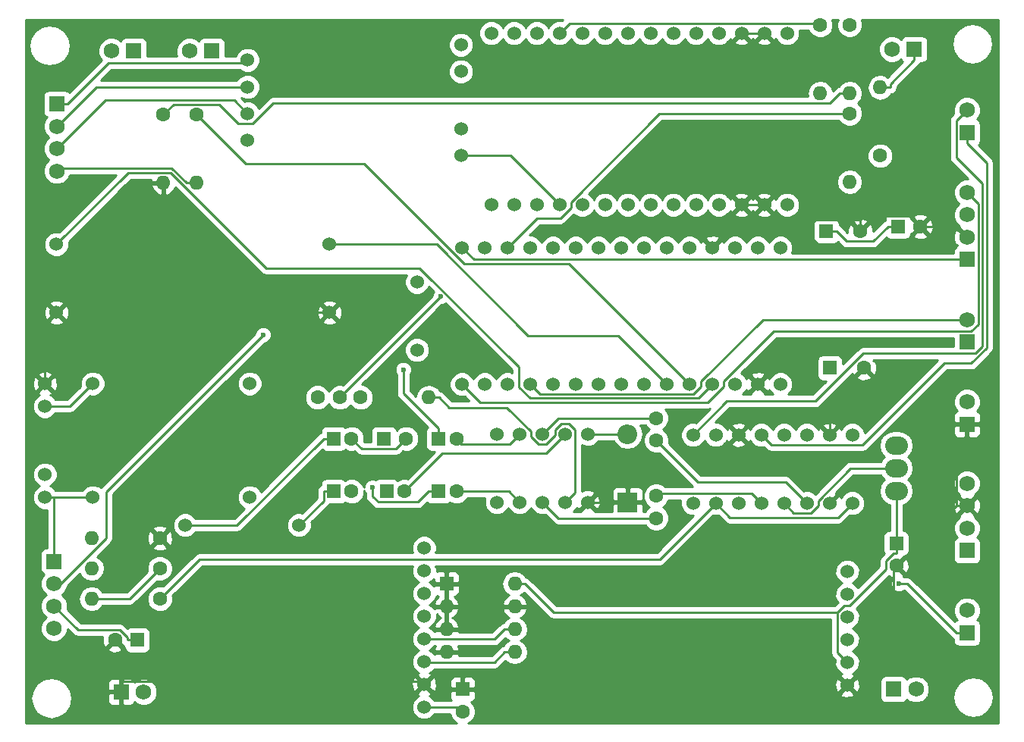
<source format=gbr>
G04 #@! TF.FileFunction,Copper,L1,Top,Signal*
%FSLAX46Y46*%
G04 Gerber Fmt 4.6, Leading zero omitted, Abs format (unit mm)*
G04 Created by KiCad (PCBNEW 4.0.6+dfsg1-1) date Sat Jan 27 22:44:56 2018*
%MOMM*%
%LPD*%
G01*
G04 APERTURE LIST*
%ADD10C,0.100000*%
%ADD11R,2.200000X2.200000*%
%ADD12O,2.200000X2.200000*%
%ADD13R,1.600000X1.600000*%
%ADD14C,1.600000*%
%ADD15O,2.540000X2.032000*%
%ADD16O,1.600000X1.600000*%
%ADD17R,1.750000X1.750000*%
%ADD18C,1.750000*%
%ADD19C,1.524000*%
%ADD20C,0.600000*%
%ADD21C,0.250000*%
%ADD22C,0.254000*%
G04 APERTURE END LIST*
D10*
D11*
X156200000Y-118700000D03*
D12*
X156200000Y-111080000D03*
D13*
X101500000Y-134100000D03*
D14*
X99000000Y-134100000D03*
D13*
X186200000Y-123300000D03*
D14*
X186200000Y-125800000D03*
D15*
X186200000Y-114900000D03*
X186200000Y-117440000D03*
X186200000Y-112360000D03*
D14*
X184400000Y-80000000D03*
D16*
X184400000Y-72380000D03*
D14*
X181000000Y-65400000D03*
D16*
X181000000Y-73020000D03*
D14*
X104400000Y-75400000D03*
D16*
X104400000Y-83020000D03*
D14*
X104000000Y-129500000D03*
D16*
X96380000Y-129500000D03*
D14*
X104000000Y-126100000D03*
D16*
X96380000Y-126100000D03*
D14*
X104000000Y-122700000D03*
D16*
X96380000Y-122700000D03*
D14*
X108100000Y-75400000D03*
D16*
X108100000Y-83020000D03*
D14*
X181000000Y-75300000D03*
D16*
X181000000Y-82920000D03*
D14*
X177700000Y-65400000D03*
D16*
X177700000Y-73020000D03*
D17*
X92200000Y-125300000D03*
D18*
X92200000Y-127800000D03*
X92200000Y-130300000D03*
X92200000Y-132800000D03*
D17*
X185900000Y-139600000D03*
D18*
X188400000Y-139600000D03*
D17*
X109800000Y-68300000D03*
D18*
X107300000Y-68300000D03*
D17*
X194100000Y-110000000D03*
D18*
X194100000Y-107500000D03*
D19*
X173670000Y-111190000D03*
X176210000Y-111190000D03*
X178750000Y-111190000D03*
X181290000Y-111190000D03*
X171130000Y-111190000D03*
X168590000Y-111190000D03*
X166050000Y-111190000D03*
X163510000Y-111190000D03*
X181290000Y-118810000D03*
X178750000Y-118810000D03*
X176210000Y-118810000D03*
X173670000Y-118810000D03*
X171130000Y-118810000D03*
X168590000Y-118810000D03*
X166050000Y-118810000D03*
X163510000Y-118810000D03*
D17*
X194100000Y-100800000D03*
D18*
X194100000Y-98300000D03*
D14*
X126400000Y-107000000D03*
D16*
X134020000Y-107000000D03*
D13*
X136000000Y-127800000D03*
D16*
X143620000Y-135420000D03*
X136000000Y-130340000D03*
X143620000Y-132880000D03*
X136000000Y-132880000D03*
X143620000Y-130340000D03*
X136000000Y-135420000D03*
X143620000Y-127800000D03*
D19*
X146700000Y-111090000D03*
X149240000Y-111090000D03*
X151780000Y-111090000D03*
X144160000Y-111090000D03*
X141620000Y-111090000D03*
X146700000Y-118710000D03*
X149240000Y-118710000D03*
X151780000Y-118710000D03*
X144160000Y-118710000D03*
X141620000Y-118710000D03*
D17*
X188200000Y-68100000D03*
D18*
X185700000Y-68100000D03*
D17*
X99700000Y-139900000D03*
D18*
X102200000Y-139900000D03*
D17*
X101100000Y-68300000D03*
D18*
X98600000Y-68300000D03*
D17*
X194100000Y-77400000D03*
D18*
X194100000Y-74900000D03*
D17*
X194100000Y-91600000D03*
D18*
X194100000Y-89100000D03*
X194100000Y-86600000D03*
X194100000Y-84100000D03*
D13*
X123400000Y-111600000D03*
D14*
X125400000Y-111600000D03*
X159400000Y-111800000D03*
X159400000Y-109300000D03*
X124100000Y-107000000D03*
X121600000Y-107000000D03*
X159400000Y-118000000D03*
X159400000Y-120500000D03*
D17*
X92500000Y-74200000D03*
D18*
X92500000Y-76700000D03*
X92500000Y-79200000D03*
X92500000Y-81700000D03*
D17*
X194100000Y-124100000D03*
D18*
X194100000Y-121600000D03*
X194100000Y-119100000D03*
X194100000Y-116600000D03*
D13*
X178800000Y-103700000D03*
D14*
X182600000Y-103700000D03*
D13*
X178400000Y-88400000D03*
D14*
X182200000Y-88400000D03*
D13*
X137800000Y-139600000D03*
D14*
X137800000Y-142100000D03*
D13*
X123400000Y-117500000D03*
D14*
X125400000Y-117500000D03*
D13*
X186400000Y-87900000D03*
D14*
X188900000Y-87900000D03*
D13*
X129000000Y-111600000D03*
D14*
X131500000Y-111600000D03*
D13*
X135100000Y-117500000D03*
D14*
X137100000Y-117500000D03*
D13*
X135100000Y-111600000D03*
D14*
X137100000Y-111600000D03*
D13*
X129300000Y-117500000D03*
D14*
X131300000Y-117500000D03*
D17*
X194100000Y-133300000D03*
D18*
X194100000Y-130800000D03*
D19*
X113800000Y-78300000D03*
X113800000Y-75300000D03*
X113800000Y-72300000D03*
X113800000Y-69300000D03*
X137600000Y-67600000D03*
X137600000Y-70600000D03*
X137600000Y-77000000D03*
X137600000Y-80000000D03*
X122940000Y-97510000D03*
X122940000Y-89890000D03*
X92460000Y-97510000D03*
X92460000Y-89890000D03*
X91170000Y-115610000D03*
X91170000Y-107990000D03*
X91170000Y-105450000D03*
X91170000Y-118150000D03*
X114030000Y-105450000D03*
X114030000Y-118150000D03*
X96504000Y-118150000D03*
X96504000Y-105450000D03*
X140990000Y-66298500D03*
X143530000Y-66298500D03*
X146070000Y-66298500D03*
X148610000Y-66298500D03*
X151150000Y-66298500D03*
X153690000Y-66298500D03*
X156230000Y-66298500D03*
X158770000Y-66298500D03*
X174010000Y-66298500D03*
X171470000Y-66298500D03*
X168930000Y-66298500D03*
X166390000Y-66298500D03*
X163850000Y-66298500D03*
X161310000Y-66298500D03*
X161310000Y-85501500D03*
X163850000Y-85501500D03*
X166390000Y-85501500D03*
X168930000Y-85501500D03*
X171470000Y-85501500D03*
X174010000Y-85501500D03*
X158770000Y-85501500D03*
X156230000Y-85501500D03*
X153690000Y-85501500D03*
X151150000Y-85501500D03*
X148610000Y-85501500D03*
X146070000Y-85501500D03*
X143530000Y-85501500D03*
X140990000Y-85501500D03*
X180734000Y-134070000D03*
X180734000Y-136610000D03*
X180734000Y-139150000D03*
X180734000Y-131530000D03*
X180734000Y-128990000D03*
X180734000Y-126450000D03*
X106830000Y-121270000D03*
X119530000Y-121270000D03*
X133500000Y-141590000D03*
X133500000Y-139050000D03*
X133500000Y-136510000D03*
X133500000Y-133970000D03*
X133500000Y-131430000D03*
X133500000Y-128890000D03*
X133500000Y-126350000D03*
X133500000Y-123810000D03*
X158040000Y-90280000D03*
X160580000Y-90280000D03*
X163120000Y-90280000D03*
X165660000Y-90280000D03*
X168200000Y-90280000D03*
X170740000Y-90280000D03*
X173280000Y-90280000D03*
X155500000Y-90280000D03*
X152960000Y-90280000D03*
X150420000Y-90280000D03*
X147880000Y-90280000D03*
X145340000Y-90280000D03*
X142800000Y-90280000D03*
X140260000Y-90280000D03*
X137720000Y-90280000D03*
X137720000Y-105520000D03*
X140260000Y-105520000D03*
X142800000Y-105520000D03*
X145340000Y-105520000D03*
X147880000Y-105520000D03*
X150420000Y-105520000D03*
X152960000Y-105520000D03*
X155500000Y-105520000D03*
X158040000Y-105520000D03*
X160580000Y-105520000D03*
X163120000Y-105520000D03*
X165660000Y-105520000D03*
X168200000Y-105520000D03*
X170740000Y-105520000D03*
X173280000Y-105520000D03*
X132700000Y-101700000D03*
X132700000Y-94100000D03*
D20*
X127709600Y-117083200D03*
X131177200Y-103889900D03*
X186503800Y-127812500D03*
X115537100Y-99989800D03*
X135315700Y-95738200D03*
D21*
X154764700Y-111090000D02*
X154774700Y-111080000D01*
X151780000Y-111090000D02*
X154764700Y-111090000D01*
X156200000Y-111080000D02*
X154774700Y-111080000D01*
X168930000Y-66298500D02*
X171470000Y-66298500D01*
X154764700Y-118710000D02*
X154774700Y-118700000D01*
X151780000Y-118710000D02*
X154764700Y-118710000D01*
X192900000Y-87900000D02*
X188900000Y-87900000D01*
X194100000Y-89100000D02*
X192900000Y-87900000D01*
X155487400Y-118700000D02*
X154774700Y-118700000D01*
X155487400Y-118700000D02*
X156200000Y-118700000D01*
X99700000Y-139900000D02*
X99700000Y-138699700D01*
X168930000Y-85501500D02*
X171470000Y-85501500D01*
X182200000Y-88400000D02*
X182200000Y-87128300D01*
X182571500Y-86756800D02*
X182200000Y-87128300D01*
X187756800Y-86756800D02*
X182571500Y-86756800D01*
X188900000Y-87900000D02*
X187756800Y-86756800D01*
X173096800Y-87128300D02*
X171470000Y-85501500D01*
X182200000Y-87128300D02*
X173096800Y-87128300D01*
X136000000Y-130340000D02*
X136000000Y-127800000D01*
X143620000Y-130340000D02*
X142494700Y-130340000D01*
X136000000Y-130340000D02*
X142494700Y-130340000D01*
X99700000Y-134800000D02*
X99000000Y-134100000D01*
X99700000Y-138699700D02*
X99700000Y-134800000D01*
X133149700Y-138699700D02*
X99700000Y-138699700D01*
X133500000Y-139050000D02*
X133149700Y-138699700D01*
X91170000Y-98800000D02*
X92460000Y-97510000D01*
X91170000Y-105450000D02*
X91170000Y-98800000D01*
X116340000Y-97510000D02*
X104400000Y-85570000D01*
X122940000Y-97510000D02*
X116340000Y-97510000D01*
X92460000Y-97510000D02*
X104400000Y-85570000D01*
X104400000Y-85570000D02*
X104400000Y-83020000D01*
X178750000Y-107550000D02*
X178750000Y-111190000D01*
X182600000Y-103700000D02*
X178750000Y-107550000D01*
X185878500Y-134005500D02*
X180734000Y-139150000D01*
X185878500Y-126121500D02*
X185878500Y-134005500D01*
X186200000Y-125800000D02*
X185878500Y-126121500D01*
X192900000Y-119100000D02*
X186200000Y-125800000D01*
X194100000Y-119100000D02*
X192900000Y-119100000D01*
X192899700Y-112400600D02*
X194100000Y-111200300D01*
X192899700Y-119099700D02*
X192899700Y-112400600D01*
X192900000Y-119100000D02*
X192899700Y-119099700D01*
X194100000Y-110000000D02*
X194100000Y-111200300D01*
X108420000Y-125080000D02*
X104000000Y-129500000D01*
X159780000Y-125080000D02*
X108420000Y-125080000D01*
X166050000Y-118810000D02*
X159780000Y-125080000D01*
X179690600Y-120409400D02*
X181290000Y-118810000D01*
X167649400Y-120409400D02*
X179690600Y-120409400D01*
X166050000Y-118810000D02*
X167649400Y-120409400D01*
X94874700Y-132974700D02*
X92200000Y-130300000D01*
X99530800Y-132974700D02*
X94874700Y-132974700D01*
X100374700Y-133818600D02*
X99530800Y-132974700D01*
X100374700Y-134100000D02*
X100374700Y-133818600D01*
X101500000Y-134100000D02*
X100374700Y-134100000D01*
X143620000Y-127800000D02*
X144745300Y-127800000D01*
X183623900Y-89550800D02*
X185274700Y-87900000D01*
X180676100Y-89550800D02*
X183623900Y-89550800D01*
X179525300Y-88400000D02*
X180676100Y-89550800D01*
X178400000Y-88400000D02*
X179525300Y-88400000D01*
X186400000Y-87900000D02*
X185274700Y-87900000D01*
X186200000Y-117440000D02*
X186200000Y-123300000D01*
X147973400Y-131028100D02*
X179646600Y-131028100D01*
X144745300Y-127800000D02*
X147973400Y-131028100D01*
X179646600Y-135522600D02*
X180734000Y-136610000D01*
X179646600Y-131028100D02*
X179646600Y-135522600D01*
X180414700Y-130260000D02*
X179646600Y-131028100D01*
X181012200Y-130260000D02*
X180414700Y-130260000D01*
X185074700Y-126197500D02*
X181012200Y-130260000D01*
X185074700Y-125269200D02*
X185074700Y-126197500D01*
X185918600Y-124425300D02*
X185074700Y-125269200D01*
X186200000Y-124425300D02*
X185918600Y-124425300D01*
X186200000Y-123300000D02*
X186200000Y-124425300D01*
X164099100Y-107080900D02*
X165660000Y-105520000D01*
X145302500Y-107080900D02*
X164099100Y-107080900D01*
X144070000Y-105848400D02*
X145302500Y-107080900D01*
X144070000Y-103608000D02*
X144070000Y-105848400D01*
X132998500Y-92536500D02*
X144070000Y-103608000D01*
X115854300Y-92536500D02*
X132998500Y-92536500D01*
X105210500Y-81892700D02*
X115854300Y-92536500D01*
X100457300Y-81892700D02*
X105210500Y-81892700D01*
X92460000Y-89890000D02*
X100457300Y-81892700D01*
X159677700Y-117722300D02*
X159400000Y-118000000D01*
X170042300Y-117722300D02*
X159677700Y-117722300D01*
X171130000Y-118810000D02*
X170042300Y-117722300D01*
X122274700Y-118525300D02*
X122274700Y-117500000D01*
X119530000Y-121270000D02*
X122274700Y-118525300D01*
X123400000Y-117500000D02*
X122274700Y-117500000D01*
X148490000Y-109300000D02*
X146700000Y-111090000D01*
X159400000Y-109300000D02*
X148490000Y-109300000D01*
X112604700Y-121270000D02*
X122274700Y-111600000D01*
X106830000Y-121270000D02*
X112604700Y-121270000D01*
X123400000Y-111600000D02*
X122274700Y-111600000D01*
X148490000Y-120500000D02*
X146700000Y-118710000D01*
X159400000Y-120500000D02*
X148490000Y-120500000D01*
X137290000Y-141590000D02*
X137800000Y-142100000D01*
X133500000Y-141590000D02*
X137290000Y-141590000D01*
X147081500Y-113248500D02*
X149240000Y-111090000D01*
X135551500Y-113248500D02*
X147081500Y-113248500D01*
X131300000Y-117500000D02*
X135551500Y-113248500D01*
X130374600Y-112725400D02*
X131500000Y-111600000D01*
X126525400Y-112725400D02*
X130374600Y-112725400D01*
X125400000Y-111600000D02*
X126525400Y-112725400D01*
X150344500Y-117605500D02*
X149240000Y-118710000D01*
X150344500Y-110650000D02*
X150344500Y-117605500D01*
X149627500Y-109933000D02*
X150344500Y-110650000D01*
X148841600Y-109933000D02*
X149627500Y-109933000D01*
X148148600Y-110626000D02*
X148841600Y-109933000D01*
X148148600Y-111179300D02*
X148148600Y-110626000D01*
X147110100Y-112217800D02*
X148148600Y-111179300D01*
X146285600Y-112217800D02*
X147110100Y-112217800D01*
X145430000Y-111362200D02*
X146285600Y-112217800D01*
X145430000Y-110796900D02*
X145430000Y-111362200D01*
X142758400Y-108125300D02*
X145430000Y-110796900D01*
X136270600Y-108125300D02*
X142758400Y-108125300D01*
X135145300Y-107000000D02*
X136270600Y-108125300D01*
X134020000Y-107000000D02*
X135145300Y-107000000D01*
X127709600Y-118022500D02*
X127709600Y-117083200D01*
X128369100Y-118682000D02*
X127709600Y-118022500D01*
X132792700Y-118682000D02*
X128369100Y-118682000D01*
X133974700Y-117500000D02*
X132792700Y-118682000D01*
X135100000Y-117500000D02*
X133974700Y-117500000D01*
X142950000Y-117500000D02*
X144160000Y-118710000D01*
X137100000Y-117500000D02*
X142950000Y-117500000D01*
X131177200Y-106551900D02*
X131177200Y-103889900D01*
X135100000Y-110474700D02*
X131177200Y-106551900D01*
X135100000Y-111600000D02*
X135100000Y-110474700D01*
X133573500Y-136583500D02*
X133500000Y-136510000D01*
X141331200Y-136583500D02*
X133573500Y-136583500D01*
X142494700Y-135420000D02*
X141331200Y-136583500D01*
X143620000Y-135420000D02*
X142494700Y-135420000D01*
X141369400Y-134005300D02*
X142494700Y-132880000D01*
X133535300Y-134005300D02*
X141369400Y-134005300D01*
X133500000Y-133970000D02*
X133535300Y-134005300D01*
X143620000Y-132880000D02*
X142494700Y-132880000D01*
X177493000Y-65193000D02*
X177700000Y-65400000D01*
X149715500Y-65193000D02*
X177493000Y-65193000D01*
X148610000Y-66298500D02*
X149715500Y-65193000D01*
X185525300Y-71975000D02*
X185525300Y-72380000D01*
X188200000Y-69300300D02*
X185525300Y-71975000D01*
X188200000Y-68100000D02*
X188200000Y-69300300D01*
X184400000Y-72380000D02*
X185525300Y-72380000D01*
X171317700Y-98300000D02*
X194100000Y-98300000D01*
X164390000Y-105227700D02*
X171317700Y-98300000D01*
X164390000Y-105820000D02*
X164390000Y-105227700D01*
X163579500Y-106630500D02*
X164390000Y-105820000D01*
X146450500Y-106630500D02*
X163579500Y-106630500D01*
X145340000Y-105520000D02*
X146450500Y-106630500D01*
X178749400Y-74145300D02*
X179874700Y-73020000D01*
X116654700Y-74145300D02*
X178749400Y-74145300D01*
X114395800Y-76404200D02*
X116654700Y-74145300D01*
X112779000Y-76404200D02*
X114395800Y-76404200D01*
X110631100Y-74256300D02*
X112779000Y-76404200D01*
X105543700Y-74256300D02*
X110631100Y-74256300D01*
X104400000Y-75400000D02*
X105543700Y-74256300D01*
X181000000Y-73020000D02*
X179874700Y-73020000D01*
X139040000Y-91600000D02*
X192899700Y-91600000D01*
X137720000Y-90280000D02*
X139040000Y-91600000D01*
X194100000Y-91600000D02*
X192899700Y-91600000D01*
X195353800Y-85353800D02*
X194100000Y-84100000D01*
X195353800Y-98811700D02*
X195353800Y-85353800D01*
X194565900Y-99599600D02*
X195353800Y-98811700D01*
X172530800Y-99599600D02*
X194565900Y-99599600D01*
X166930000Y-105200400D02*
X172530800Y-99599600D01*
X166930000Y-105797700D02*
X166930000Y-105200400D01*
X165196400Y-107531300D02*
X166930000Y-105797700D01*
X139731300Y-107531300D02*
X165196400Y-107531300D01*
X137720000Y-105520000D02*
X139731300Y-107531300D01*
X113624700Y-80924700D02*
X108100000Y-75400000D01*
X126823500Y-80924700D02*
X113624700Y-80924700D01*
X137956100Y-92057300D02*
X126823500Y-80924700D01*
X149657300Y-92057300D02*
X137956100Y-92057300D01*
X163120000Y-105520000D02*
X149657300Y-92057300D01*
X159761000Y-75300000D02*
X181000000Y-75300000D01*
X149880000Y-85181000D02*
X159761000Y-75300000D01*
X149880000Y-85777700D02*
X149880000Y-85181000D01*
X148711600Y-86946100D02*
X149880000Y-85777700D01*
X146133900Y-86946100D02*
X148711600Y-86946100D01*
X142800000Y-90280000D02*
X146133900Y-86946100D01*
X196287100Y-80787400D02*
X194100000Y-78600300D01*
X196287100Y-101467400D02*
X196287100Y-80787400D01*
X194570000Y-103184500D02*
X196287100Y-101467400D01*
X191559500Y-103184500D02*
X194570000Y-103184500D01*
X182450900Y-112293100D02*
X191559500Y-103184500D01*
X172233100Y-112293100D02*
X182450900Y-112293100D01*
X171130000Y-111190000D02*
X172233100Y-112293100D01*
X194100000Y-77400000D02*
X194100000Y-78600300D01*
X192899600Y-76100400D02*
X194100000Y-74900000D01*
X192899600Y-80223900D02*
X192899600Y-76100400D01*
X195808300Y-83132600D02*
X192899600Y-80223900D01*
X195808300Y-101308400D02*
X195808300Y-83132600D01*
X195056800Y-102059900D02*
X195808300Y-101308400D01*
X182530400Y-102059900D02*
X195056800Y-102059900D01*
X177163300Y-107427000D02*
X182530400Y-102059900D01*
X167273000Y-107427000D02*
X177163300Y-107427000D01*
X163510000Y-111190000D02*
X167273000Y-107427000D01*
X187412200Y-127812500D02*
X192899700Y-133300000D01*
X186503800Y-127812500D02*
X187412200Y-127812500D01*
X194100000Y-133300000D02*
X192899700Y-133300000D01*
X143108500Y-80000000D02*
X137600000Y-80000000D01*
X148610000Y-85501500D02*
X143108500Y-80000000D01*
X93964000Y-107990000D02*
X91170000Y-107990000D01*
X96504000Y-105450000D02*
X93964000Y-107990000D01*
X92924400Y-127800000D02*
X92200000Y-127800000D01*
X98009500Y-122714900D02*
X92924400Y-127800000D01*
X98009500Y-117517400D02*
X98009500Y-122714900D01*
X115537100Y-99989800D02*
X98009500Y-117517400D01*
X155156500Y-100096500D02*
X160580000Y-105520000D01*
X145094800Y-100096500D02*
X155156500Y-100096500D01*
X134888300Y-89890000D02*
X145094800Y-100096500D01*
X122940000Y-89890000D02*
X134888300Y-89890000D01*
X92200000Y-125300000D02*
X92200000Y-124099700D01*
X92200000Y-118150000D02*
X92200000Y-124099700D01*
X96504000Y-118150000D02*
X92200000Y-118150000D01*
X92200000Y-118150000D02*
X91170000Y-118150000D01*
X174761400Y-119901400D02*
X173670000Y-118810000D01*
X176680400Y-119901400D02*
X174761400Y-119901400D01*
X177480000Y-119101800D02*
X176680400Y-119901400D01*
X177480000Y-118533100D02*
X177480000Y-119101800D01*
X181113100Y-114900000D02*
X177480000Y-118533100D01*
X186200000Y-114900000D02*
X181113100Y-114900000D01*
X173852600Y-116452600D02*
X176210000Y-118810000D01*
X164052600Y-116452600D02*
X173852600Y-116452600D01*
X159400000Y-111800000D02*
X164052600Y-116452600D01*
X124100000Y-106953900D02*
X124100000Y-107000000D01*
X135315700Y-95738200D02*
X124100000Y-106953900D01*
X143072000Y-112178000D02*
X144160000Y-111090000D01*
X137678000Y-112178000D02*
X143072000Y-112178000D01*
X137100000Y-111600000D02*
X137678000Y-112178000D01*
X96900000Y-72300000D02*
X92500000Y-76700000D01*
X113800000Y-72300000D02*
X96900000Y-72300000D01*
X97894000Y-73806000D02*
X92500000Y-79200000D01*
X112306000Y-73806000D02*
X97894000Y-73806000D01*
X113800000Y-75300000D02*
X112306000Y-73806000D01*
X92824900Y-81375100D02*
X92500000Y-81700000D01*
X105329800Y-81375100D02*
X92824900Y-81375100D01*
X106974700Y-83020000D02*
X105329800Y-81375100D01*
X108100000Y-83020000D02*
X106974700Y-83020000D01*
X98274900Y-69625400D02*
X93700300Y-74200000D01*
X113474600Y-69625400D02*
X98274900Y-69625400D01*
X113800000Y-69300000D02*
X113474600Y-69625400D01*
X92500000Y-74200000D02*
X93700300Y-74200000D01*
X100600000Y-129500000D02*
X96380000Y-129500000D01*
X104000000Y-126100000D02*
X100600000Y-129500000D01*
D22*
G36*
X148919381Y-64914317D02*
X148889100Y-64901743D01*
X148333339Y-64901258D01*
X147819697Y-65113490D01*
X147426371Y-65506130D01*
X147340051Y-65714012D01*
X147255010Y-65508197D01*
X146862370Y-65114871D01*
X146349100Y-64901743D01*
X145793339Y-64901258D01*
X145279697Y-65113490D01*
X144886371Y-65506130D01*
X144800051Y-65714012D01*
X144715010Y-65508197D01*
X144322370Y-65114871D01*
X143809100Y-64901743D01*
X143253339Y-64901258D01*
X142739697Y-65113490D01*
X142346371Y-65506130D01*
X142260051Y-65714012D01*
X142175010Y-65508197D01*
X141782370Y-65114871D01*
X141269100Y-64901743D01*
X140713339Y-64901258D01*
X140199697Y-65113490D01*
X139806371Y-65506130D01*
X139593243Y-66019400D01*
X139592758Y-66575161D01*
X139804990Y-67088803D01*
X140197630Y-67482129D01*
X140710900Y-67695257D01*
X141266661Y-67695742D01*
X141780303Y-67483510D01*
X142173629Y-67090870D01*
X142259949Y-66882988D01*
X142344990Y-67088803D01*
X142737630Y-67482129D01*
X143250900Y-67695257D01*
X143806661Y-67695742D01*
X144320303Y-67483510D01*
X144713629Y-67090870D01*
X144799949Y-66882988D01*
X144884990Y-67088803D01*
X145277630Y-67482129D01*
X145790900Y-67695257D01*
X146346661Y-67695742D01*
X146860303Y-67483510D01*
X147253629Y-67090870D01*
X147339949Y-66882988D01*
X147424990Y-67088803D01*
X147817630Y-67482129D01*
X148330900Y-67695257D01*
X148886661Y-67695742D01*
X149400303Y-67483510D01*
X149793629Y-67090870D01*
X149879949Y-66882988D01*
X149964990Y-67088803D01*
X150357630Y-67482129D01*
X150870900Y-67695257D01*
X151426661Y-67695742D01*
X151940303Y-67483510D01*
X152333629Y-67090870D01*
X152419949Y-66882988D01*
X152504990Y-67088803D01*
X152897630Y-67482129D01*
X153410900Y-67695257D01*
X153966661Y-67695742D01*
X154480303Y-67483510D01*
X154873629Y-67090870D01*
X154959949Y-66882988D01*
X155044990Y-67088803D01*
X155437630Y-67482129D01*
X155950900Y-67695257D01*
X156506661Y-67695742D01*
X157020303Y-67483510D01*
X157413629Y-67090870D01*
X157499949Y-66882988D01*
X157584990Y-67088803D01*
X157977630Y-67482129D01*
X158490900Y-67695257D01*
X159046661Y-67695742D01*
X159560303Y-67483510D01*
X159953629Y-67090870D01*
X160039949Y-66882988D01*
X160124990Y-67088803D01*
X160517630Y-67482129D01*
X161030900Y-67695257D01*
X161586661Y-67695742D01*
X162100303Y-67483510D01*
X162493629Y-67090870D01*
X162579949Y-66882988D01*
X162664990Y-67088803D01*
X163057630Y-67482129D01*
X163570900Y-67695257D01*
X164126661Y-67695742D01*
X164640303Y-67483510D01*
X165033629Y-67090870D01*
X165119949Y-66882988D01*
X165204990Y-67088803D01*
X165597630Y-67482129D01*
X166110900Y-67695257D01*
X166666661Y-67695742D01*
X167180303Y-67483510D01*
X167385457Y-67278713D01*
X168129392Y-67278713D01*
X168198857Y-67520897D01*
X168722302Y-67707644D01*
X169277368Y-67679862D01*
X169661143Y-67520897D01*
X169730608Y-67278713D01*
X170669392Y-67278713D01*
X170738857Y-67520897D01*
X171262302Y-67707644D01*
X171817368Y-67679862D01*
X172201143Y-67520897D01*
X172270608Y-67278713D01*
X171470000Y-66478105D01*
X170669392Y-67278713D01*
X169730608Y-67278713D01*
X168930000Y-66478105D01*
X168129392Y-67278713D01*
X167385457Y-67278713D01*
X167573629Y-67090870D01*
X167653395Y-66898773D01*
X167707603Y-67029643D01*
X167949787Y-67099108D01*
X168750395Y-66298500D01*
X168736253Y-66284358D01*
X168915858Y-66104753D01*
X168930000Y-66118895D01*
X168944143Y-66104753D01*
X169123748Y-66284358D01*
X169109605Y-66298500D01*
X169910213Y-67099108D01*
X170152397Y-67029643D01*
X170196453Y-66906156D01*
X170247603Y-67029643D01*
X170489787Y-67099108D01*
X171290395Y-66298500D01*
X171276253Y-66284358D01*
X171455858Y-66104753D01*
X171470000Y-66118895D01*
X171484143Y-66104753D01*
X171663748Y-66284358D01*
X171649605Y-66298500D01*
X172450213Y-67099108D01*
X172692397Y-67029643D01*
X172742509Y-66889182D01*
X172824990Y-67088803D01*
X173217630Y-67482129D01*
X173730900Y-67695257D01*
X174286661Y-67695742D01*
X174800303Y-67483510D01*
X175193629Y-67090870D01*
X175406757Y-66577600D01*
X175407242Y-66021839D01*
X175378798Y-65953000D01*
X176375823Y-65953000D01*
X176482757Y-66211800D01*
X176886077Y-66615824D01*
X177413309Y-66834750D01*
X177984187Y-66835248D01*
X178511800Y-66617243D01*
X178915824Y-66213923D01*
X179134750Y-65686691D01*
X179135248Y-65115813D01*
X179008889Y-64810000D01*
X179691195Y-64810000D01*
X179565250Y-65113309D01*
X179564752Y-65684187D01*
X179782757Y-66211800D01*
X180186077Y-66615824D01*
X180713309Y-66834750D01*
X181284187Y-66835248D01*
X181811800Y-66617243D01*
X182215824Y-66213923D01*
X182434750Y-65686691D01*
X182435248Y-65115813D01*
X182308889Y-64810000D01*
X197590000Y-64810000D01*
X197590000Y-143390000D01*
X138435714Y-143390000D01*
X138611800Y-143317243D01*
X139015824Y-142913923D01*
X139234750Y-142386691D01*
X139235248Y-141815813D01*
X139017243Y-141288200D01*
X138753317Y-141023813D01*
X138959699Y-140938327D01*
X139138327Y-140759698D01*
X139235000Y-140526309D01*
X139235000Y-140130213D01*
X179933392Y-140130213D01*
X180002857Y-140372397D01*
X180526302Y-140559144D01*
X181081368Y-140531362D01*
X181465143Y-140372397D01*
X181534608Y-140130213D01*
X180734000Y-139329605D01*
X179933392Y-140130213D01*
X139235000Y-140130213D01*
X139235000Y-139885750D01*
X139076250Y-139727000D01*
X137927000Y-139727000D01*
X137927000Y-139747000D01*
X137673000Y-139747000D01*
X137673000Y-139727000D01*
X136523750Y-139727000D01*
X136365000Y-139885750D01*
X136365000Y-140526309D01*
X136461673Y-140759698D01*
X136531975Y-140830000D01*
X134697531Y-140830000D01*
X134685010Y-140799697D01*
X134292370Y-140406371D01*
X134100273Y-140326605D01*
X134231143Y-140272397D01*
X134300608Y-140030213D01*
X133500000Y-139229605D01*
X132699392Y-140030213D01*
X132768857Y-140272397D01*
X132909318Y-140322509D01*
X132709697Y-140404990D01*
X132316371Y-140797630D01*
X132103243Y-141310900D01*
X132102758Y-141866661D01*
X132314990Y-142380303D01*
X132707630Y-142773629D01*
X133220900Y-142986757D01*
X133776661Y-142987242D01*
X134290303Y-142775010D01*
X134683629Y-142382370D01*
X134697070Y-142350000D01*
X136364782Y-142350000D01*
X136364752Y-142384187D01*
X136582757Y-142911800D01*
X136986077Y-143315824D01*
X137164713Y-143390000D01*
X89010000Y-143390000D01*
X89010000Y-140600000D01*
X89590000Y-140600000D01*
X89765838Y-141483999D01*
X90266583Y-142233417D01*
X91016001Y-142734162D01*
X91900000Y-142910000D01*
X92783999Y-142734162D01*
X93533417Y-142233417D01*
X94034162Y-141483999D01*
X94210000Y-140600000D01*
X94127601Y-140185750D01*
X98190000Y-140185750D01*
X98190000Y-140901310D01*
X98286673Y-141134699D01*
X98465302Y-141313327D01*
X98698691Y-141410000D01*
X99414250Y-141410000D01*
X99573000Y-141251250D01*
X99573000Y-140027000D01*
X98348750Y-140027000D01*
X98190000Y-140185750D01*
X94127601Y-140185750D01*
X94034162Y-139716001D01*
X93533417Y-138966583D01*
X93431808Y-138898690D01*
X98190000Y-138898690D01*
X98190000Y-139614250D01*
X98348750Y-139773000D01*
X99573000Y-139773000D01*
X99573000Y-138548750D01*
X99827000Y-138548750D01*
X99827000Y-139773000D01*
X99847000Y-139773000D01*
X99847000Y-140027000D01*
X99827000Y-140027000D01*
X99827000Y-141251250D01*
X99985750Y-141410000D01*
X100701309Y-141410000D01*
X100934698Y-141313327D01*
X101113327Y-141134699D01*
X101167760Y-141003286D01*
X101343537Y-141179370D01*
X101898325Y-141409738D01*
X102499040Y-141410262D01*
X103054229Y-141180862D01*
X103479370Y-140756463D01*
X103709738Y-140201675D01*
X103710262Y-139600960D01*
X103480862Y-139045771D01*
X103277749Y-138842302D01*
X132090856Y-138842302D01*
X132118638Y-139397368D01*
X132277603Y-139781143D01*
X132519787Y-139850608D01*
X133320395Y-139050000D01*
X133679605Y-139050000D01*
X134480213Y-139850608D01*
X134722397Y-139781143D01*
X134909144Y-139257698D01*
X134881362Y-138702632D01*
X134869375Y-138673691D01*
X136365000Y-138673691D01*
X136365000Y-139314250D01*
X136523750Y-139473000D01*
X137673000Y-139473000D01*
X137673000Y-138323750D01*
X137927000Y-138323750D01*
X137927000Y-139473000D01*
X139076250Y-139473000D01*
X139235000Y-139314250D01*
X139235000Y-138942302D01*
X179324856Y-138942302D01*
X179352638Y-139497368D01*
X179511603Y-139881143D01*
X179753787Y-139950608D01*
X180554395Y-139150000D01*
X180913605Y-139150000D01*
X181714213Y-139950608D01*
X181956397Y-139881143D01*
X182143144Y-139357698D01*
X182115362Y-138802632D01*
X182083206Y-138725000D01*
X184377560Y-138725000D01*
X184377560Y-140475000D01*
X184421838Y-140710317D01*
X184560910Y-140926441D01*
X184773110Y-141071431D01*
X185025000Y-141122440D01*
X186775000Y-141122440D01*
X187010317Y-141078162D01*
X187226441Y-140939090D01*
X187371431Y-140726890D01*
X187374786Y-140710324D01*
X187543537Y-140879370D01*
X188098325Y-141109738D01*
X188699040Y-141110262D01*
X189254229Y-140880862D01*
X189635756Y-140500000D01*
X192490000Y-140500000D01*
X192665838Y-141383999D01*
X193166583Y-142133417D01*
X193916001Y-142634162D01*
X194800000Y-142810000D01*
X195683999Y-142634162D01*
X196433417Y-142133417D01*
X196934162Y-141383999D01*
X197110000Y-140500000D01*
X196934162Y-139616001D01*
X196433417Y-138866583D01*
X195683999Y-138365838D01*
X194800000Y-138190000D01*
X193916001Y-138365838D01*
X193166583Y-138866583D01*
X192665838Y-139616001D01*
X192490000Y-140500000D01*
X189635756Y-140500000D01*
X189679370Y-140456463D01*
X189909738Y-139901675D01*
X189910262Y-139300960D01*
X189680862Y-138745771D01*
X189256463Y-138320630D01*
X188701675Y-138090262D01*
X188100960Y-138089738D01*
X187545771Y-138319138D01*
X187376897Y-138487717D01*
X187239090Y-138273559D01*
X187026890Y-138128569D01*
X186775000Y-138077560D01*
X185025000Y-138077560D01*
X184789683Y-138121838D01*
X184573559Y-138260910D01*
X184428569Y-138473110D01*
X184377560Y-138725000D01*
X182083206Y-138725000D01*
X181956397Y-138418857D01*
X181714213Y-138349392D01*
X180913605Y-139150000D01*
X180554395Y-139150000D01*
X179753787Y-138349392D01*
X179511603Y-138418857D01*
X179324856Y-138942302D01*
X139235000Y-138942302D01*
X139235000Y-138673691D01*
X139138327Y-138440302D01*
X138959699Y-138261673D01*
X138726310Y-138165000D01*
X138085750Y-138165000D01*
X137927000Y-138323750D01*
X137673000Y-138323750D01*
X137514250Y-138165000D01*
X136873690Y-138165000D01*
X136640301Y-138261673D01*
X136461673Y-138440302D01*
X136365000Y-138673691D01*
X134869375Y-138673691D01*
X134722397Y-138318857D01*
X134480213Y-138249392D01*
X133679605Y-139050000D01*
X133320395Y-139050000D01*
X132519787Y-138249392D01*
X132277603Y-138318857D01*
X132090856Y-138842302D01*
X103277749Y-138842302D01*
X103056463Y-138620630D01*
X102501675Y-138390262D01*
X101900960Y-138389738D01*
X101345771Y-138619138D01*
X101167797Y-138796802D01*
X101113327Y-138665301D01*
X100934698Y-138486673D01*
X100701309Y-138390000D01*
X99985750Y-138390000D01*
X99827000Y-138548750D01*
X99573000Y-138548750D01*
X99414250Y-138390000D01*
X98698691Y-138390000D01*
X98465302Y-138486673D01*
X98286673Y-138665301D01*
X98190000Y-138898690D01*
X93431808Y-138898690D01*
X92783999Y-138465838D01*
X91900000Y-138290000D01*
X91016001Y-138465838D01*
X90266583Y-138966583D01*
X89765838Y-139716001D01*
X89590000Y-140600000D01*
X89010000Y-140600000D01*
X89010000Y-135107745D01*
X98171861Y-135107745D01*
X98245995Y-135353864D01*
X98783223Y-135546965D01*
X99353454Y-135519778D01*
X99754005Y-135353864D01*
X99828139Y-135107745D01*
X99000000Y-134279605D01*
X98171861Y-135107745D01*
X89010000Y-135107745D01*
X89010000Y-115886661D01*
X89772758Y-115886661D01*
X89984990Y-116400303D01*
X90377630Y-116793629D01*
X90585512Y-116879949D01*
X90379697Y-116964990D01*
X89986371Y-117357630D01*
X89773243Y-117870900D01*
X89772758Y-118426661D01*
X89984990Y-118940303D01*
X90377630Y-119333629D01*
X90890900Y-119546757D01*
X91440000Y-119547236D01*
X91440000Y-123777560D01*
X91325000Y-123777560D01*
X91089683Y-123821838D01*
X90873559Y-123960910D01*
X90728569Y-124173110D01*
X90677560Y-124425000D01*
X90677560Y-126175000D01*
X90721838Y-126410317D01*
X90860910Y-126626441D01*
X91073110Y-126771431D01*
X91089676Y-126774786D01*
X90920630Y-126943537D01*
X90690262Y-127498325D01*
X90689738Y-128099040D01*
X90919138Y-128654229D01*
X91314536Y-129050318D01*
X90920630Y-129443537D01*
X90690262Y-129998325D01*
X90689738Y-130599040D01*
X90919138Y-131154229D01*
X91314536Y-131550318D01*
X90920630Y-131943537D01*
X90690262Y-132498325D01*
X90689738Y-133099040D01*
X90919138Y-133654229D01*
X91343537Y-134079370D01*
X91898325Y-134309738D01*
X92499040Y-134310262D01*
X93054229Y-134080862D01*
X93479370Y-133656463D01*
X93709738Y-133101675D01*
X93709927Y-132884729D01*
X94337299Y-133512101D01*
X94583861Y-133676848D01*
X94874700Y-133734700D01*
X97606420Y-133734700D01*
X97553035Y-133883223D01*
X97580222Y-134453454D01*
X97746136Y-134854005D01*
X97992255Y-134928139D01*
X98820395Y-134100000D01*
X98806253Y-134085858D01*
X98985858Y-133906253D01*
X99000000Y-133920395D01*
X99014143Y-133906253D01*
X99193748Y-134085858D01*
X99179605Y-134100000D01*
X100007745Y-134928139D01*
X100055167Y-134913855D01*
X100096838Y-135135317D01*
X100235910Y-135351441D01*
X100448110Y-135496431D01*
X100700000Y-135547440D01*
X102300000Y-135547440D01*
X102535317Y-135503162D01*
X102751441Y-135364090D01*
X102896431Y-135151890D01*
X102947440Y-134900000D01*
X102947440Y-133300000D01*
X102903162Y-133064683D01*
X102764090Y-132848559D01*
X102551890Y-132703569D01*
X102300000Y-132652560D01*
X100700000Y-132652560D01*
X100464683Y-132696838D01*
X100381358Y-132750456D01*
X100068201Y-132437299D01*
X99821639Y-132272552D01*
X99530800Y-132214700D01*
X95189502Y-132214700D01*
X93670639Y-130695837D01*
X93709738Y-130601675D01*
X93710262Y-130000960D01*
X93503270Y-129500000D01*
X94916887Y-129500000D01*
X95026120Y-130049151D01*
X95337189Y-130514698D01*
X95802736Y-130825767D01*
X96351887Y-130935000D01*
X96408113Y-130935000D01*
X96957264Y-130825767D01*
X97422811Y-130514698D01*
X97592995Y-130260000D01*
X100600000Y-130260000D01*
X100890839Y-130202148D01*
X101137401Y-130037401D01*
X103661546Y-127513256D01*
X103713309Y-127534750D01*
X104284187Y-127535248D01*
X104811800Y-127317243D01*
X105215824Y-126913923D01*
X105434750Y-126386691D01*
X105435248Y-125815813D01*
X105217243Y-125288200D01*
X104813923Y-124884176D01*
X104286691Y-124665250D01*
X103715813Y-124664752D01*
X103188200Y-124882757D01*
X102784176Y-125286077D01*
X102565250Y-125813309D01*
X102564752Y-126384187D01*
X102587049Y-126438149D01*
X100285198Y-128740000D01*
X97592995Y-128740000D01*
X97422811Y-128485302D01*
X96957264Y-128174233D01*
X96408113Y-128065000D01*
X96351887Y-128065000D01*
X95802736Y-128174233D01*
X95337189Y-128485302D01*
X95026120Y-128950849D01*
X94916887Y-129500000D01*
X93503270Y-129500000D01*
X93480862Y-129445771D01*
X93085464Y-129049682D01*
X93479370Y-128656463D01*
X93709738Y-128101675D01*
X93709749Y-128089453D01*
X95075760Y-126723442D01*
X95337189Y-127114698D01*
X95802736Y-127425767D01*
X96351887Y-127535000D01*
X96408113Y-127535000D01*
X96957264Y-127425767D01*
X97422811Y-127114698D01*
X97733880Y-126649151D01*
X97843113Y-126100000D01*
X97733880Y-125550849D01*
X97422811Y-125085302D01*
X96997850Y-124801352D01*
X98091457Y-123707745D01*
X103171861Y-123707745D01*
X103245995Y-123953864D01*
X103783223Y-124146965D01*
X104353454Y-124119778D01*
X104754005Y-123953864D01*
X104828139Y-123707745D01*
X104000000Y-122879605D01*
X103171861Y-123707745D01*
X98091457Y-123707745D01*
X98546901Y-123252301D01*
X98711648Y-123005740D01*
X98769500Y-122714900D01*
X98769500Y-122483223D01*
X102553035Y-122483223D01*
X102580222Y-123053454D01*
X102746136Y-123454005D01*
X102992255Y-123528139D01*
X103820395Y-122700000D01*
X104179605Y-122700000D01*
X105007745Y-123528139D01*
X105253864Y-123454005D01*
X105446965Y-122916777D01*
X105419778Y-122346546D01*
X105253864Y-121945995D01*
X105007745Y-121871861D01*
X104179605Y-122700000D01*
X103820395Y-122700000D01*
X102992255Y-121871861D01*
X102746136Y-121945995D01*
X102553035Y-122483223D01*
X98769500Y-122483223D01*
X98769500Y-121692255D01*
X103171861Y-121692255D01*
X104000000Y-122520395D01*
X104828139Y-121692255D01*
X104784285Y-121546661D01*
X105432758Y-121546661D01*
X105644990Y-122060303D01*
X106037630Y-122453629D01*
X106550900Y-122666757D01*
X107106661Y-122667242D01*
X107620303Y-122455010D01*
X108013629Y-122062370D01*
X108027070Y-122030000D01*
X112604700Y-122030000D01*
X112895539Y-121972148D01*
X113142101Y-121807401D01*
X122121091Y-112828411D01*
X122135910Y-112851441D01*
X122348110Y-112996431D01*
X122600000Y-113047440D01*
X124200000Y-113047440D01*
X124435317Y-113003162D01*
X124651441Y-112864090D01*
X124662685Y-112847634D01*
X125113309Y-113034750D01*
X125684187Y-113035248D01*
X125738149Y-113012951D01*
X125987999Y-113262801D01*
X126234561Y-113427548D01*
X126525400Y-113485400D01*
X130374600Y-113485400D01*
X130665439Y-113427548D01*
X130912001Y-113262801D01*
X131161546Y-113013256D01*
X131213309Y-113034750D01*
X131784187Y-113035248D01*
X132311800Y-112817243D01*
X132715824Y-112413923D01*
X132934750Y-111886691D01*
X132935248Y-111315813D01*
X132717243Y-110788200D01*
X132313923Y-110384176D01*
X131786691Y-110165250D01*
X131215813Y-110164752D01*
X130688200Y-110382757D01*
X130419417Y-110651072D01*
X130403162Y-110564683D01*
X130264090Y-110348559D01*
X130051890Y-110203569D01*
X129800000Y-110152560D01*
X128200000Y-110152560D01*
X127964683Y-110196838D01*
X127748559Y-110335910D01*
X127603569Y-110548110D01*
X127552560Y-110800000D01*
X127552560Y-111965400D01*
X126840202Y-111965400D01*
X126813256Y-111938454D01*
X126834750Y-111886691D01*
X126835248Y-111315813D01*
X126617243Y-110788200D01*
X126213923Y-110384176D01*
X125686691Y-110165250D01*
X125115813Y-110164752D01*
X124665534Y-110350803D01*
X124664090Y-110348559D01*
X124451890Y-110203569D01*
X124200000Y-110152560D01*
X122600000Y-110152560D01*
X122364683Y-110196838D01*
X122148559Y-110335910D01*
X122003569Y-110548110D01*
X121952560Y-110800000D01*
X121952560Y-110918767D01*
X121737299Y-111062599D01*
X115280852Y-117519046D01*
X115215010Y-117359697D01*
X114822370Y-116966371D01*
X114309100Y-116753243D01*
X113753339Y-116752758D01*
X113239697Y-116964990D01*
X112846371Y-117357630D01*
X112633243Y-117870900D01*
X112632758Y-118426661D01*
X112844990Y-118940303D01*
X113237630Y-119333629D01*
X113399185Y-119400713D01*
X112289898Y-120510000D01*
X108027531Y-120510000D01*
X108015010Y-120479697D01*
X107622370Y-120086371D01*
X107109100Y-119873243D01*
X106553339Y-119872758D01*
X106039697Y-120084990D01*
X105646371Y-120477630D01*
X105433243Y-120990900D01*
X105432758Y-121546661D01*
X104784285Y-121546661D01*
X104754005Y-121446136D01*
X104216777Y-121253035D01*
X103646546Y-121280222D01*
X103245995Y-121446136D01*
X103171861Y-121692255D01*
X98769500Y-121692255D01*
X98769500Y-117832202D01*
X110875041Y-105726661D01*
X112632758Y-105726661D01*
X112844990Y-106240303D01*
X113237630Y-106633629D01*
X113750900Y-106846757D01*
X114306661Y-106847242D01*
X114820303Y-106635010D01*
X115213629Y-106242370D01*
X115426757Y-105729100D01*
X115427242Y-105173339D01*
X115215010Y-104659697D01*
X114822370Y-104266371D01*
X114309100Y-104053243D01*
X113753339Y-104052758D01*
X113239697Y-104264990D01*
X112846371Y-104657630D01*
X112633243Y-105170900D01*
X112632758Y-105726661D01*
X110875041Y-105726661D01*
X115676780Y-100924922D01*
X115722267Y-100924962D01*
X116066043Y-100782917D01*
X116329292Y-100520127D01*
X116471938Y-100176599D01*
X116472262Y-99804633D01*
X116330217Y-99460857D01*
X116067427Y-99197608D01*
X115723899Y-99054962D01*
X115351933Y-99054638D01*
X115008157Y-99196683D01*
X114744908Y-99459473D01*
X114602262Y-99803001D01*
X114602221Y-99849877D01*
X97472099Y-116979999D01*
X97407093Y-117077288D01*
X97296370Y-116966371D01*
X96783100Y-116753243D01*
X96227339Y-116752758D01*
X95713697Y-116964990D01*
X95320371Y-117357630D01*
X95306930Y-117390000D01*
X92367531Y-117390000D01*
X92355010Y-117359697D01*
X91962370Y-116966371D01*
X91754488Y-116880051D01*
X91960303Y-116795010D01*
X92353629Y-116402370D01*
X92566757Y-115889100D01*
X92567242Y-115333339D01*
X92355010Y-114819697D01*
X91962370Y-114426371D01*
X91449100Y-114213243D01*
X90893339Y-114212758D01*
X90379697Y-114424990D01*
X89986371Y-114817630D01*
X89773243Y-115330900D01*
X89772758Y-115886661D01*
X89010000Y-115886661D01*
X89010000Y-108266661D01*
X89772758Y-108266661D01*
X89984990Y-108780303D01*
X90377630Y-109173629D01*
X90890900Y-109386757D01*
X91446661Y-109387242D01*
X91960303Y-109175010D01*
X92353629Y-108782370D01*
X92367070Y-108750000D01*
X93964000Y-108750000D01*
X94254839Y-108692148D01*
X94501401Y-108527401D01*
X96194619Y-106834183D01*
X96224900Y-106846757D01*
X96780661Y-106847242D01*
X97294303Y-106635010D01*
X97687629Y-106242370D01*
X97900757Y-105729100D01*
X97901242Y-105173339D01*
X97689010Y-104659697D01*
X97296370Y-104266371D01*
X96783100Y-104053243D01*
X96227339Y-104052758D01*
X95713697Y-104264990D01*
X95320371Y-104657630D01*
X95107243Y-105170900D01*
X95106758Y-105726661D01*
X95120143Y-105759055D01*
X93649198Y-107230000D01*
X92367531Y-107230000D01*
X92355010Y-107199697D01*
X91962370Y-106806371D01*
X91770273Y-106726605D01*
X91901143Y-106672397D01*
X91970608Y-106430213D01*
X91170000Y-105629605D01*
X90369392Y-106430213D01*
X90438857Y-106672397D01*
X90579318Y-106722509D01*
X90379697Y-106804990D01*
X89986371Y-107197630D01*
X89773243Y-107710900D01*
X89772758Y-108266661D01*
X89010000Y-108266661D01*
X89010000Y-105242302D01*
X89760856Y-105242302D01*
X89788638Y-105797368D01*
X89947603Y-106181143D01*
X90189787Y-106250608D01*
X90990395Y-105450000D01*
X91349605Y-105450000D01*
X92150213Y-106250608D01*
X92392397Y-106181143D01*
X92579144Y-105657698D01*
X92551362Y-105102632D01*
X92392397Y-104718857D01*
X92150213Y-104649392D01*
X91349605Y-105450000D01*
X90990395Y-105450000D01*
X90189787Y-104649392D01*
X89947603Y-104718857D01*
X89760856Y-105242302D01*
X89010000Y-105242302D01*
X89010000Y-104469787D01*
X90369392Y-104469787D01*
X91170000Y-105270395D01*
X91970608Y-104469787D01*
X91901143Y-104227603D01*
X91377698Y-104040856D01*
X90822632Y-104068638D01*
X90438857Y-104227603D01*
X90369392Y-104469787D01*
X89010000Y-104469787D01*
X89010000Y-98490213D01*
X91659392Y-98490213D01*
X91728857Y-98732397D01*
X92252302Y-98919144D01*
X92807368Y-98891362D01*
X93191143Y-98732397D01*
X93260608Y-98490213D01*
X122139392Y-98490213D01*
X122208857Y-98732397D01*
X122732302Y-98919144D01*
X123287368Y-98891362D01*
X123671143Y-98732397D01*
X123740608Y-98490213D01*
X122940000Y-97689605D01*
X122139392Y-98490213D01*
X93260608Y-98490213D01*
X92460000Y-97689605D01*
X91659392Y-98490213D01*
X89010000Y-98490213D01*
X89010000Y-97302302D01*
X91050856Y-97302302D01*
X91078638Y-97857368D01*
X91237603Y-98241143D01*
X91479787Y-98310608D01*
X92280395Y-97510000D01*
X92639605Y-97510000D01*
X93440213Y-98310608D01*
X93682397Y-98241143D01*
X93869144Y-97717698D01*
X93848353Y-97302302D01*
X121530856Y-97302302D01*
X121558638Y-97857368D01*
X121717603Y-98241143D01*
X121959787Y-98310608D01*
X122760395Y-97510000D01*
X123119605Y-97510000D01*
X123920213Y-98310608D01*
X124162397Y-98241143D01*
X124349144Y-97717698D01*
X124321362Y-97162632D01*
X124162397Y-96778857D01*
X123920213Y-96709392D01*
X123119605Y-97510000D01*
X122760395Y-97510000D01*
X121959787Y-96709392D01*
X121717603Y-96778857D01*
X121530856Y-97302302D01*
X93848353Y-97302302D01*
X93841362Y-97162632D01*
X93682397Y-96778857D01*
X93440213Y-96709392D01*
X92639605Y-97510000D01*
X92280395Y-97510000D01*
X91479787Y-96709392D01*
X91237603Y-96778857D01*
X91050856Y-97302302D01*
X89010000Y-97302302D01*
X89010000Y-96529787D01*
X91659392Y-96529787D01*
X92460000Y-97330395D01*
X93260608Y-96529787D01*
X122139392Y-96529787D01*
X122940000Y-97330395D01*
X123740608Y-96529787D01*
X123671143Y-96287603D01*
X123147698Y-96100856D01*
X122592632Y-96128638D01*
X122208857Y-96287603D01*
X122139392Y-96529787D01*
X93260608Y-96529787D01*
X93191143Y-96287603D01*
X92667698Y-96100856D01*
X92112632Y-96128638D01*
X91728857Y-96287603D01*
X91659392Y-96529787D01*
X89010000Y-96529787D01*
X89010000Y-73325000D01*
X90977560Y-73325000D01*
X90977560Y-75075000D01*
X91021838Y-75310317D01*
X91160910Y-75526441D01*
X91373110Y-75671431D01*
X91389676Y-75674786D01*
X91220630Y-75843537D01*
X90990262Y-76398325D01*
X90989738Y-76999040D01*
X91219138Y-77554229D01*
X91614536Y-77950318D01*
X91220630Y-78343537D01*
X90990262Y-78898325D01*
X90989738Y-79499040D01*
X91219138Y-80054229D01*
X91614536Y-80450318D01*
X91220630Y-80843537D01*
X90990262Y-81398325D01*
X90989738Y-81999040D01*
X91219138Y-82554229D01*
X91643537Y-82979370D01*
X92198325Y-83209738D01*
X92799040Y-83210262D01*
X93354229Y-82980862D01*
X93779370Y-82556463D01*
X93954335Y-82135100D01*
X99140098Y-82135100D01*
X92769381Y-88505817D01*
X92739100Y-88493243D01*
X92183339Y-88492758D01*
X91669697Y-88704990D01*
X91276371Y-89097630D01*
X91063243Y-89610900D01*
X91062758Y-90166661D01*
X91274990Y-90680303D01*
X91667630Y-91073629D01*
X92180900Y-91286757D01*
X92736661Y-91287242D01*
X93250303Y-91075010D01*
X93643629Y-90682370D01*
X93856757Y-90169100D01*
X93857242Y-89613339D01*
X93843857Y-89580945D01*
X100055761Y-83369041D01*
X103008086Y-83369041D01*
X103247611Y-83875134D01*
X103662577Y-84251041D01*
X104050961Y-84411904D01*
X104273000Y-84289915D01*
X104273000Y-83147000D01*
X103129371Y-83147000D01*
X103008086Y-83369041D01*
X100055761Y-83369041D01*
X100772102Y-82652700D01*
X103016728Y-82652700D01*
X103008086Y-82670959D01*
X103129371Y-82893000D01*
X104273000Y-82893000D01*
X104273000Y-82873000D01*
X104527000Y-82873000D01*
X104527000Y-82893000D01*
X104547000Y-82893000D01*
X104547000Y-83147000D01*
X104527000Y-83147000D01*
X104527000Y-84289915D01*
X104749039Y-84411904D01*
X105137423Y-84251041D01*
X105552389Y-83875134D01*
X105734130Y-83491132D01*
X115316899Y-93073901D01*
X115563460Y-93238648D01*
X115854300Y-93296500D01*
X131527520Y-93296500D01*
X131516371Y-93307630D01*
X131303243Y-93820900D01*
X131302758Y-94376661D01*
X131514990Y-94890303D01*
X131907630Y-95283629D01*
X132420900Y-95496757D01*
X132976661Y-95497242D01*
X133490303Y-95285010D01*
X133883629Y-94892370D01*
X133999799Y-94612601D01*
X134559321Y-95172123D01*
X134523508Y-95207873D01*
X134380862Y-95551401D01*
X134380821Y-95598277D01*
X124405880Y-105573218D01*
X124386691Y-105565250D01*
X123815813Y-105564752D01*
X123288200Y-105782757D01*
X122884176Y-106186077D01*
X122850187Y-106267931D01*
X122817243Y-106188200D01*
X122413923Y-105784176D01*
X121886691Y-105565250D01*
X121315813Y-105564752D01*
X120788200Y-105782757D01*
X120384176Y-106186077D01*
X120165250Y-106713309D01*
X120164752Y-107284187D01*
X120382757Y-107811800D01*
X120786077Y-108215824D01*
X121313309Y-108434750D01*
X121884187Y-108435248D01*
X122411800Y-108217243D01*
X122815824Y-107813923D01*
X122849813Y-107732069D01*
X122882757Y-107811800D01*
X123286077Y-108215824D01*
X123813309Y-108434750D01*
X124384187Y-108435248D01*
X124911800Y-108217243D01*
X125250236Y-107879397D01*
X125586077Y-108215824D01*
X126113309Y-108434750D01*
X126684187Y-108435248D01*
X127211800Y-108217243D01*
X127615824Y-107813923D01*
X127834750Y-107286691D01*
X127835248Y-106715813D01*
X127617243Y-106188200D01*
X127213923Y-105784176D01*
X126686691Y-105565250D01*
X126563559Y-105565143D01*
X130152041Y-101976661D01*
X131302758Y-101976661D01*
X131514990Y-102490303D01*
X131907630Y-102883629D01*
X132420900Y-103096757D01*
X132976661Y-103097242D01*
X133490303Y-102885010D01*
X133883629Y-102492370D01*
X134096757Y-101979100D01*
X134097242Y-101423339D01*
X133885010Y-100909697D01*
X133492370Y-100516371D01*
X132979100Y-100303243D01*
X132423339Y-100302758D01*
X131909697Y-100514990D01*
X131516371Y-100907630D01*
X131303243Y-101420900D01*
X131302758Y-101976661D01*
X130152041Y-101976661D01*
X135455380Y-96673322D01*
X135500867Y-96673362D01*
X135844643Y-96531317D01*
X135881611Y-96494413D01*
X143310000Y-103922802D01*
X143310000Y-104219121D01*
X143079100Y-104123243D01*
X142523339Y-104122758D01*
X142009697Y-104334990D01*
X141616371Y-104727630D01*
X141530051Y-104935512D01*
X141445010Y-104729697D01*
X141052370Y-104336371D01*
X140539100Y-104123243D01*
X139983339Y-104122758D01*
X139469697Y-104334990D01*
X139076371Y-104727630D01*
X138990051Y-104935512D01*
X138905010Y-104729697D01*
X138512370Y-104336371D01*
X137999100Y-104123243D01*
X137443339Y-104122758D01*
X136929697Y-104334990D01*
X136536371Y-104727630D01*
X136323243Y-105240900D01*
X136322758Y-105796661D01*
X136534990Y-106310303D01*
X136927630Y-106703629D01*
X137440900Y-106916757D01*
X137996661Y-106917242D01*
X138029055Y-106903857D01*
X138490498Y-107365300D01*
X136585402Y-107365300D01*
X135682701Y-106462599D01*
X135436139Y-106297852D01*
X135246437Y-106260118D01*
X135062811Y-105985302D01*
X134597264Y-105674233D01*
X134048113Y-105565000D01*
X133991887Y-105565000D01*
X133442736Y-105674233D01*
X132977189Y-105985302D01*
X132666120Y-106450849D01*
X132580648Y-106880546D01*
X131937200Y-106237098D01*
X131937200Y-104452363D01*
X131969392Y-104420227D01*
X132112038Y-104076699D01*
X132112362Y-103704733D01*
X131970317Y-103360957D01*
X131707527Y-103097708D01*
X131363999Y-102955062D01*
X130992033Y-102954738D01*
X130648257Y-103096783D01*
X130385008Y-103359573D01*
X130242362Y-103703101D01*
X130242038Y-104075067D01*
X130384083Y-104418843D01*
X130417200Y-104452018D01*
X130417200Y-106551900D01*
X130475052Y-106842739D01*
X130639799Y-107089301D01*
X133871589Y-110321091D01*
X133848559Y-110335910D01*
X133703569Y-110548110D01*
X133652560Y-110800000D01*
X133652560Y-112400000D01*
X133696838Y-112635317D01*
X133835910Y-112851441D01*
X134048110Y-112996431D01*
X134300000Y-113047440D01*
X134677758Y-113047440D01*
X131638454Y-116086744D01*
X131586691Y-116065250D01*
X131015813Y-116064752D01*
X130565534Y-116250803D01*
X130564090Y-116248559D01*
X130351890Y-116103569D01*
X130100000Y-116052560D01*
X128500000Y-116052560D01*
X128264683Y-116096838D01*
X128071573Y-116221101D01*
X127896399Y-116148362D01*
X127524433Y-116148038D01*
X127180657Y-116290083D01*
X126917408Y-116552873D01*
X126774762Y-116896401D01*
X126774612Y-117069062D01*
X126617243Y-116688200D01*
X126213923Y-116284176D01*
X125686691Y-116065250D01*
X125115813Y-116064752D01*
X124665534Y-116250803D01*
X124664090Y-116248559D01*
X124451890Y-116103569D01*
X124200000Y-116052560D01*
X122600000Y-116052560D01*
X122364683Y-116096838D01*
X122148559Y-116235910D01*
X122003569Y-116448110D01*
X121952560Y-116700000D01*
X121952560Y-116818767D01*
X121737299Y-116962599D01*
X121572552Y-117209161D01*
X121514700Y-117500000D01*
X121514700Y-118210498D01*
X119839381Y-119885817D01*
X119809100Y-119873243D01*
X119253339Y-119872758D01*
X118739697Y-120084990D01*
X118346371Y-120477630D01*
X118133243Y-120990900D01*
X118132758Y-121546661D01*
X118344990Y-122060303D01*
X118737630Y-122453629D01*
X119250900Y-122666757D01*
X119806661Y-122667242D01*
X120320303Y-122455010D01*
X120713629Y-122062370D01*
X120926757Y-121549100D01*
X120927242Y-120993339D01*
X120913857Y-120960945D01*
X122812101Y-119062701D01*
X122889116Y-118947440D01*
X124200000Y-118947440D01*
X124435317Y-118903162D01*
X124651441Y-118764090D01*
X124662685Y-118747634D01*
X125113309Y-118934750D01*
X125684187Y-118935248D01*
X126211800Y-118717243D01*
X126615824Y-118313923D01*
X126834750Y-117786691D01*
X126835074Y-117415118D01*
X126916483Y-117612143D01*
X126949600Y-117645318D01*
X126949600Y-118022500D01*
X127007452Y-118313339D01*
X127172199Y-118559901D01*
X127831699Y-119219401D01*
X128078261Y-119384148D01*
X128369100Y-119442000D01*
X132792700Y-119442000D01*
X133083539Y-119384148D01*
X133330101Y-119219401D01*
X133821091Y-118728411D01*
X133835910Y-118751441D01*
X134048110Y-118896431D01*
X134300000Y-118947440D01*
X135900000Y-118947440D01*
X136135317Y-118903162D01*
X136351441Y-118764090D01*
X136362685Y-118747634D01*
X136813309Y-118934750D01*
X137384187Y-118935248D01*
X137911800Y-118717243D01*
X138315824Y-118313923D01*
X138338215Y-118260000D01*
X140294207Y-118260000D01*
X140223243Y-118430900D01*
X140222758Y-118986661D01*
X140434990Y-119500303D01*
X140827630Y-119893629D01*
X141340900Y-120106757D01*
X141896661Y-120107242D01*
X142410303Y-119895010D01*
X142803629Y-119502370D01*
X142889949Y-119294488D01*
X142974990Y-119500303D01*
X143367630Y-119893629D01*
X143880900Y-120106757D01*
X144436661Y-120107242D01*
X144950303Y-119895010D01*
X145343629Y-119502370D01*
X145429949Y-119294488D01*
X145514990Y-119500303D01*
X145907630Y-119893629D01*
X146420900Y-120106757D01*
X146976661Y-120107242D01*
X147009055Y-120093857D01*
X147952599Y-121037401D01*
X148199160Y-121202148D01*
X148490000Y-121260000D01*
X158161354Y-121260000D01*
X158182757Y-121311800D01*
X158586077Y-121715824D01*
X159113309Y-121934750D01*
X159684187Y-121935248D01*
X160211800Y-121717243D01*
X160615824Y-121313923D01*
X160834750Y-120786691D01*
X160835248Y-120215813D01*
X160617243Y-119688200D01*
X160213923Y-119284176D01*
X160132069Y-119250187D01*
X160211800Y-119217243D01*
X160615824Y-118813923D01*
X160753526Y-118482300D01*
X162133423Y-118482300D01*
X162113243Y-118530900D01*
X162112758Y-119086661D01*
X162324990Y-119600303D01*
X162717630Y-119993629D01*
X163230900Y-120206757D01*
X163578138Y-120207060D01*
X159465198Y-124320000D01*
X134800879Y-124320000D01*
X134896757Y-124089100D01*
X134897242Y-123533339D01*
X134685010Y-123019697D01*
X134292370Y-122626371D01*
X133779100Y-122413243D01*
X133223339Y-122412758D01*
X132709697Y-122624990D01*
X132316371Y-123017630D01*
X132103243Y-123530900D01*
X132102758Y-124086661D01*
X132199171Y-124320000D01*
X108420000Y-124320000D01*
X108129161Y-124377852D01*
X107882599Y-124542599D01*
X104338454Y-128086744D01*
X104286691Y-128065250D01*
X103715813Y-128064752D01*
X103188200Y-128282757D01*
X102784176Y-128686077D01*
X102565250Y-129213309D01*
X102564752Y-129784187D01*
X102782757Y-130311800D01*
X103186077Y-130715824D01*
X103713309Y-130934750D01*
X104284187Y-130935248D01*
X104811800Y-130717243D01*
X105215824Y-130313923D01*
X105434750Y-129786691D01*
X105435248Y-129215813D01*
X105412951Y-129161851D01*
X108734802Y-125840000D01*
X132199121Y-125840000D01*
X132103243Y-126070900D01*
X132102758Y-126626661D01*
X132314990Y-127140303D01*
X132707630Y-127533629D01*
X132915512Y-127619949D01*
X132709697Y-127704990D01*
X132316371Y-128097630D01*
X132103243Y-128610900D01*
X132102758Y-129166661D01*
X132314990Y-129680303D01*
X132707630Y-130073629D01*
X132915512Y-130159949D01*
X132709697Y-130244990D01*
X132316371Y-130637630D01*
X132103243Y-131150900D01*
X132102758Y-131706661D01*
X132314990Y-132220303D01*
X132707630Y-132613629D01*
X132915512Y-132699949D01*
X132709697Y-132784990D01*
X132316371Y-133177630D01*
X132103243Y-133690900D01*
X132102758Y-134246661D01*
X132314990Y-134760303D01*
X132707630Y-135153629D01*
X132915512Y-135239949D01*
X132709697Y-135324990D01*
X132316371Y-135717630D01*
X132103243Y-136230900D01*
X132102758Y-136786661D01*
X132314990Y-137300303D01*
X132707630Y-137693629D01*
X132899727Y-137773395D01*
X132768857Y-137827603D01*
X132699392Y-138069787D01*
X133500000Y-138870395D01*
X134300608Y-138069787D01*
X134231143Y-137827603D01*
X134090682Y-137777491D01*
X134290303Y-137695010D01*
X134642427Y-137343500D01*
X141331200Y-137343500D01*
X141622039Y-137285648D01*
X141868601Y-137120901D01*
X142568223Y-136421279D01*
X142577189Y-136434698D01*
X143042736Y-136745767D01*
X143591887Y-136855000D01*
X143648113Y-136855000D01*
X144197264Y-136745767D01*
X144662811Y-136434698D01*
X144973880Y-135969151D01*
X145083113Y-135420000D01*
X144973880Y-134870849D01*
X144662811Y-134405302D01*
X144280725Y-134150000D01*
X144662811Y-133894698D01*
X144973880Y-133429151D01*
X145083113Y-132880000D01*
X144973880Y-132330849D01*
X144662811Y-131865302D01*
X144258297Y-131595014D01*
X144475134Y-131492389D01*
X144851041Y-131077423D01*
X145011904Y-130689039D01*
X144889915Y-130467000D01*
X143747000Y-130467000D01*
X143747000Y-130487000D01*
X143493000Y-130487000D01*
X143493000Y-130467000D01*
X142350085Y-130467000D01*
X142228096Y-130689039D01*
X142388959Y-131077423D01*
X142764866Y-131492389D01*
X142981703Y-131595014D01*
X142577189Y-131865302D01*
X142393563Y-132140118D01*
X142203861Y-132177852D01*
X141957299Y-132342599D01*
X141054598Y-133245300D01*
X137385169Y-133245300D01*
X137391904Y-133229039D01*
X137269915Y-133007000D01*
X136127000Y-133007000D01*
X136127000Y-133027000D01*
X135873000Y-133027000D01*
X135873000Y-133007000D01*
X134730085Y-133007000D01*
X134652885Y-133147516D01*
X134292370Y-132786371D01*
X134084488Y-132700051D01*
X134290303Y-132615010D01*
X134683629Y-132222370D01*
X134896757Y-131709100D01*
X134897185Y-131218972D01*
X135144866Y-131492389D01*
X135393367Y-131610000D01*
X135144866Y-131727611D01*
X134768959Y-132142577D01*
X134608096Y-132530961D01*
X134730085Y-132753000D01*
X135873000Y-132753000D01*
X135873000Y-130467000D01*
X136127000Y-130467000D01*
X136127000Y-132753000D01*
X137269915Y-132753000D01*
X137391904Y-132530961D01*
X137231041Y-132142577D01*
X136855134Y-131727611D01*
X136606633Y-131610000D01*
X136855134Y-131492389D01*
X137231041Y-131077423D01*
X137391904Y-130689039D01*
X137269915Y-130467000D01*
X136127000Y-130467000D01*
X135873000Y-130467000D01*
X134730085Y-130467000D01*
X134652885Y-130607516D01*
X134292370Y-130246371D01*
X134084488Y-130160051D01*
X134290303Y-130075010D01*
X134683629Y-129682370D01*
X134896757Y-129169100D01*
X134896763Y-129161714D01*
X135073691Y-129235000D01*
X135101938Y-129235000D01*
X134768959Y-129602577D01*
X134608096Y-129990961D01*
X134730085Y-130213000D01*
X135873000Y-130213000D01*
X135873000Y-127927000D01*
X136127000Y-127927000D01*
X136127000Y-130213000D01*
X137269915Y-130213000D01*
X137391904Y-129990961D01*
X137231041Y-129602577D01*
X136898062Y-129235000D01*
X136926309Y-129235000D01*
X137159698Y-129138327D01*
X137338327Y-128959699D01*
X137435000Y-128726310D01*
X137435000Y-128085750D01*
X137276250Y-127927000D01*
X136127000Y-127927000D01*
X135873000Y-127927000D01*
X134723750Y-127927000D01*
X134618090Y-128032660D01*
X134292370Y-127706371D01*
X134084488Y-127620051D01*
X134290303Y-127535010D01*
X134565000Y-127260792D01*
X134565000Y-127514250D01*
X134723750Y-127673000D01*
X135873000Y-127673000D01*
X135873000Y-126523750D01*
X136127000Y-126523750D01*
X136127000Y-127673000D01*
X137276250Y-127673000D01*
X137435000Y-127514250D01*
X137435000Y-126873690D01*
X137338327Y-126640301D01*
X137159698Y-126461673D01*
X136926309Y-126365000D01*
X136285750Y-126365000D01*
X136127000Y-126523750D01*
X135873000Y-126523750D01*
X135714250Y-126365000D01*
X135073691Y-126365000D01*
X134896924Y-126438220D01*
X134897242Y-126073339D01*
X134800829Y-125840000D01*
X159780000Y-125840000D01*
X160070839Y-125782148D01*
X160317401Y-125617401D01*
X165740619Y-120194183D01*
X165770900Y-120206757D01*
X166326661Y-120207242D01*
X166359055Y-120193857D01*
X167111999Y-120946801D01*
X167358560Y-121111548D01*
X167649400Y-121169400D01*
X179690600Y-121169400D01*
X179981439Y-121111548D01*
X180228001Y-120946801D01*
X180980619Y-120194183D01*
X181010900Y-120206757D01*
X181566661Y-120207242D01*
X182080303Y-119995010D01*
X182473629Y-119602370D01*
X182686757Y-119089100D01*
X182687242Y-118533339D01*
X182475010Y-118019697D01*
X182082370Y-117626371D01*
X181569100Y-117413243D01*
X181013339Y-117412758D01*
X180499697Y-117624990D01*
X180106371Y-118017630D01*
X180026605Y-118209727D01*
X179972397Y-118078857D01*
X179730213Y-118009392D01*
X178929605Y-118810000D01*
X178943748Y-118824143D01*
X178764143Y-119003748D01*
X178750000Y-118989605D01*
X178735858Y-119003748D01*
X178556253Y-118824143D01*
X178570395Y-118810000D01*
X178556253Y-118795858D01*
X178735858Y-118616253D01*
X178750000Y-118630395D01*
X179550608Y-117829787D01*
X179485413Y-117602489D01*
X181427902Y-115660000D01*
X184469008Y-115660000D01*
X184741246Y-116067433D01*
X184894748Y-116170000D01*
X184741246Y-116272567D01*
X184383354Y-116808190D01*
X184257679Y-117440000D01*
X184383354Y-118071810D01*
X184741246Y-118607433D01*
X185276869Y-118965325D01*
X185440000Y-118997774D01*
X185440000Y-121852560D01*
X185400000Y-121852560D01*
X185164683Y-121896838D01*
X184948559Y-122035910D01*
X184803569Y-122248110D01*
X184752560Y-122500000D01*
X184752560Y-124100000D01*
X184796838Y-124335317D01*
X184850456Y-124418642D01*
X184537299Y-124731799D01*
X184372552Y-124978361D01*
X184314700Y-125269200D01*
X184314700Y-125882698D01*
X181942018Y-128255380D01*
X181919010Y-128199697D01*
X181526370Y-127806371D01*
X181318488Y-127720051D01*
X181524303Y-127635010D01*
X181917629Y-127242370D01*
X182130757Y-126729100D01*
X182131242Y-126173339D01*
X181919010Y-125659697D01*
X181526370Y-125266371D01*
X181013100Y-125053243D01*
X180457339Y-125052758D01*
X179943697Y-125264990D01*
X179550371Y-125657630D01*
X179337243Y-126170900D01*
X179336758Y-126726661D01*
X179548990Y-127240303D01*
X179941630Y-127633629D01*
X180149512Y-127719949D01*
X179943697Y-127804990D01*
X179550371Y-128197630D01*
X179337243Y-128710900D01*
X179336758Y-129266661D01*
X179548990Y-129780303D01*
X179684174Y-129915724D01*
X179331798Y-130268100D01*
X148288202Y-130268100D01*
X145282701Y-127262599D01*
X145036139Y-127097852D01*
X144846437Y-127060118D01*
X144662811Y-126785302D01*
X144197264Y-126474233D01*
X143648113Y-126365000D01*
X143591887Y-126365000D01*
X143042736Y-126474233D01*
X142577189Y-126785302D01*
X142266120Y-127250849D01*
X142156887Y-127800000D01*
X142266120Y-128349151D01*
X142577189Y-128814698D01*
X142981703Y-129084986D01*
X142764866Y-129187611D01*
X142388959Y-129602577D01*
X142228096Y-129990961D01*
X142350085Y-130213000D01*
X143493000Y-130213000D01*
X143493000Y-130193000D01*
X143747000Y-130193000D01*
X143747000Y-130213000D01*
X144889915Y-130213000D01*
X145011904Y-129990961D01*
X144851041Y-129602577D01*
X144475134Y-129187611D01*
X144258297Y-129084986D01*
X144662811Y-128814698D01*
X144671777Y-128801279D01*
X147435999Y-131565501D01*
X147682561Y-131730248D01*
X147973400Y-131788100D01*
X178886600Y-131788100D01*
X178886600Y-135522600D01*
X178944452Y-135813439D01*
X179109199Y-136060001D01*
X179349817Y-136300619D01*
X179337243Y-136330900D01*
X179336758Y-136886661D01*
X179548990Y-137400303D01*
X179941630Y-137793629D01*
X180133727Y-137873395D01*
X180002857Y-137927603D01*
X179933392Y-138169787D01*
X180734000Y-138970395D01*
X181534608Y-138169787D01*
X181465143Y-137927603D01*
X181324682Y-137877491D01*
X181524303Y-137795010D01*
X181917629Y-137402370D01*
X182130757Y-136889100D01*
X182131242Y-136333339D01*
X181919010Y-135819697D01*
X181526370Y-135426371D01*
X181318488Y-135340051D01*
X181524303Y-135255010D01*
X181917629Y-134862370D01*
X182130757Y-134349100D01*
X182131242Y-133793339D01*
X181919010Y-133279697D01*
X181526370Y-132886371D01*
X181318488Y-132800051D01*
X181524303Y-132715010D01*
X181917629Y-132322370D01*
X182130757Y-131809100D01*
X182131242Y-131253339D01*
X181919010Y-130739697D01*
X181763294Y-130583708D01*
X185410611Y-126936391D01*
X185445995Y-127053864D01*
X185809448Y-127184503D01*
X185711608Y-127282173D01*
X185568962Y-127625701D01*
X185568638Y-127997667D01*
X185710683Y-128341443D01*
X185973473Y-128604692D01*
X186317001Y-128747338D01*
X186688967Y-128747662D01*
X187032743Y-128605617D01*
X187065918Y-128572500D01*
X187097398Y-128572500D01*
X192362299Y-133837401D01*
X192577560Y-133981233D01*
X192577560Y-134175000D01*
X192621838Y-134410317D01*
X192760910Y-134626441D01*
X192973110Y-134771431D01*
X193225000Y-134822440D01*
X194975000Y-134822440D01*
X195210317Y-134778162D01*
X195426441Y-134639090D01*
X195571431Y-134426890D01*
X195622440Y-134175000D01*
X195622440Y-132425000D01*
X195578162Y-132189683D01*
X195439090Y-131973559D01*
X195226890Y-131828569D01*
X195210324Y-131825214D01*
X195379370Y-131656463D01*
X195609738Y-131101675D01*
X195610262Y-130500960D01*
X195380862Y-129945771D01*
X194956463Y-129520630D01*
X194401675Y-129290262D01*
X193800960Y-129289738D01*
X193245771Y-129519138D01*
X192820630Y-129943537D01*
X192590262Y-130498325D01*
X192589738Y-131099040D01*
X192819138Y-131654229D01*
X192987717Y-131823103D01*
X192773559Y-131960910D01*
X192717483Y-132042981D01*
X187949601Y-127275099D01*
X187703039Y-127110352D01*
X187412200Y-127052500D01*
X187066263Y-127052500D01*
X187034127Y-127020308D01*
X186971896Y-126994467D01*
X187028139Y-126807745D01*
X186200000Y-125979605D01*
X186185858Y-125993748D01*
X186006253Y-125814143D01*
X186020395Y-125800000D01*
X186379605Y-125800000D01*
X187207745Y-126628139D01*
X187453864Y-126554005D01*
X187646965Y-126016777D01*
X187619778Y-125446546D01*
X187453864Y-125045995D01*
X187207745Y-124971861D01*
X186379605Y-125800000D01*
X186020395Y-125800000D01*
X186006253Y-125785858D01*
X186185858Y-125606252D01*
X186200000Y-125620395D01*
X187028139Y-124792255D01*
X187013855Y-124744833D01*
X187235317Y-124703162D01*
X187451441Y-124564090D01*
X187596431Y-124351890D01*
X187647440Y-124100000D01*
X187647440Y-123225000D01*
X192577560Y-123225000D01*
X192577560Y-124975000D01*
X192621838Y-125210317D01*
X192760910Y-125426441D01*
X192973110Y-125571431D01*
X193225000Y-125622440D01*
X194975000Y-125622440D01*
X195210317Y-125578162D01*
X195426441Y-125439090D01*
X195571431Y-125226890D01*
X195622440Y-124975000D01*
X195622440Y-123225000D01*
X195578162Y-122989683D01*
X195439090Y-122773559D01*
X195226890Y-122628569D01*
X195210324Y-122625214D01*
X195379370Y-122456463D01*
X195609738Y-121901675D01*
X195610262Y-121300960D01*
X195380862Y-120745771D01*
X194956463Y-120320630D01*
X194933531Y-120311108D01*
X194982455Y-120162060D01*
X194100000Y-119279605D01*
X193217545Y-120162060D01*
X193266318Y-120310648D01*
X193245771Y-120319138D01*
X192820630Y-120743537D01*
X192590262Y-121298325D01*
X192589738Y-121899040D01*
X192819138Y-122454229D01*
X192987717Y-122623103D01*
X192773559Y-122760910D01*
X192628569Y-122973110D01*
X192577560Y-123225000D01*
X187647440Y-123225000D01*
X187647440Y-122500000D01*
X187603162Y-122264683D01*
X187464090Y-122048559D01*
X187251890Y-121903569D01*
X187000000Y-121852560D01*
X186960000Y-121852560D01*
X186960000Y-118997774D01*
X187123131Y-118965325D01*
X187272819Y-118865306D01*
X192578410Y-118865306D01*
X192604421Y-119465458D01*
X192784047Y-119899116D01*
X193037940Y-119982455D01*
X193920395Y-119100000D01*
X194279605Y-119100000D01*
X195162060Y-119982455D01*
X195415953Y-119899116D01*
X195621590Y-119334694D01*
X195595579Y-118734542D01*
X195415953Y-118300884D01*
X195162060Y-118217545D01*
X194279605Y-119100000D01*
X193920395Y-119100000D01*
X193037940Y-118217545D01*
X192784047Y-118300884D01*
X192578410Y-118865306D01*
X187272819Y-118865306D01*
X187658754Y-118607433D01*
X188016646Y-118071810D01*
X188142321Y-117440000D01*
X188034718Y-116899040D01*
X192589738Y-116899040D01*
X192819138Y-117454229D01*
X193243537Y-117879370D01*
X193266469Y-117888892D01*
X193217545Y-118037940D01*
X194100000Y-118920395D01*
X194982455Y-118037940D01*
X194933682Y-117889352D01*
X194954229Y-117880862D01*
X195379370Y-117456463D01*
X195609738Y-116901675D01*
X195610262Y-116300960D01*
X195380862Y-115745771D01*
X194956463Y-115320630D01*
X194401675Y-115090262D01*
X193800960Y-115089738D01*
X193245771Y-115319138D01*
X192820630Y-115743537D01*
X192590262Y-116298325D01*
X192589738Y-116899040D01*
X188034718Y-116899040D01*
X188016646Y-116808190D01*
X187658754Y-116272567D01*
X187505252Y-116170000D01*
X187658754Y-116067433D01*
X188016646Y-115531810D01*
X188142321Y-114900000D01*
X188016646Y-114268190D01*
X187658754Y-113732567D01*
X187505252Y-113630000D01*
X187658754Y-113527433D01*
X188016646Y-112991810D01*
X188142321Y-112360000D01*
X188016646Y-111728190D01*
X187658754Y-111192567D01*
X187123131Y-110834675D01*
X186491321Y-110709000D01*
X185908679Y-110709000D01*
X185276869Y-110834675D01*
X184741246Y-111192567D01*
X184383354Y-111728190D01*
X184257679Y-112360000D01*
X184383354Y-112991810D01*
X184741246Y-113527433D01*
X184894748Y-113630000D01*
X184741246Y-113732567D01*
X184469008Y-114140000D01*
X181113100Y-114140000D01*
X180822260Y-114197852D01*
X180575699Y-114362599D01*
X177157013Y-117781285D01*
X177002370Y-117626371D01*
X176489100Y-117413243D01*
X175933339Y-117412758D01*
X175900945Y-117426143D01*
X174390001Y-115915199D01*
X174143439Y-115750452D01*
X173852600Y-115692600D01*
X164367402Y-115692600D01*
X160813256Y-112138454D01*
X160834750Y-112086691D01*
X160835248Y-111515813D01*
X160617243Y-110988200D01*
X160213923Y-110584176D01*
X160132069Y-110550187D01*
X160211800Y-110517243D01*
X160615824Y-110113923D01*
X160834750Y-109586691D01*
X160835248Y-109015813D01*
X160617243Y-108488200D01*
X160420686Y-108291300D01*
X165196400Y-108291300D01*
X165368040Y-108257158D01*
X163819381Y-109805817D01*
X163789100Y-109793243D01*
X163233339Y-109792758D01*
X162719697Y-110004990D01*
X162326371Y-110397630D01*
X162113243Y-110910900D01*
X162112758Y-111466661D01*
X162324990Y-111980303D01*
X162717630Y-112373629D01*
X163230900Y-112586757D01*
X163786661Y-112587242D01*
X164300303Y-112375010D01*
X164693629Y-111982370D01*
X164779949Y-111774488D01*
X164864990Y-111980303D01*
X165257630Y-112373629D01*
X165770900Y-112586757D01*
X166326661Y-112587242D01*
X166840303Y-112375010D01*
X167045457Y-112170213D01*
X167789392Y-112170213D01*
X167858857Y-112412397D01*
X168382302Y-112599144D01*
X168937368Y-112571362D01*
X169321143Y-112412397D01*
X169390608Y-112170213D01*
X168590000Y-111369605D01*
X167789392Y-112170213D01*
X167045457Y-112170213D01*
X167233629Y-111982370D01*
X167313395Y-111790273D01*
X167367603Y-111921143D01*
X167609787Y-111990608D01*
X168410395Y-111190000D01*
X167609787Y-110389392D01*
X167367603Y-110458857D01*
X167317491Y-110599318D01*
X167235010Y-110399697D01*
X167045432Y-110209787D01*
X167789392Y-110209787D01*
X168590000Y-111010395D01*
X169390608Y-110209787D01*
X169321143Y-109967603D01*
X168797698Y-109780856D01*
X168242632Y-109808638D01*
X167858857Y-109967603D01*
X167789392Y-110209787D01*
X167045432Y-110209787D01*
X166842370Y-110006371D01*
X166329100Y-109793243D01*
X165981862Y-109792940D01*
X167587802Y-108187000D01*
X177163300Y-108187000D01*
X177454139Y-108129148D01*
X177700701Y-107964401D01*
X180957357Y-104707745D01*
X181771861Y-104707745D01*
X181845995Y-104953864D01*
X182383223Y-105146965D01*
X182953454Y-105119778D01*
X183354005Y-104953864D01*
X183428139Y-104707745D01*
X182600000Y-103879605D01*
X181771861Y-104707745D01*
X180957357Y-104707745D01*
X181306584Y-104358518D01*
X181346136Y-104454005D01*
X181592255Y-104528139D01*
X182420395Y-103700000D01*
X182406252Y-103685858D01*
X182585858Y-103506252D01*
X182600000Y-103520395D01*
X182614142Y-103506252D01*
X182793748Y-103685858D01*
X182779605Y-103700000D01*
X183607745Y-104528139D01*
X183853864Y-104454005D01*
X184046965Y-103916777D01*
X184019778Y-103346546D01*
X183853864Y-102945995D01*
X183607747Y-102871861D01*
X183659708Y-102819900D01*
X190849298Y-102819900D01*
X182687182Y-110982016D01*
X182687242Y-110913339D01*
X182475010Y-110399697D01*
X182082370Y-110006371D01*
X181569100Y-109793243D01*
X181013339Y-109792758D01*
X180499697Y-110004990D01*
X180106371Y-110397630D01*
X180026605Y-110589727D01*
X179972397Y-110458857D01*
X179730213Y-110389392D01*
X178929605Y-111190000D01*
X178943748Y-111204143D01*
X178764143Y-111383748D01*
X178750000Y-111369605D01*
X178735858Y-111383748D01*
X178556253Y-111204143D01*
X178570395Y-111190000D01*
X177769787Y-110389392D01*
X177527603Y-110458857D01*
X177477491Y-110599318D01*
X177395010Y-110399697D01*
X177205432Y-110209787D01*
X177949392Y-110209787D01*
X178750000Y-111010395D01*
X179550608Y-110209787D01*
X179481143Y-109967603D01*
X178957698Y-109780856D01*
X178402632Y-109808638D01*
X178018857Y-109967603D01*
X177949392Y-110209787D01*
X177205432Y-110209787D01*
X177002370Y-110006371D01*
X176489100Y-109793243D01*
X175933339Y-109792758D01*
X175419697Y-110004990D01*
X175026371Y-110397630D01*
X174940051Y-110605512D01*
X174855010Y-110399697D01*
X174462370Y-110006371D01*
X173949100Y-109793243D01*
X173393339Y-109792758D01*
X172879697Y-110004990D01*
X172486371Y-110397630D01*
X172400051Y-110605512D01*
X172315010Y-110399697D01*
X171922370Y-110006371D01*
X171409100Y-109793243D01*
X170853339Y-109792758D01*
X170339697Y-110004990D01*
X169946371Y-110397630D01*
X169866605Y-110589727D01*
X169812397Y-110458857D01*
X169570213Y-110389392D01*
X168769605Y-111190000D01*
X169570213Y-111990608D01*
X169812397Y-111921143D01*
X169862509Y-111780682D01*
X169944990Y-111980303D01*
X170337630Y-112373629D01*
X170850900Y-112586757D01*
X171406661Y-112587242D01*
X171439055Y-112573857D01*
X171695699Y-112830501D01*
X171942261Y-112995248D01*
X172233100Y-113053100D01*
X182450900Y-113053100D01*
X182741739Y-112995248D01*
X182988301Y-112830501D01*
X185533052Y-110285750D01*
X192590000Y-110285750D01*
X192590000Y-111001309D01*
X192686673Y-111234698D01*
X192865301Y-111413327D01*
X193098690Y-111510000D01*
X193814250Y-111510000D01*
X193973000Y-111351250D01*
X193973000Y-110127000D01*
X194227000Y-110127000D01*
X194227000Y-111351250D01*
X194385750Y-111510000D01*
X195101310Y-111510000D01*
X195334699Y-111413327D01*
X195513327Y-111234698D01*
X195610000Y-111001309D01*
X195610000Y-110285750D01*
X195451250Y-110127000D01*
X194227000Y-110127000D01*
X193973000Y-110127000D01*
X192748750Y-110127000D01*
X192590000Y-110285750D01*
X185533052Y-110285750D01*
X188019762Y-107799040D01*
X192589738Y-107799040D01*
X192819138Y-108354229D01*
X192996802Y-108532203D01*
X192865301Y-108586673D01*
X192686673Y-108765302D01*
X192590000Y-108998691D01*
X192590000Y-109714250D01*
X192748750Y-109873000D01*
X193973000Y-109873000D01*
X193973000Y-109853000D01*
X194227000Y-109853000D01*
X194227000Y-109873000D01*
X195451250Y-109873000D01*
X195610000Y-109714250D01*
X195610000Y-108998691D01*
X195513327Y-108765302D01*
X195334699Y-108586673D01*
X195203286Y-108532240D01*
X195379370Y-108356463D01*
X195609738Y-107801675D01*
X195610262Y-107200960D01*
X195380862Y-106645771D01*
X194956463Y-106220630D01*
X194401675Y-105990262D01*
X193800960Y-105989738D01*
X193245771Y-106219138D01*
X192820630Y-106643537D01*
X192590262Y-107198325D01*
X192589738Y-107799040D01*
X188019762Y-107799040D01*
X191874302Y-103944500D01*
X194570000Y-103944500D01*
X194860839Y-103886648D01*
X195107401Y-103721901D01*
X196824501Y-102004801D01*
X196989248Y-101758239D01*
X197047100Y-101467400D01*
X197047100Y-80787400D01*
X196989248Y-80496561D01*
X196989248Y-80496560D01*
X196824501Y-80249999D01*
X195357776Y-78783274D01*
X195426441Y-78739090D01*
X195571431Y-78526890D01*
X195622440Y-78275000D01*
X195622440Y-76525000D01*
X195578162Y-76289683D01*
X195439090Y-76073559D01*
X195226890Y-75928569D01*
X195210324Y-75925214D01*
X195379370Y-75756463D01*
X195609738Y-75201675D01*
X195610262Y-74600960D01*
X195380862Y-74045771D01*
X194956463Y-73620630D01*
X194401675Y-73390262D01*
X193800960Y-73389738D01*
X193245771Y-73619138D01*
X192820630Y-74043537D01*
X192590262Y-74598325D01*
X192589738Y-75199040D01*
X192629625Y-75295573D01*
X192362199Y-75562999D01*
X192197452Y-75809561D01*
X192139600Y-76100400D01*
X192139600Y-80223900D01*
X192197452Y-80514739D01*
X192362199Y-80761301D01*
X194190976Y-82590078D01*
X193800960Y-82589738D01*
X193245771Y-82819138D01*
X192820630Y-83243537D01*
X192590262Y-83798325D01*
X192589738Y-84399040D01*
X192819138Y-84954229D01*
X193214536Y-85350318D01*
X192820630Y-85743537D01*
X192590262Y-86298325D01*
X192589738Y-86899040D01*
X192819138Y-87454229D01*
X193243537Y-87879370D01*
X193266469Y-87888892D01*
X193217545Y-88037940D01*
X194100000Y-88920395D01*
X194114143Y-88906253D01*
X194293748Y-89085858D01*
X194279605Y-89100000D01*
X194293748Y-89114143D01*
X194114143Y-89293748D01*
X194100000Y-89279605D01*
X194085858Y-89293748D01*
X193906253Y-89114143D01*
X193920395Y-89100000D01*
X193037940Y-88217545D01*
X192784047Y-88300884D01*
X192578410Y-88865306D01*
X192604421Y-89465458D01*
X192784047Y-89899116D01*
X193037938Y-89982454D01*
X192923306Y-90097086D01*
X192964356Y-90138136D01*
X192773559Y-90260910D01*
X192628569Y-90473110D01*
X192577560Y-90725000D01*
X192577560Y-90840000D01*
X174560117Y-90840000D01*
X174676757Y-90559100D01*
X174677242Y-90003339D01*
X174465010Y-89489697D01*
X174072370Y-89096371D01*
X173559100Y-88883243D01*
X173003339Y-88882758D01*
X172489697Y-89094990D01*
X172096371Y-89487630D01*
X172010051Y-89695512D01*
X171925010Y-89489697D01*
X171532370Y-89096371D01*
X171019100Y-88883243D01*
X170463339Y-88882758D01*
X169949697Y-89094990D01*
X169556371Y-89487630D01*
X169470051Y-89695512D01*
X169385010Y-89489697D01*
X168992370Y-89096371D01*
X168479100Y-88883243D01*
X167923339Y-88882758D01*
X167409697Y-89094990D01*
X167016371Y-89487630D01*
X166936605Y-89679727D01*
X166882397Y-89548857D01*
X166640213Y-89479392D01*
X165839605Y-90280000D01*
X165853748Y-90294143D01*
X165674143Y-90473748D01*
X165660000Y-90459605D01*
X165645858Y-90473748D01*
X165466253Y-90294143D01*
X165480395Y-90280000D01*
X164679787Y-89479392D01*
X164437603Y-89548857D01*
X164387491Y-89689318D01*
X164305010Y-89489697D01*
X164115432Y-89299787D01*
X164859392Y-89299787D01*
X165660000Y-90100395D01*
X166460608Y-89299787D01*
X166391143Y-89057603D01*
X165867698Y-88870856D01*
X165312632Y-88898638D01*
X164928857Y-89057603D01*
X164859392Y-89299787D01*
X164115432Y-89299787D01*
X163912370Y-89096371D01*
X163399100Y-88883243D01*
X162843339Y-88882758D01*
X162329697Y-89094990D01*
X161936371Y-89487630D01*
X161850051Y-89695512D01*
X161765010Y-89489697D01*
X161372370Y-89096371D01*
X160859100Y-88883243D01*
X160303339Y-88882758D01*
X159789697Y-89094990D01*
X159396371Y-89487630D01*
X159310051Y-89695512D01*
X159225010Y-89489697D01*
X158832370Y-89096371D01*
X158319100Y-88883243D01*
X157763339Y-88882758D01*
X157249697Y-89094990D01*
X156856371Y-89487630D01*
X156770051Y-89695512D01*
X156685010Y-89489697D01*
X156292370Y-89096371D01*
X155779100Y-88883243D01*
X155223339Y-88882758D01*
X154709697Y-89094990D01*
X154316371Y-89487630D01*
X154230051Y-89695512D01*
X154145010Y-89489697D01*
X153752370Y-89096371D01*
X153239100Y-88883243D01*
X152683339Y-88882758D01*
X152169697Y-89094990D01*
X151776371Y-89487630D01*
X151690051Y-89695512D01*
X151605010Y-89489697D01*
X151212370Y-89096371D01*
X150699100Y-88883243D01*
X150143339Y-88882758D01*
X149629697Y-89094990D01*
X149236371Y-89487630D01*
X149150051Y-89695512D01*
X149065010Y-89489697D01*
X148672370Y-89096371D01*
X148159100Y-88883243D01*
X147603339Y-88882758D01*
X147089697Y-89094990D01*
X146696371Y-89487630D01*
X146610051Y-89695512D01*
X146525010Y-89489697D01*
X146132370Y-89096371D01*
X145619100Y-88883243D01*
X145271862Y-88882940D01*
X146448702Y-87706100D01*
X148711600Y-87706100D01*
X149002439Y-87648248D01*
X149074647Y-87600000D01*
X176952560Y-87600000D01*
X176952560Y-89200000D01*
X176996838Y-89435317D01*
X177135910Y-89651441D01*
X177348110Y-89796431D01*
X177600000Y-89847440D01*
X179200000Y-89847440D01*
X179435317Y-89803162D01*
X179651441Y-89664090D01*
X179677074Y-89626576D01*
X180138699Y-90088201D01*
X180385261Y-90252948D01*
X180676100Y-90310800D01*
X183623900Y-90310800D01*
X183914739Y-90252948D01*
X184161301Y-90088201D01*
X185121091Y-89128411D01*
X185135910Y-89151441D01*
X185348110Y-89296431D01*
X185600000Y-89347440D01*
X187200000Y-89347440D01*
X187435317Y-89303162D01*
X187651441Y-89164090D01*
X187796431Y-88951890D01*
X187805370Y-88907745D01*
X188071861Y-88907745D01*
X188145995Y-89153864D01*
X188683223Y-89346965D01*
X189253454Y-89319778D01*
X189654005Y-89153864D01*
X189728139Y-88907745D01*
X188900000Y-88079605D01*
X188071861Y-88907745D01*
X187805370Y-88907745D01*
X187844646Y-88713799D01*
X187892255Y-88728139D01*
X188720395Y-87900000D01*
X189079605Y-87900000D01*
X189907745Y-88728139D01*
X190153864Y-88654005D01*
X190346965Y-88116777D01*
X190319778Y-87546546D01*
X190153864Y-87145995D01*
X189907745Y-87071861D01*
X189079605Y-87900000D01*
X188720395Y-87900000D01*
X187892255Y-87071861D01*
X187844833Y-87086145D01*
X187808351Y-86892255D01*
X188071861Y-86892255D01*
X188900000Y-87720395D01*
X189728139Y-86892255D01*
X189654005Y-86646136D01*
X189116777Y-86453035D01*
X188546546Y-86480222D01*
X188145995Y-86646136D01*
X188071861Y-86892255D01*
X187808351Y-86892255D01*
X187803162Y-86864683D01*
X187664090Y-86648559D01*
X187451890Y-86503569D01*
X187200000Y-86452560D01*
X185600000Y-86452560D01*
X185364683Y-86496838D01*
X185148559Y-86635910D01*
X185003569Y-86848110D01*
X184952560Y-87100000D01*
X184952560Y-87218767D01*
X184737299Y-87362599D01*
X183639509Y-88460389D01*
X183619778Y-88046546D01*
X183453864Y-87645995D01*
X183207745Y-87571861D01*
X182379605Y-88400000D01*
X182393748Y-88414143D01*
X182214143Y-88593748D01*
X182200000Y-88579605D01*
X182185858Y-88593748D01*
X182006253Y-88414143D01*
X182020395Y-88400000D01*
X181192255Y-87571861D01*
X180946136Y-87645995D01*
X180753035Y-88183223D01*
X180771544Y-88571442D01*
X180062701Y-87862599D01*
X179847440Y-87718767D01*
X179847440Y-87600000D01*
X179808351Y-87392255D01*
X181371861Y-87392255D01*
X182200000Y-88220395D01*
X183028139Y-87392255D01*
X182954005Y-87146136D01*
X182416777Y-86953035D01*
X181846546Y-86980222D01*
X181445995Y-87146136D01*
X181371861Y-87392255D01*
X179808351Y-87392255D01*
X179803162Y-87364683D01*
X179664090Y-87148559D01*
X179451890Y-87003569D01*
X179200000Y-86952560D01*
X177600000Y-86952560D01*
X177364683Y-86996838D01*
X177148559Y-87135910D01*
X177003569Y-87348110D01*
X176952560Y-87600000D01*
X149074647Y-87600000D01*
X149249001Y-87483501D01*
X150202637Y-86529865D01*
X150357630Y-86685129D01*
X150870900Y-86898257D01*
X151426661Y-86898742D01*
X151940303Y-86686510D01*
X152333629Y-86293870D01*
X152419949Y-86085988D01*
X152504990Y-86291803D01*
X152897630Y-86685129D01*
X153410900Y-86898257D01*
X153966661Y-86898742D01*
X154480303Y-86686510D01*
X154873629Y-86293870D01*
X154959949Y-86085988D01*
X155044990Y-86291803D01*
X155437630Y-86685129D01*
X155950900Y-86898257D01*
X156506661Y-86898742D01*
X157020303Y-86686510D01*
X157413629Y-86293870D01*
X157499949Y-86085988D01*
X157584990Y-86291803D01*
X157977630Y-86685129D01*
X158490900Y-86898257D01*
X159046661Y-86898742D01*
X159560303Y-86686510D01*
X159953629Y-86293870D01*
X160039949Y-86085988D01*
X160124990Y-86291803D01*
X160517630Y-86685129D01*
X161030900Y-86898257D01*
X161586661Y-86898742D01*
X162100303Y-86686510D01*
X162493629Y-86293870D01*
X162579949Y-86085988D01*
X162664990Y-86291803D01*
X163057630Y-86685129D01*
X163570900Y-86898257D01*
X164126661Y-86898742D01*
X164640303Y-86686510D01*
X165033629Y-86293870D01*
X165119949Y-86085988D01*
X165204990Y-86291803D01*
X165597630Y-86685129D01*
X166110900Y-86898257D01*
X166666661Y-86898742D01*
X167180303Y-86686510D01*
X167385457Y-86481713D01*
X168129392Y-86481713D01*
X168198857Y-86723897D01*
X168722302Y-86910644D01*
X169277368Y-86882862D01*
X169661143Y-86723897D01*
X169730608Y-86481713D01*
X170669392Y-86481713D01*
X170738857Y-86723897D01*
X171262302Y-86910644D01*
X171817368Y-86882862D01*
X172201143Y-86723897D01*
X172270608Y-86481713D01*
X171470000Y-85681105D01*
X170669392Y-86481713D01*
X169730608Y-86481713D01*
X168930000Y-85681105D01*
X168129392Y-86481713D01*
X167385457Y-86481713D01*
X167573629Y-86293870D01*
X167653395Y-86101773D01*
X167707603Y-86232643D01*
X167949787Y-86302108D01*
X168750395Y-85501500D01*
X169109605Y-85501500D01*
X169910213Y-86302108D01*
X170152397Y-86232643D01*
X170196453Y-86109156D01*
X170247603Y-86232643D01*
X170489787Y-86302108D01*
X171290395Y-85501500D01*
X171649605Y-85501500D01*
X172450213Y-86302108D01*
X172692397Y-86232643D01*
X172742509Y-86092182D01*
X172824990Y-86291803D01*
X173217630Y-86685129D01*
X173730900Y-86898257D01*
X174286661Y-86898742D01*
X174800303Y-86686510D01*
X175193629Y-86293870D01*
X175406757Y-85780600D01*
X175407242Y-85224839D01*
X175195010Y-84711197D01*
X174802370Y-84317871D01*
X174289100Y-84104743D01*
X173733339Y-84104258D01*
X173219697Y-84316490D01*
X172826371Y-84709130D01*
X172746605Y-84901227D01*
X172692397Y-84770357D01*
X172450213Y-84700892D01*
X171649605Y-85501500D01*
X171290395Y-85501500D01*
X170489787Y-84700892D01*
X170247603Y-84770357D01*
X170203547Y-84893844D01*
X170152397Y-84770357D01*
X169910213Y-84700892D01*
X169109605Y-85501500D01*
X168750395Y-85501500D01*
X167949787Y-84700892D01*
X167707603Y-84770357D01*
X167657491Y-84910818D01*
X167575010Y-84711197D01*
X167385432Y-84521287D01*
X168129392Y-84521287D01*
X168930000Y-85321895D01*
X169730608Y-84521287D01*
X170669392Y-84521287D01*
X171470000Y-85321895D01*
X172270608Y-84521287D01*
X172201143Y-84279103D01*
X171677698Y-84092356D01*
X171122632Y-84120138D01*
X170738857Y-84279103D01*
X170669392Y-84521287D01*
X169730608Y-84521287D01*
X169661143Y-84279103D01*
X169137698Y-84092356D01*
X168582632Y-84120138D01*
X168198857Y-84279103D01*
X168129392Y-84521287D01*
X167385432Y-84521287D01*
X167182370Y-84317871D01*
X166669100Y-84104743D01*
X166113339Y-84104258D01*
X165599697Y-84316490D01*
X165206371Y-84709130D01*
X165120051Y-84917012D01*
X165035010Y-84711197D01*
X164642370Y-84317871D01*
X164129100Y-84104743D01*
X163573339Y-84104258D01*
X163059697Y-84316490D01*
X162666371Y-84709130D01*
X162580051Y-84917012D01*
X162495010Y-84711197D01*
X162102370Y-84317871D01*
X161589100Y-84104743D01*
X161033339Y-84104258D01*
X160519697Y-84316490D01*
X160126371Y-84709130D01*
X160040051Y-84917012D01*
X159955010Y-84711197D01*
X159562370Y-84317871D01*
X159049100Y-84104743D01*
X158493339Y-84104258D01*
X157979697Y-84316490D01*
X157586371Y-84709130D01*
X157500051Y-84917012D01*
X157415010Y-84711197D01*
X157022370Y-84317871D01*
X156509100Y-84104743D01*
X155953339Y-84104258D01*
X155439697Y-84316490D01*
X155046371Y-84709130D01*
X154960051Y-84917012D01*
X154875010Y-84711197D01*
X154482370Y-84317871D01*
X153969100Y-84104743D01*
X153413339Y-84104258D01*
X152899697Y-84316490D01*
X152506371Y-84709130D01*
X152420051Y-84917012D01*
X152335010Y-84711197D01*
X151942370Y-84317871D01*
X151854442Y-84281360D01*
X153243915Y-82891887D01*
X179565000Y-82891887D01*
X179565000Y-82948113D01*
X179674233Y-83497264D01*
X179985302Y-83962811D01*
X180450849Y-84273880D01*
X181000000Y-84383113D01*
X181549151Y-84273880D01*
X182014698Y-83962811D01*
X182325767Y-83497264D01*
X182435000Y-82948113D01*
X182435000Y-82891887D01*
X182325767Y-82342736D01*
X182014698Y-81877189D01*
X181549151Y-81566120D01*
X181000000Y-81456887D01*
X180450849Y-81566120D01*
X179985302Y-81877189D01*
X179674233Y-82342736D01*
X179565000Y-82891887D01*
X153243915Y-82891887D01*
X155851615Y-80284187D01*
X182964752Y-80284187D01*
X183182757Y-80811800D01*
X183586077Y-81215824D01*
X184113309Y-81434750D01*
X184684187Y-81435248D01*
X185211800Y-81217243D01*
X185615824Y-80813923D01*
X185834750Y-80286691D01*
X185835248Y-79715813D01*
X185617243Y-79188200D01*
X185213923Y-78784176D01*
X184686691Y-78565250D01*
X184115813Y-78564752D01*
X183588200Y-78782757D01*
X183184176Y-79186077D01*
X182965250Y-79713309D01*
X182964752Y-80284187D01*
X155851615Y-80284187D01*
X160075802Y-76060000D01*
X179761354Y-76060000D01*
X179782757Y-76111800D01*
X180186077Y-76515824D01*
X180713309Y-76734750D01*
X181284187Y-76735248D01*
X181811800Y-76517243D01*
X182215824Y-76113923D01*
X182434750Y-75586691D01*
X182435248Y-75015813D01*
X182217243Y-74488200D01*
X181881464Y-74151835D01*
X182014698Y-74062811D01*
X182325767Y-73597264D01*
X182435000Y-73048113D01*
X182435000Y-72991887D01*
X182325767Y-72442736D01*
X182265064Y-72351887D01*
X182965000Y-72351887D01*
X182965000Y-72408113D01*
X183074233Y-72957264D01*
X183385302Y-73422811D01*
X183850849Y-73733880D01*
X184400000Y-73843113D01*
X184949151Y-73733880D01*
X185414698Y-73422811D01*
X185615679Y-73122022D01*
X185816139Y-73082148D01*
X186062701Y-72917401D01*
X186227448Y-72670839D01*
X186285300Y-72380000D01*
X186285300Y-72289802D01*
X188737401Y-69837701D01*
X188881233Y-69622440D01*
X189075000Y-69622440D01*
X189310317Y-69578162D01*
X189526441Y-69439090D01*
X189671431Y-69226890D01*
X189722440Y-68975000D01*
X189722440Y-67500000D01*
X192390000Y-67500000D01*
X192565838Y-68383999D01*
X193066583Y-69133417D01*
X193816001Y-69634162D01*
X194700000Y-69810000D01*
X195583999Y-69634162D01*
X196333417Y-69133417D01*
X196834162Y-68383999D01*
X197010000Y-67500000D01*
X196834162Y-66616001D01*
X196333417Y-65866583D01*
X195583999Y-65365838D01*
X194700000Y-65190000D01*
X193816001Y-65365838D01*
X193066583Y-65866583D01*
X192565838Y-66616001D01*
X192390000Y-67500000D01*
X189722440Y-67500000D01*
X189722440Y-67225000D01*
X189678162Y-66989683D01*
X189539090Y-66773559D01*
X189326890Y-66628569D01*
X189075000Y-66577560D01*
X187325000Y-66577560D01*
X187089683Y-66621838D01*
X186873559Y-66760910D01*
X186728569Y-66973110D01*
X186725214Y-66989676D01*
X186556463Y-66820630D01*
X186001675Y-66590262D01*
X185400960Y-66589738D01*
X184845771Y-66819138D01*
X184420630Y-67243537D01*
X184190262Y-67798325D01*
X184189738Y-68399040D01*
X184419138Y-68954229D01*
X184843537Y-69379370D01*
X185398325Y-69609738D01*
X185999040Y-69610262D01*
X186554229Y-69380862D01*
X186723103Y-69212283D01*
X186860910Y-69426441D01*
X186942981Y-69482517D01*
X185219042Y-71206456D01*
X184949151Y-71026120D01*
X184400000Y-70916887D01*
X183850849Y-71026120D01*
X183385302Y-71337189D01*
X183074233Y-71802736D01*
X182965000Y-72351887D01*
X182265064Y-72351887D01*
X182014698Y-71977189D01*
X181549151Y-71666120D01*
X181000000Y-71556887D01*
X180450849Y-71666120D01*
X179985302Y-71977189D01*
X179784321Y-72277978D01*
X179583861Y-72317852D01*
X179337299Y-72482599D01*
X179084067Y-72735831D01*
X179025767Y-72442736D01*
X178714698Y-71977189D01*
X178249151Y-71666120D01*
X177700000Y-71556887D01*
X177150849Y-71666120D01*
X176685302Y-71977189D01*
X176374233Y-72442736D01*
X176265000Y-72991887D01*
X176265000Y-73048113D01*
X176332071Y-73385300D01*
X116654700Y-73385300D01*
X116363861Y-73443152D01*
X116117299Y-73607899D01*
X115052401Y-74672797D01*
X114985010Y-74509697D01*
X114592370Y-74116371D01*
X114079100Y-73903243D01*
X113523339Y-73902758D01*
X113490945Y-73916143D01*
X113094504Y-73519702D01*
X113520900Y-73696757D01*
X114076661Y-73697242D01*
X114590303Y-73485010D01*
X114983629Y-73092370D01*
X115196757Y-72579100D01*
X115197242Y-72023339D01*
X114985010Y-71509697D01*
X114592370Y-71116371D01*
X114079100Y-70903243D01*
X113523339Y-70902758D01*
X113009697Y-71114990D01*
X112616371Y-71507630D01*
X112602930Y-71540000D01*
X97435102Y-71540000D01*
X98098441Y-70876661D01*
X136202758Y-70876661D01*
X136414990Y-71390303D01*
X136807630Y-71783629D01*
X137320900Y-71996757D01*
X137876661Y-71997242D01*
X138390303Y-71785010D01*
X138783629Y-71392370D01*
X138996757Y-70879100D01*
X138997242Y-70323339D01*
X138785010Y-69809697D01*
X138392370Y-69416371D01*
X137879100Y-69203243D01*
X137323339Y-69202758D01*
X136809697Y-69414990D01*
X136416371Y-69807630D01*
X136203243Y-70320900D01*
X136202758Y-70876661D01*
X98098441Y-70876661D01*
X98589702Y-70385400D01*
X112909572Y-70385400D01*
X113007630Y-70483629D01*
X113520900Y-70696757D01*
X114076661Y-70697242D01*
X114590303Y-70485010D01*
X114983629Y-70092370D01*
X115196757Y-69579100D01*
X115197242Y-69023339D01*
X114985010Y-68509697D01*
X114592370Y-68116371D01*
X114079100Y-67903243D01*
X113523339Y-67902758D01*
X113009697Y-68114990D01*
X112616371Y-68507630D01*
X112467812Y-68865400D01*
X111322440Y-68865400D01*
X111322440Y-67876661D01*
X136202758Y-67876661D01*
X136414990Y-68390303D01*
X136807630Y-68783629D01*
X137320900Y-68996757D01*
X137876661Y-68997242D01*
X138390303Y-68785010D01*
X138783629Y-68392370D01*
X138996757Y-67879100D01*
X138997242Y-67323339D01*
X138785010Y-66809697D01*
X138392370Y-66416371D01*
X137879100Y-66203243D01*
X137323339Y-66202758D01*
X136809697Y-66414990D01*
X136416371Y-66807630D01*
X136203243Y-67320900D01*
X136202758Y-67876661D01*
X111322440Y-67876661D01*
X111322440Y-67425000D01*
X111278162Y-67189683D01*
X111139090Y-66973559D01*
X110926890Y-66828569D01*
X110675000Y-66777560D01*
X108925000Y-66777560D01*
X108689683Y-66821838D01*
X108473559Y-66960910D01*
X108328569Y-67173110D01*
X108325214Y-67189676D01*
X108156463Y-67020630D01*
X107601675Y-66790262D01*
X107000960Y-66789738D01*
X106445771Y-67019138D01*
X106020630Y-67443537D01*
X105790262Y-67998325D01*
X105789738Y-68599040D01*
X105899796Y-68865400D01*
X102622440Y-68865400D01*
X102622440Y-67425000D01*
X102578162Y-67189683D01*
X102439090Y-66973559D01*
X102226890Y-66828569D01*
X101975000Y-66777560D01*
X100225000Y-66777560D01*
X99989683Y-66821838D01*
X99773559Y-66960910D01*
X99628569Y-67173110D01*
X99625214Y-67189676D01*
X99456463Y-67020630D01*
X98901675Y-66790262D01*
X98300960Y-66789738D01*
X97745771Y-67019138D01*
X97320630Y-67443537D01*
X97090262Y-67998325D01*
X97089738Y-68599040D01*
X97319138Y-69154229D01*
X97495050Y-69330448D01*
X93883274Y-72942224D01*
X93839090Y-72873559D01*
X93626890Y-72728569D01*
X93375000Y-72677560D01*
X91625000Y-72677560D01*
X91389683Y-72721838D01*
X91173559Y-72860910D01*
X91028569Y-73073110D01*
X90977560Y-73325000D01*
X89010000Y-73325000D01*
X89010000Y-67700000D01*
X89390000Y-67700000D01*
X89565838Y-68583999D01*
X90066583Y-69333417D01*
X90816001Y-69834162D01*
X91700000Y-70010000D01*
X92583999Y-69834162D01*
X93333417Y-69333417D01*
X93834162Y-68583999D01*
X94010000Y-67700000D01*
X93834162Y-66816001D01*
X93333417Y-66066583D01*
X92583999Y-65565838D01*
X91700000Y-65390000D01*
X90816001Y-65565838D01*
X90066583Y-66066583D01*
X89565838Y-66816001D01*
X89390000Y-67700000D01*
X89010000Y-67700000D01*
X89010000Y-64810000D01*
X149023698Y-64810000D01*
X148919381Y-64914317D01*
X148919381Y-64914317D01*
G37*
X148919381Y-64914317D02*
X148889100Y-64901743D01*
X148333339Y-64901258D01*
X147819697Y-65113490D01*
X147426371Y-65506130D01*
X147340051Y-65714012D01*
X147255010Y-65508197D01*
X146862370Y-65114871D01*
X146349100Y-64901743D01*
X145793339Y-64901258D01*
X145279697Y-65113490D01*
X144886371Y-65506130D01*
X144800051Y-65714012D01*
X144715010Y-65508197D01*
X144322370Y-65114871D01*
X143809100Y-64901743D01*
X143253339Y-64901258D01*
X142739697Y-65113490D01*
X142346371Y-65506130D01*
X142260051Y-65714012D01*
X142175010Y-65508197D01*
X141782370Y-65114871D01*
X141269100Y-64901743D01*
X140713339Y-64901258D01*
X140199697Y-65113490D01*
X139806371Y-65506130D01*
X139593243Y-66019400D01*
X139592758Y-66575161D01*
X139804990Y-67088803D01*
X140197630Y-67482129D01*
X140710900Y-67695257D01*
X141266661Y-67695742D01*
X141780303Y-67483510D01*
X142173629Y-67090870D01*
X142259949Y-66882988D01*
X142344990Y-67088803D01*
X142737630Y-67482129D01*
X143250900Y-67695257D01*
X143806661Y-67695742D01*
X144320303Y-67483510D01*
X144713629Y-67090870D01*
X144799949Y-66882988D01*
X144884990Y-67088803D01*
X145277630Y-67482129D01*
X145790900Y-67695257D01*
X146346661Y-67695742D01*
X146860303Y-67483510D01*
X147253629Y-67090870D01*
X147339949Y-66882988D01*
X147424990Y-67088803D01*
X147817630Y-67482129D01*
X148330900Y-67695257D01*
X148886661Y-67695742D01*
X149400303Y-67483510D01*
X149793629Y-67090870D01*
X149879949Y-66882988D01*
X149964990Y-67088803D01*
X150357630Y-67482129D01*
X150870900Y-67695257D01*
X151426661Y-67695742D01*
X151940303Y-67483510D01*
X152333629Y-67090870D01*
X152419949Y-66882988D01*
X152504990Y-67088803D01*
X152897630Y-67482129D01*
X153410900Y-67695257D01*
X153966661Y-67695742D01*
X154480303Y-67483510D01*
X154873629Y-67090870D01*
X154959949Y-66882988D01*
X155044990Y-67088803D01*
X155437630Y-67482129D01*
X155950900Y-67695257D01*
X156506661Y-67695742D01*
X157020303Y-67483510D01*
X157413629Y-67090870D01*
X157499949Y-66882988D01*
X157584990Y-67088803D01*
X157977630Y-67482129D01*
X158490900Y-67695257D01*
X159046661Y-67695742D01*
X159560303Y-67483510D01*
X159953629Y-67090870D01*
X160039949Y-66882988D01*
X160124990Y-67088803D01*
X160517630Y-67482129D01*
X161030900Y-67695257D01*
X161586661Y-67695742D01*
X162100303Y-67483510D01*
X162493629Y-67090870D01*
X162579949Y-66882988D01*
X162664990Y-67088803D01*
X163057630Y-67482129D01*
X163570900Y-67695257D01*
X164126661Y-67695742D01*
X164640303Y-67483510D01*
X165033629Y-67090870D01*
X165119949Y-66882988D01*
X165204990Y-67088803D01*
X165597630Y-67482129D01*
X166110900Y-67695257D01*
X166666661Y-67695742D01*
X167180303Y-67483510D01*
X167385457Y-67278713D01*
X168129392Y-67278713D01*
X168198857Y-67520897D01*
X168722302Y-67707644D01*
X169277368Y-67679862D01*
X169661143Y-67520897D01*
X169730608Y-67278713D01*
X170669392Y-67278713D01*
X170738857Y-67520897D01*
X171262302Y-67707644D01*
X171817368Y-67679862D01*
X172201143Y-67520897D01*
X172270608Y-67278713D01*
X171470000Y-66478105D01*
X170669392Y-67278713D01*
X169730608Y-67278713D01*
X168930000Y-66478105D01*
X168129392Y-67278713D01*
X167385457Y-67278713D01*
X167573629Y-67090870D01*
X167653395Y-66898773D01*
X167707603Y-67029643D01*
X167949787Y-67099108D01*
X168750395Y-66298500D01*
X168736253Y-66284358D01*
X168915858Y-66104753D01*
X168930000Y-66118895D01*
X168944143Y-66104753D01*
X169123748Y-66284358D01*
X169109605Y-66298500D01*
X169910213Y-67099108D01*
X170152397Y-67029643D01*
X170196453Y-66906156D01*
X170247603Y-67029643D01*
X170489787Y-67099108D01*
X171290395Y-66298500D01*
X171276253Y-66284358D01*
X171455858Y-66104753D01*
X171470000Y-66118895D01*
X171484143Y-66104753D01*
X171663748Y-66284358D01*
X171649605Y-66298500D01*
X172450213Y-67099108D01*
X172692397Y-67029643D01*
X172742509Y-66889182D01*
X172824990Y-67088803D01*
X173217630Y-67482129D01*
X173730900Y-67695257D01*
X174286661Y-67695742D01*
X174800303Y-67483510D01*
X175193629Y-67090870D01*
X175406757Y-66577600D01*
X175407242Y-66021839D01*
X175378798Y-65953000D01*
X176375823Y-65953000D01*
X176482757Y-66211800D01*
X176886077Y-66615824D01*
X177413309Y-66834750D01*
X177984187Y-66835248D01*
X178511800Y-66617243D01*
X178915824Y-66213923D01*
X179134750Y-65686691D01*
X179135248Y-65115813D01*
X179008889Y-64810000D01*
X179691195Y-64810000D01*
X179565250Y-65113309D01*
X179564752Y-65684187D01*
X179782757Y-66211800D01*
X180186077Y-66615824D01*
X180713309Y-66834750D01*
X181284187Y-66835248D01*
X181811800Y-66617243D01*
X182215824Y-66213923D01*
X182434750Y-65686691D01*
X182435248Y-65115813D01*
X182308889Y-64810000D01*
X197590000Y-64810000D01*
X197590000Y-143390000D01*
X138435714Y-143390000D01*
X138611800Y-143317243D01*
X139015824Y-142913923D01*
X139234750Y-142386691D01*
X139235248Y-141815813D01*
X139017243Y-141288200D01*
X138753317Y-141023813D01*
X138959699Y-140938327D01*
X139138327Y-140759698D01*
X139235000Y-140526309D01*
X139235000Y-140130213D01*
X179933392Y-140130213D01*
X180002857Y-140372397D01*
X180526302Y-140559144D01*
X181081368Y-140531362D01*
X181465143Y-140372397D01*
X181534608Y-140130213D01*
X180734000Y-139329605D01*
X179933392Y-140130213D01*
X139235000Y-140130213D01*
X139235000Y-139885750D01*
X139076250Y-139727000D01*
X137927000Y-139727000D01*
X137927000Y-139747000D01*
X137673000Y-139747000D01*
X137673000Y-139727000D01*
X136523750Y-139727000D01*
X136365000Y-139885750D01*
X136365000Y-140526309D01*
X136461673Y-140759698D01*
X136531975Y-140830000D01*
X134697531Y-140830000D01*
X134685010Y-140799697D01*
X134292370Y-140406371D01*
X134100273Y-140326605D01*
X134231143Y-140272397D01*
X134300608Y-140030213D01*
X133500000Y-139229605D01*
X132699392Y-140030213D01*
X132768857Y-140272397D01*
X132909318Y-140322509D01*
X132709697Y-140404990D01*
X132316371Y-140797630D01*
X132103243Y-141310900D01*
X132102758Y-141866661D01*
X132314990Y-142380303D01*
X132707630Y-142773629D01*
X133220900Y-142986757D01*
X133776661Y-142987242D01*
X134290303Y-142775010D01*
X134683629Y-142382370D01*
X134697070Y-142350000D01*
X136364782Y-142350000D01*
X136364752Y-142384187D01*
X136582757Y-142911800D01*
X136986077Y-143315824D01*
X137164713Y-143390000D01*
X89010000Y-143390000D01*
X89010000Y-140600000D01*
X89590000Y-140600000D01*
X89765838Y-141483999D01*
X90266583Y-142233417D01*
X91016001Y-142734162D01*
X91900000Y-142910000D01*
X92783999Y-142734162D01*
X93533417Y-142233417D01*
X94034162Y-141483999D01*
X94210000Y-140600000D01*
X94127601Y-140185750D01*
X98190000Y-140185750D01*
X98190000Y-140901310D01*
X98286673Y-141134699D01*
X98465302Y-141313327D01*
X98698691Y-141410000D01*
X99414250Y-141410000D01*
X99573000Y-141251250D01*
X99573000Y-140027000D01*
X98348750Y-140027000D01*
X98190000Y-140185750D01*
X94127601Y-140185750D01*
X94034162Y-139716001D01*
X93533417Y-138966583D01*
X93431808Y-138898690D01*
X98190000Y-138898690D01*
X98190000Y-139614250D01*
X98348750Y-139773000D01*
X99573000Y-139773000D01*
X99573000Y-138548750D01*
X99827000Y-138548750D01*
X99827000Y-139773000D01*
X99847000Y-139773000D01*
X99847000Y-140027000D01*
X99827000Y-140027000D01*
X99827000Y-141251250D01*
X99985750Y-141410000D01*
X100701309Y-141410000D01*
X100934698Y-141313327D01*
X101113327Y-141134699D01*
X101167760Y-141003286D01*
X101343537Y-141179370D01*
X101898325Y-141409738D01*
X102499040Y-141410262D01*
X103054229Y-141180862D01*
X103479370Y-140756463D01*
X103709738Y-140201675D01*
X103710262Y-139600960D01*
X103480862Y-139045771D01*
X103277749Y-138842302D01*
X132090856Y-138842302D01*
X132118638Y-139397368D01*
X132277603Y-139781143D01*
X132519787Y-139850608D01*
X133320395Y-139050000D01*
X133679605Y-139050000D01*
X134480213Y-139850608D01*
X134722397Y-139781143D01*
X134909144Y-139257698D01*
X134881362Y-138702632D01*
X134869375Y-138673691D01*
X136365000Y-138673691D01*
X136365000Y-139314250D01*
X136523750Y-139473000D01*
X137673000Y-139473000D01*
X137673000Y-138323750D01*
X137927000Y-138323750D01*
X137927000Y-139473000D01*
X139076250Y-139473000D01*
X139235000Y-139314250D01*
X139235000Y-138942302D01*
X179324856Y-138942302D01*
X179352638Y-139497368D01*
X179511603Y-139881143D01*
X179753787Y-139950608D01*
X180554395Y-139150000D01*
X180913605Y-139150000D01*
X181714213Y-139950608D01*
X181956397Y-139881143D01*
X182143144Y-139357698D01*
X182115362Y-138802632D01*
X182083206Y-138725000D01*
X184377560Y-138725000D01*
X184377560Y-140475000D01*
X184421838Y-140710317D01*
X184560910Y-140926441D01*
X184773110Y-141071431D01*
X185025000Y-141122440D01*
X186775000Y-141122440D01*
X187010317Y-141078162D01*
X187226441Y-140939090D01*
X187371431Y-140726890D01*
X187374786Y-140710324D01*
X187543537Y-140879370D01*
X188098325Y-141109738D01*
X188699040Y-141110262D01*
X189254229Y-140880862D01*
X189635756Y-140500000D01*
X192490000Y-140500000D01*
X192665838Y-141383999D01*
X193166583Y-142133417D01*
X193916001Y-142634162D01*
X194800000Y-142810000D01*
X195683999Y-142634162D01*
X196433417Y-142133417D01*
X196934162Y-141383999D01*
X197110000Y-140500000D01*
X196934162Y-139616001D01*
X196433417Y-138866583D01*
X195683999Y-138365838D01*
X194800000Y-138190000D01*
X193916001Y-138365838D01*
X193166583Y-138866583D01*
X192665838Y-139616001D01*
X192490000Y-140500000D01*
X189635756Y-140500000D01*
X189679370Y-140456463D01*
X189909738Y-139901675D01*
X189910262Y-139300960D01*
X189680862Y-138745771D01*
X189256463Y-138320630D01*
X188701675Y-138090262D01*
X188100960Y-138089738D01*
X187545771Y-138319138D01*
X187376897Y-138487717D01*
X187239090Y-138273559D01*
X187026890Y-138128569D01*
X186775000Y-138077560D01*
X185025000Y-138077560D01*
X184789683Y-138121838D01*
X184573559Y-138260910D01*
X184428569Y-138473110D01*
X184377560Y-138725000D01*
X182083206Y-138725000D01*
X181956397Y-138418857D01*
X181714213Y-138349392D01*
X180913605Y-139150000D01*
X180554395Y-139150000D01*
X179753787Y-138349392D01*
X179511603Y-138418857D01*
X179324856Y-138942302D01*
X139235000Y-138942302D01*
X139235000Y-138673691D01*
X139138327Y-138440302D01*
X138959699Y-138261673D01*
X138726310Y-138165000D01*
X138085750Y-138165000D01*
X137927000Y-138323750D01*
X137673000Y-138323750D01*
X137514250Y-138165000D01*
X136873690Y-138165000D01*
X136640301Y-138261673D01*
X136461673Y-138440302D01*
X136365000Y-138673691D01*
X134869375Y-138673691D01*
X134722397Y-138318857D01*
X134480213Y-138249392D01*
X133679605Y-139050000D01*
X133320395Y-139050000D01*
X132519787Y-138249392D01*
X132277603Y-138318857D01*
X132090856Y-138842302D01*
X103277749Y-138842302D01*
X103056463Y-138620630D01*
X102501675Y-138390262D01*
X101900960Y-138389738D01*
X101345771Y-138619138D01*
X101167797Y-138796802D01*
X101113327Y-138665301D01*
X100934698Y-138486673D01*
X100701309Y-138390000D01*
X99985750Y-138390000D01*
X99827000Y-138548750D01*
X99573000Y-138548750D01*
X99414250Y-138390000D01*
X98698691Y-138390000D01*
X98465302Y-138486673D01*
X98286673Y-138665301D01*
X98190000Y-138898690D01*
X93431808Y-138898690D01*
X92783999Y-138465838D01*
X91900000Y-138290000D01*
X91016001Y-138465838D01*
X90266583Y-138966583D01*
X89765838Y-139716001D01*
X89590000Y-140600000D01*
X89010000Y-140600000D01*
X89010000Y-135107745D01*
X98171861Y-135107745D01*
X98245995Y-135353864D01*
X98783223Y-135546965D01*
X99353454Y-135519778D01*
X99754005Y-135353864D01*
X99828139Y-135107745D01*
X99000000Y-134279605D01*
X98171861Y-135107745D01*
X89010000Y-135107745D01*
X89010000Y-115886661D01*
X89772758Y-115886661D01*
X89984990Y-116400303D01*
X90377630Y-116793629D01*
X90585512Y-116879949D01*
X90379697Y-116964990D01*
X89986371Y-117357630D01*
X89773243Y-117870900D01*
X89772758Y-118426661D01*
X89984990Y-118940303D01*
X90377630Y-119333629D01*
X90890900Y-119546757D01*
X91440000Y-119547236D01*
X91440000Y-123777560D01*
X91325000Y-123777560D01*
X91089683Y-123821838D01*
X90873559Y-123960910D01*
X90728569Y-124173110D01*
X90677560Y-124425000D01*
X90677560Y-126175000D01*
X90721838Y-126410317D01*
X90860910Y-126626441D01*
X91073110Y-126771431D01*
X91089676Y-126774786D01*
X90920630Y-126943537D01*
X90690262Y-127498325D01*
X90689738Y-128099040D01*
X90919138Y-128654229D01*
X91314536Y-129050318D01*
X90920630Y-129443537D01*
X90690262Y-129998325D01*
X90689738Y-130599040D01*
X90919138Y-131154229D01*
X91314536Y-131550318D01*
X90920630Y-131943537D01*
X90690262Y-132498325D01*
X90689738Y-133099040D01*
X90919138Y-133654229D01*
X91343537Y-134079370D01*
X91898325Y-134309738D01*
X92499040Y-134310262D01*
X93054229Y-134080862D01*
X93479370Y-133656463D01*
X93709738Y-133101675D01*
X93709927Y-132884729D01*
X94337299Y-133512101D01*
X94583861Y-133676848D01*
X94874700Y-133734700D01*
X97606420Y-133734700D01*
X97553035Y-133883223D01*
X97580222Y-134453454D01*
X97746136Y-134854005D01*
X97992255Y-134928139D01*
X98820395Y-134100000D01*
X98806253Y-134085858D01*
X98985858Y-133906253D01*
X99000000Y-133920395D01*
X99014143Y-133906253D01*
X99193748Y-134085858D01*
X99179605Y-134100000D01*
X100007745Y-134928139D01*
X100055167Y-134913855D01*
X100096838Y-135135317D01*
X100235910Y-135351441D01*
X100448110Y-135496431D01*
X100700000Y-135547440D01*
X102300000Y-135547440D01*
X102535317Y-135503162D01*
X102751441Y-135364090D01*
X102896431Y-135151890D01*
X102947440Y-134900000D01*
X102947440Y-133300000D01*
X102903162Y-133064683D01*
X102764090Y-132848559D01*
X102551890Y-132703569D01*
X102300000Y-132652560D01*
X100700000Y-132652560D01*
X100464683Y-132696838D01*
X100381358Y-132750456D01*
X100068201Y-132437299D01*
X99821639Y-132272552D01*
X99530800Y-132214700D01*
X95189502Y-132214700D01*
X93670639Y-130695837D01*
X93709738Y-130601675D01*
X93710262Y-130000960D01*
X93503270Y-129500000D01*
X94916887Y-129500000D01*
X95026120Y-130049151D01*
X95337189Y-130514698D01*
X95802736Y-130825767D01*
X96351887Y-130935000D01*
X96408113Y-130935000D01*
X96957264Y-130825767D01*
X97422811Y-130514698D01*
X97592995Y-130260000D01*
X100600000Y-130260000D01*
X100890839Y-130202148D01*
X101137401Y-130037401D01*
X103661546Y-127513256D01*
X103713309Y-127534750D01*
X104284187Y-127535248D01*
X104811800Y-127317243D01*
X105215824Y-126913923D01*
X105434750Y-126386691D01*
X105435248Y-125815813D01*
X105217243Y-125288200D01*
X104813923Y-124884176D01*
X104286691Y-124665250D01*
X103715813Y-124664752D01*
X103188200Y-124882757D01*
X102784176Y-125286077D01*
X102565250Y-125813309D01*
X102564752Y-126384187D01*
X102587049Y-126438149D01*
X100285198Y-128740000D01*
X97592995Y-128740000D01*
X97422811Y-128485302D01*
X96957264Y-128174233D01*
X96408113Y-128065000D01*
X96351887Y-128065000D01*
X95802736Y-128174233D01*
X95337189Y-128485302D01*
X95026120Y-128950849D01*
X94916887Y-129500000D01*
X93503270Y-129500000D01*
X93480862Y-129445771D01*
X93085464Y-129049682D01*
X93479370Y-128656463D01*
X93709738Y-128101675D01*
X93709749Y-128089453D01*
X95075760Y-126723442D01*
X95337189Y-127114698D01*
X95802736Y-127425767D01*
X96351887Y-127535000D01*
X96408113Y-127535000D01*
X96957264Y-127425767D01*
X97422811Y-127114698D01*
X97733880Y-126649151D01*
X97843113Y-126100000D01*
X97733880Y-125550849D01*
X97422811Y-125085302D01*
X96997850Y-124801352D01*
X98091457Y-123707745D01*
X103171861Y-123707745D01*
X103245995Y-123953864D01*
X103783223Y-124146965D01*
X104353454Y-124119778D01*
X104754005Y-123953864D01*
X104828139Y-123707745D01*
X104000000Y-122879605D01*
X103171861Y-123707745D01*
X98091457Y-123707745D01*
X98546901Y-123252301D01*
X98711648Y-123005740D01*
X98769500Y-122714900D01*
X98769500Y-122483223D01*
X102553035Y-122483223D01*
X102580222Y-123053454D01*
X102746136Y-123454005D01*
X102992255Y-123528139D01*
X103820395Y-122700000D01*
X104179605Y-122700000D01*
X105007745Y-123528139D01*
X105253864Y-123454005D01*
X105446965Y-122916777D01*
X105419778Y-122346546D01*
X105253864Y-121945995D01*
X105007745Y-121871861D01*
X104179605Y-122700000D01*
X103820395Y-122700000D01*
X102992255Y-121871861D01*
X102746136Y-121945995D01*
X102553035Y-122483223D01*
X98769500Y-122483223D01*
X98769500Y-121692255D01*
X103171861Y-121692255D01*
X104000000Y-122520395D01*
X104828139Y-121692255D01*
X104784285Y-121546661D01*
X105432758Y-121546661D01*
X105644990Y-122060303D01*
X106037630Y-122453629D01*
X106550900Y-122666757D01*
X107106661Y-122667242D01*
X107620303Y-122455010D01*
X108013629Y-122062370D01*
X108027070Y-122030000D01*
X112604700Y-122030000D01*
X112895539Y-121972148D01*
X113142101Y-121807401D01*
X122121091Y-112828411D01*
X122135910Y-112851441D01*
X122348110Y-112996431D01*
X122600000Y-113047440D01*
X124200000Y-113047440D01*
X124435317Y-113003162D01*
X124651441Y-112864090D01*
X124662685Y-112847634D01*
X125113309Y-113034750D01*
X125684187Y-113035248D01*
X125738149Y-113012951D01*
X125987999Y-113262801D01*
X126234561Y-113427548D01*
X126525400Y-113485400D01*
X130374600Y-113485400D01*
X130665439Y-113427548D01*
X130912001Y-113262801D01*
X131161546Y-113013256D01*
X131213309Y-113034750D01*
X131784187Y-113035248D01*
X132311800Y-112817243D01*
X132715824Y-112413923D01*
X132934750Y-111886691D01*
X132935248Y-111315813D01*
X132717243Y-110788200D01*
X132313923Y-110384176D01*
X131786691Y-110165250D01*
X131215813Y-110164752D01*
X130688200Y-110382757D01*
X130419417Y-110651072D01*
X130403162Y-110564683D01*
X130264090Y-110348559D01*
X130051890Y-110203569D01*
X129800000Y-110152560D01*
X128200000Y-110152560D01*
X127964683Y-110196838D01*
X127748559Y-110335910D01*
X127603569Y-110548110D01*
X127552560Y-110800000D01*
X127552560Y-111965400D01*
X126840202Y-111965400D01*
X126813256Y-111938454D01*
X126834750Y-111886691D01*
X126835248Y-111315813D01*
X126617243Y-110788200D01*
X126213923Y-110384176D01*
X125686691Y-110165250D01*
X125115813Y-110164752D01*
X124665534Y-110350803D01*
X124664090Y-110348559D01*
X124451890Y-110203569D01*
X124200000Y-110152560D01*
X122600000Y-110152560D01*
X122364683Y-110196838D01*
X122148559Y-110335910D01*
X122003569Y-110548110D01*
X121952560Y-110800000D01*
X121952560Y-110918767D01*
X121737299Y-111062599D01*
X115280852Y-117519046D01*
X115215010Y-117359697D01*
X114822370Y-116966371D01*
X114309100Y-116753243D01*
X113753339Y-116752758D01*
X113239697Y-116964990D01*
X112846371Y-117357630D01*
X112633243Y-117870900D01*
X112632758Y-118426661D01*
X112844990Y-118940303D01*
X113237630Y-119333629D01*
X113399185Y-119400713D01*
X112289898Y-120510000D01*
X108027531Y-120510000D01*
X108015010Y-120479697D01*
X107622370Y-120086371D01*
X107109100Y-119873243D01*
X106553339Y-119872758D01*
X106039697Y-120084990D01*
X105646371Y-120477630D01*
X105433243Y-120990900D01*
X105432758Y-121546661D01*
X104784285Y-121546661D01*
X104754005Y-121446136D01*
X104216777Y-121253035D01*
X103646546Y-121280222D01*
X103245995Y-121446136D01*
X103171861Y-121692255D01*
X98769500Y-121692255D01*
X98769500Y-117832202D01*
X110875041Y-105726661D01*
X112632758Y-105726661D01*
X112844990Y-106240303D01*
X113237630Y-106633629D01*
X113750900Y-106846757D01*
X114306661Y-106847242D01*
X114820303Y-106635010D01*
X115213629Y-106242370D01*
X115426757Y-105729100D01*
X115427242Y-105173339D01*
X115215010Y-104659697D01*
X114822370Y-104266371D01*
X114309100Y-104053243D01*
X113753339Y-104052758D01*
X113239697Y-104264990D01*
X112846371Y-104657630D01*
X112633243Y-105170900D01*
X112632758Y-105726661D01*
X110875041Y-105726661D01*
X115676780Y-100924922D01*
X115722267Y-100924962D01*
X116066043Y-100782917D01*
X116329292Y-100520127D01*
X116471938Y-100176599D01*
X116472262Y-99804633D01*
X116330217Y-99460857D01*
X116067427Y-99197608D01*
X115723899Y-99054962D01*
X115351933Y-99054638D01*
X115008157Y-99196683D01*
X114744908Y-99459473D01*
X114602262Y-99803001D01*
X114602221Y-99849877D01*
X97472099Y-116979999D01*
X97407093Y-117077288D01*
X97296370Y-116966371D01*
X96783100Y-116753243D01*
X96227339Y-116752758D01*
X95713697Y-116964990D01*
X95320371Y-117357630D01*
X95306930Y-117390000D01*
X92367531Y-117390000D01*
X92355010Y-117359697D01*
X91962370Y-116966371D01*
X91754488Y-116880051D01*
X91960303Y-116795010D01*
X92353629Y-116402370D01*
X92566757Y-115889100D01*
X92567242Y-115333339D01*
X92355010Y-114819697D01*
X91962370Y-114426371D01*
X91449100Y-114213243D01*
X90893339Y-114212758D01*
X90379697Y-114424990D01*
X89986371Y-114817630D01*
X89773243Y-115330900D01*
X89772758Y-115886661D01*
X89010000Y-115886661D01*
X89010000Y-108266661D01*
X89772758Y-108266661D01*
X89984990Y-108780303D01*
X90377630Y-109173629D01*
X90890900Y-109386757D01*
X91446661Y-109387242D01*
X91960303Y-109175010D01*
X92353629Y-108782370D01*
X92367070Y-108750000D01*
X93964000Y-108750000D01*
X94254839Y-108692148D01*
X94501401Y-108527401D01*
X96194619Y-106834183D01*
X96224900Y-106846757D01*
X96780661Y-106847242D01*
X97294303Y-106635010D01*
X97687629Y-106242370D01*
X97900757Y-105729100D01*
X97901242Y-105173339D01*
X97689010Y-104659697D01*
X97296370Y-104266371D01*
X96783100Y-104053243D01*
X96227339Y-104052758D01*
X95713697Y-104264990D01*
X95320371Y-104657630D01*
X95107243Y-105170900D01*
X95106758Y-105726661D01*
X95120143Y-105759055D01*
X93649198Y-107230000D01*
X92367531Y-107230000D01*
X92355010Y-107199697D01*
X91962370Y-106806371D01*
X91770273Y-106726605D01*
X91901143Y-106672397D01*
X91970608Y-106430213D01*
X91170000Y-105629605D01*
X90369392Y-106430213D01*
X90438857Y-106672397D01*
X90579318Y-106722509D01*
X90379697Y-106804990D01*
X89986371Y-107197630D01*
X89773243Y-107710900D01*
X89772758Y-108266661D01*
X89010000Y-108266661D01*
X89010000Y-105242302D01*
X89760856Y-105242302D01*
X89788638Y-105797368D01*
X89947603Y-106181143D01*
X90189787Y-106250608D01*
X90990395Y-105450000D01*
X91349605Y-105450000D01*
X92150213Y-106250608D01*
X92392397Y-106181143D01*
X92579144Y-105657698D01*
X92551362Y-105102632D01*
X92392397Y-104718857D01*
X92150213Y-104649392D01*
X91349605Y-105450000D01*
X90990395Y-105450000D01*
X90189787Y-104649392D01*
X89947603Y-104718857D01*
X89760856Y-105242302D01*
X89010000Y-105242302D01*
X89010000Y-104469787D01*
X90369392Y-104469787D01*
X91170000Y-105270395D01*
X91970608Y-104469787D01*
X91901143Y-104227603D01*
X91377698Y-104040856D01*
X90822632Y-104068638D01*
X90438857Y-104227603D01*
X90369392Y-104469787D01*
X89010000Y-104469787D01*
X89010000Y-98490213D01*
X91659392Y-98490213D01*
X91728857Y-98732397D01*
X92252302Y-98919144D01*
X92807368Y-98891362D01*
X93191143Y-98732397D01*
X93260608Y-98490213D01*
X122139392Y-98490213D01*
X122208857Y-98732397D01*
X122732302Y-98919144D01*
X123287368Y-98891362D01*
X123671143Y-98732397D01*
X123740608Y-98490213D01*
X122940000Y-97689605D01*
X122139392Y-98490213D01*
X93260608Y-98490213D01*
X92460000Y-97689605D01*
X91659392Y-98490213D01*
X89010000Y-98490213D01*
X89010000Y-97302302D01*
X91050856Y-97302302D01*
X91078638Y-97857368D01*
X91237603Y-98241143D01*
X91479787Y-98310608D01*
X92280395Y-97510000D01*
X92639605Y-97510000D01*
X93440213Y-98310608D01*
X93682397Y-98241143D01*
X93869144Y-97717698D01*
X93848353Y-97302302D01*
X121530856Y-97302302D01*
X121558638Y-97857368D01*
X121717603Y-98241143D01*
X121959787Y-98310608D01*
X122760395Y-97510000D01*
X123119605Y-97510000D01*
X123920213Y-98310608D01*
X124162397Y-98241143D01*
X124349144Y-97717698D01*
X124321362Y-97162632D01*
X124162397Y-96778857D01*
X123920213Y-96709392D01*
X123119605Y-97510000D01*
X122760395Y-97510000D01*
X121959787Y-96709392D01*
X121717603Y-96778857D01*
X121530856Y-97302302D01*
X93848353Y-97302302D01*
X93841362Y-97162632D01*
X93682397Y-96778857D01*
X93440213Y-96709392D01*
X92639605Y-97510000D01*
X92280395Y-97510000D01*
X91479787Y-96709392D01*
X91237603Y-96778857D01*
X91050856Y-97302302D01*
X89010000Y-97302302D01*
X89010000Y-96529787D01*
X91659392Y-96529787D01*
X92460000Y-97330395D01*
X93260608Y-96529787D01*
X122139392Y-96529787D01*
X122940000Y-97330395D01*
X123740608Y-96529787D01*
X123671143Y-96287603D01*
X123147698Y-96100856D01*
X122592632Y-96128638D01*
X122208857Y-96287603D01*
X122139392Y-96529787D01*
X93260608Y-96529787D01*
X93191143Y-96287603D01*
X92667698Y-96100856D01*
X92112632Y-96128638D01*
X91728857Y-96287603D01*
X91659392Y-96529787D01*
X89010000Y-96529787D01*
X89010000Y-73325000D01*
X90977560Y-73325000D01*
X90977560Y-75075000D01*
X91021838Y-75310317D01*
X91160910Y-75526441D01*
X91373110Y-75671431D01*
X91389676Y-75674786D01*
X91220630Y-75843537D01*
X90990262Y-76398325D01*
X90989738Y-76999040D01*
X91219138Y-77554229D01*
X91614536Y-77950318D01*
X91220630Y-78343537D01*
X90990262Y-78898325D01*
X90989738Y-79499040D01*
X91219138Y-80054229D01*
X91614536Y-80450318D01*
X91220630Y-80843537D01*
X90990262Y-81398325D01*
X90989738Y-81999040D01*
X91219138Y-82554229D01*
X91643537Y-82979370D01*
X92198325Y-83209738D01*
X92799040Y-83210262D01*
X93354229Y-82980862D01*
X93779370Y-82556463D01*
X93954335Y-82135100D01*
X99140098Y-82135100D01*
X92769381Y-88505817D01*
X92739100Y-88493243D01*
X92183339Y-88492758D01*
X91669697Y-88704990D01*
X91276371Y-89097630D01*
X91063243Y-89610900D01*
X91062758Y-90166661D01*
X91274990Y-90680303D01*
X91667630Y-91073629D01*
X92180900Y-91286757D01*
X92736661Y-91287242D01*
X93250303Y-91075010D01*
X93643629Y-90682370D01*
X93856757Y-90169100D01*
X93857242Y-89613339D01*
X93843857Y-89580945D01*
X100055761Y-83369041D01*
X103008086Y-83369041D01*
X103247611Y-83875134D01*
X103662577Y-84251041D01*
X104050961Y-84411904D01*
X104273000Y-84289915D01*
X104273000Y-83147000D01*
X103129371Y-83147000D01*
X103008086Y-83369041D01*
X100055761Y-83369041D01*
X100772102Y-82652700D01*
X103016728Y-82652700D01*
X103008086Y-82670959D01*
X103129371Y-82893000D01*
X104273000Y-82893000D01*
X104273000Y-82873000D01*
X104527000Y-82873000D01*
X104527000Y-82893000D01*
X104547000Y-82893000D01*
X104547000Y-83147000D01*
X104527000Y-83147000D01*
X104527000Y-84289915D01*
X104749039Y-84411904D01*
X105137423Y-84251041D01*
X105552389Y-83875134D01*
X105734130Y-83491132D01*
X115316899Y-93073901D01*
X115563460Y-93238648D01*
X115854300Y-93296500D01*
X131527520Y-93296500D01*
X131516371Y-93307630D01*
X131303243Y-93820900D01*
X131302758Y-94376661D01*
X131514990Y-94890303D01*
X131907630Y-95283629D01*
X132420900Y-95496757D01*
X132976661Y-95497242D01*
X133490303Y-95285010D01*
X133883629Y-94892370D01*
X133999799Y-94612601D01*
X134559321Y-95172123D01*
X134523508Y-95207873D01*
X134380862Y-95551401D01*
X134380821Y-95598277D01*
X124405880Y-105573218D01*
X124386691Y-105565250D01*
X123815813Y-105564752D01*
X123288200Y-105782757D01*
X122884176Y-106186077D01*
X122850187Y-106267931D01*
X122817243Y-106188200D01*
X122413923Y-105784176D01*
X121886691Y-105565250D01*
X121315813Y-105564752D01*
X120788200Y-105782757D01*
X120384176Y-106186077D01*
X120165250Y-106713309D01*
X120164752Y-107284187D01*
X120382757Y-107811800D01*
X120786077Y-108215824D01*
X121313309Y-108434750D01*
X121884187Y-108435248D01*
X122411800Y-108217243D01*
X122815824Y-107813923D01*
X122849813Y-107732069D01*
X122882757Y-107811800D01*
X123286077Y-108215824D01*
X123813309Y-108434750D01*
X124384187Y-108435248D01*
X124911800Y-108217243D01*
X125250236Y-107879397D01*
X125586077Y-108215824D01*
X126113309Y-108434750D01*
X126684187Y-108435248D01*
X127211800Y-108217243D01*
X127615824Y-107813923D01*
X127834750Y-107286691D01*
X127835248Y-106715813D01*
X127617243Y-106188200D01*
X127213923Y-105784176D01*
X126686691Y-105565250D01*
X126563559Y-105565143D01*
X130152041Y-101976661D01*
X131302758Y-101976661D01*
X131514990Y-102490303D01*
X131907630Y-102883629D01*
X132420900Y-103096757D01*
X132976661Y-103097242D01*
X133490303Y-102885010D01*
X133883629Y-102492370D01*
X134096757Y-101979100D01*
X134097242Y-101423339D01*
X133885010Y-100909697D01*
X133492370Y-100516371D01*
X132979100Y-100303243D01*
X132423339Y-100302758D01*
X131909697Y-100514990D01*
X131516371Y-100907630D01*
X131303243Y-101420900D01*
X131302758Y-101976661D01*
X130152041Y-101976661D01*
X135455380Y-96673322D01*
X135500867Y-96673362D01*
X135844643Y-96531317D01*
X135881611Y-96494413D01*
X143310000Y-103922802D01*
X143310000Y-104219121D01*
X143079100Y-104123243D01*
X142523339Y-104122758D01*
X142009697Y-104334990D01*
X141616371Y-104727630D01*
X141530051Y-104935512D01*
X141445010Y-104729697D01*
X141052370Y-104336371D01*
X140539100Y-104123243D01*
X139983339Y-104122758D01*
X139469697Y-104334990D01*
X139076371Y-104727630D01*
X138990051Y-104935512D01*
X138905010Y-104729697D01*
X138512370Y-104336371D01*
X137999100Y-104123243D01*
X137443339Y-104122758D01*
X136929697Y-104334990D01*
X136536371Y-104727630D01*
X136323243Y-105240900D01*
X136322758Y-105796661D01*
X136534990Y-106310303D01*
X136927630Y-106703629D01*
X137440900Y-106916757D01*
X137996661Y-106917242D01*
X138029055Y-106903857D01*
X138490498Y-107365300D01*
X136585402Y-107365300D01*
X135682701Y-106462599D01*
X135436139Y-106297852D01*
X135246437Y-106260118D01*
X135062811Y-105985302D01*
X134597264Y-105674233D01*
X134048113Y-105565000D01*
X133991887Y-105565000D01*
X133442736Y-105674233D01*
X132977189Y-105985302D01*
X132666120Y-106450849D01*
X132580648Y-106880546D01*
X131937200Y-106237098D01*
X131937200Y-104452363D01*
X131969392Y-104420227D01*
X132112038Y-104076699D01*
X132112362Y-103704733D01*
X131970317Y-103360957D01*
X131707527Y-103097708D01*
X131363999Y-102955062D01*
X130992033Y-102954738D01*
X130648257Y-103096783D01*
X130385008Y-103359573D01*
X130242362Y-103703101D01*
X130242038Y-104075067D01*
X130384083Y-104418843D01*
X130417200Y-104452018D01*
X130417200Y-106551900D01*
X130475052Y-106842739D01*
X130639799Y-107089301D01*
X133871589Y-110321091D01*
X133848559Y-110335910D01*
X133703569Y-110548110D01*
X133652560Y-110800000D01*
X133652560Y-112400000D01*
X133696838Y-112635317D01*
X133835910Y-112851441D01*
X134048110Y-112996431D01*
X134300000Y-113047440D01*
X134677758Y-113047440D01*
X131638454Y-116086744D01*
X131586691Y-116065250D01*
X131015813Y-116064752D01*
X130565534Y-116250803D01*
X130564090Y-116248559D01*
X130351890Y-116103569D01*
X130100000Y-116052560D01*
X128500000Y-116052560D01*
X128264683Y-116096838D01*
X128071573Y-116221101D01*
X127896399Y-116148362D01*
X127524433Y-116148038D01*
X127180657Y-116290083D01*
X126917408Y-116552873D01*
X126774762Y-116896401D01*
X126774612Y-117069062D01*
X126617243Y-116688200D01*
X126213923Y-116284176D01*
X125686691Y-116065250D01*
X125115813Y-116064752D01*
X124665534Y-116250803D01*
X124664090Y-116248559D01*
X124451890Y-116103569D01*
X124200000Y-116052560D01*
X122600000Y-116052560D01*
X122364683Y-116096838D01*
X122148559Y-116235910D01*
X122003569Y-116448110D01*
X121952560Y-116700000D01*
X121952560Y-116818767D01*
X121737299Y-116962599D01*
X121572552Y-117209161D01*
X121514700Y-117500000D01*
X121514700Y-118210498D01*
X119839381Y-119885817D01*
X119809100Y-119873243D01*
X119253339Y-119872758D01*
X118739697Y-120084990D01*
X118346371Y-120477630D01*
X118133243Y-120990900D01*
X118132758Y-121546661D01*
X118344990Y-122060303D01*
X118737630Y-122453629D01*
X119250900Y-122666757D01*
X119806661Y-122667242D01*
X120320303Y-122455010D01*
X120713629Y-122062370D01*
X120926757Y-121549100D01*
X120927242Y-120993339D01*
X120913857Y-120960945D01*
X122812101Y-119062701D01*
X122889116Y-118947440D01*
X124200000Y-118947440D01*
X124435317Y-118903162D01*
X124651441Y-118764090D01*
X124662685Y-118747634D01*
X125113309Y-118934750D01*
X125684187Y-118935248D01*
X126211800Y-118717243D01*
X126615824Y-118313923D01*
X126834750Y-117786691D01*
X126835074Y-117415118D01*
X126916483Y-117612143D01*
X126949600Y-117645318D01*
X126949600Y-118022500D01*
X127007452Y-118313339D01*
X127172199Y-118559901D01*
X127831699Y-119219401D01*
X128078261Y-119384148D01*
X128369100Y-119442000D01*
X132792700Y-119442000D01*
X133083539Y-119384148D01*
X133330101Y-119219401D01*
X133821091Y-118728411D01*
X133835910Y-118751441D01*
X134048110Y-118896431D01*
X134300000Y-118947440D01*
X135900000Y-118947440D01*
X136135317Y-118903162D01*
X136351441Y-118764090D01*
X136362685Y-118747634D01*
X136813309Y-118934750D01*
X137384187Y-118935248D01*
X137911800Y-118717243D01*
X138315824Y-118313923D01*
X138338215Y-118260000D01*
X140294207Y-118260000D01*
X140223243Y-118430900D01*
X140222758Y-118986661D01*
X140434990Y-119500303D01*
X140827630Y-119893629D01*
X141340900Y-120106757D01*
X141896661Y-120107242D01*
X142410303Y-119895010D01*
X142803629Y-119502370D01*
X142889949Y-119294488D01*
X142974990Y-119500303D01*
X143367630Y-119893629D01*
X143880900Y-120106757D01*
X144436661Y-120107242D01*
X144950303Y-119895010D01*
X145343629Y-119502370D01*
X145429949Y-119294488D01*
X145514990Y-119500303D01*
X145907630Y-119893629D01*
X146420900Y-120106757D01*
X146976661Y-120107242D01*
X147009055Y-120093857D01*
X147952599Y-121037401D01*
X148199160Y-121202148D01*
X148490000Y-121260000D01*
X158161354Y-121260000D01*
X158182757Y-121311800D01*
X158586077Y-121715824D01*
X159113309Y-121934750D01*
X159684187Y-121935248D01*
X160211800Y-121717243D01*
X160615824Y-121313923D01*
X160834750Y-120786691D01*
X160835248Y-120215813D01*
X160617243Y-119688200D01*
X160213923Y-119284176D01*
X160132069Y-119250187D01*
X160211800Y-119217243D01*
X160615824Y-118813923D01*
X160753526Y-118482300D01*
X162133423Y-118482300D01*
X162113243Y-118530900D01*
X162112758Y-119086661D01*
X162324990Y-119600303D01*
X162717630Y-119993629D01*
X163230900Y-120206757D01*
X163578138Y-120207060D01*
X159465198Y-124320000D01*
X134800879Y-124320000D01*
X134896757Y-124089100D01*
X134897242Y-123533339D01*
X134685010Y-123019697D01*
X134292370Y-122626371D01*
X133779100Y-122413243D01*
X133223339Y-122412758D01*
X132709697Y-122624990D01*
X132316371Y-123017630D01*
X132103243Y-123530900D01*
X132102758Y-124086661D01*
X132199171Y-124320000D01*
X108420000Y-124320000D01*
X108129161Y-124377852D01*
X107882599Y-124542599D01*
X104338454Y-128086744D01*
X104286691Y-128065250D01*
X103715813Y-128064752D01*
X103188200Y-128282757D01*
X102784176Y-128686077D01*
X102565250Y-129213309D01*
X102564752Y-129784187D01*
X102782757Y-130311800D01*
X103186077Y-130715824D01*
X103713309Y-130934750D01*
X104284187Y-130935248D01*
X104811800Y-130717243D01*
X105215824Y-130313923D01*
X105434750Y-129786691D01*
X105435248Y-129215813D01*
X105412951Y-129161851D01*
X108734802Y-125840000D01*
X132199121Y-125840000D01*
X132103243Y-126070900D01*
X132102758Y-126626661D01*
X132314990Y-127140303D01*
X132707630Y-127533629D01*
X132915512Y-127619949D01*
X132709697Y-127704990D01*
X132316371Y-128097630D01*
X132103243Y-128610900D01*
X132102758Y-129166661D01*
X132314990Y-129680303D01*
X132707630Y-130073629D01*
X132915512Y-130159949D01*
X132709697Y-130244990D01*
X132316371Y-130637630D01*
X132103243Y-131150900D01*
X132102758Y-131706661D01*
X132314990Y-132220303D01*
X132707630Y-132613629D01*
X132915512Y-132699949D01*
X132709697Y-132784990D01*
X132316371Y-133177630D01*
X132103243Y-133690900D01*
X132102758Y-134246661D01*
X132314990Y-134760303D01*
X132707630Y-135153629D01*
X132915512Y-135239949D01*
X132709697Y-135324990D01*
X132316371Y-135717630D01*
X132103243Y-136230900D01*
X132102758Y-136786661D01*
X132314990Y-137300303D01*
X132707630Y-137693629D01*
X132899727Y-137773395D01*
X132768857Y-137827603D01*
X132699392Y-138069787D01*
X133500000Y-138870395D01*
X134300608Y-138069787D01*
X134231143Y-137827603D01*
X134090682Y-137777491D01*
X134290303Y-137695010D01*
X134642427Y-137343500D01*
X141331200Y-137343500D01*
X141622039Y-137285648D01*
X141868601Y-137120901D01*
X142568223Y-136421279D01*
X142577189Y-136434698D01*
X143042736Y-136745767D01*
X143591887Y-136855000D01*
X143648113Y-136855000D01*
X144197264Y-136745767D01*
X144662811Y-136434698D01*
X144973880Y-135969151D01*
X145083113Y-135420000D01*
X144973880Y-134870849D01*
X144662811Y-134405302D01*
X144280725Y-134150000D01*
X144662811Y-133894698D01*
X144973880Y-133429151D01*
X145083113Y-132880000D01*
X144973880Y-132330849D01*
X144662811Y-131865302D01*
X144258297Y-131595014D01*
X144475134Y-131492389D01*
X144851041Y-131077423D01*
X145011904Y-130689039D01*
X144889915Y-130467000D01*
X143747000Y-130467000D01*
X143747000Y-130487000D01*
X143493000Y-130487000D01*
X143493000Y-130467000D01*
X142350085Y-130467000D01*
X142228096Y-130689039D01*
X142388959Y-131077423D01*
X142764866Y-131492389D01*
X142981703Y-131595014D01*
X142577189Y-131865302D01*
X142393563Y-132140118D01*
X142203861Y-132177852D01*
X141957299Y-132342599D01*
X141054598Y-133245300D01*
X137385169Y-133245300D01*
X137391904Y-133229039D01*
X137269915Y-133007000D01*
X136127000Y-133007000D01*
X136127000Y-133027000D01*
X135873000Y-133027000D01*
X135873000Y-133007000D01*
X134730085Y-133007000D01*
X134652885Y-133147516D01*
X134292370Y-132786371D01*
X134084488Y-132700051D01*
X134290303Y-132615010D01*
X134683629Y-132222370D01*
X134896757Y-131709100D01*
X134897185Y-131218972D01*
X135144866Y-131492389D01*
X135393367Y-131610000D01*
X135144866Y-131727611D01*
X134768959Y-132142577D01*
X134608096Y-132530961D01*
X134730085Y-132753000D01*
X135873000Y-132753000D01*
X135873000Y-130467000D01*
X136127000Y-130467000D01*
X136127000Y-132753000D01*
X137269915Y-132753000D01*
X137391904Y-132530961D01*
X137231041Y-132142577D01*
X136855134Y-131727611D01*
X136606633Y-131610000D01*
X136855134Y-131492389D01*
X137231041Y-131077423D01*
X137391904Y-130689039D01*
X137269915Y-130467000D01*
X136127000Y-130467000D01*
X135873000Y-130467000D01*
X134730085Y-130467000D01*
X134652885Y-130607516D01*
X134292370Y-130246371D01*
X134084488Y-130160051D01*
X134290303Y-130075010D01*
X134683629Y-129682370D01*
X134896757Y-129169100D01*
X134896763Y-129161714D01*
X135073691Y-129235000D01*
X135101938Y-129235000D01*
X134768959Y-129602577D01*
X134608096Y-129990961D01*
X134730085Y-130213000D01*
X135873000Y-130213000D01*
X135873000Y-127927000D01*
X136127000Y-127927000D01*
X136127000Y-130213000D01*
X137269915Y-130213000D01*
X137391904Y-129990961D01*
X137231041Y-129602577D01*
X136898062Y-129235000D01*
X136926309Y-129235000D01*
X137159698Y-129138327D01*
X137338327Y-128959699D01*
X137435000Y-128726310D01*
X137435000Y-128085750D01*
X137276250Y-127927000D01*
X136127000Y-127927000D01*
X135873000Y-127927000D01*
X134723750Y-127927000D01*
X134618090Y-128032660D01*
X134292370Y-127706371D01*
X134084488Y-127620051D01*
X134290303Y-127535010D01*
X134565000Y-127260792D01*
X134565000Y-127514250D01*
X134723750Y-127673000D01*
X135873000Y-127673000D01*
X135873000Y-126523750D01*
X136127000Y-126523750D01*
X136127000Y-127673000D01*
X137276250Y-127673000D01*
X137435000Y-127514250D01*
X137435000Y-126873690D01*
X137338327Y-126640301D01*
X137159698Y-126461673D01*
X136926309Y-126365000D01*
X136285750Y-126365000D01*
X136127000Y-126523750D01*
X135873000Y-126523750D01*
X135714250Y-126365000D01*
X135073691Y-126365000D01*
X134896924Y-126438220D01*
X134897242Y-126073339D01*
X134800829Y-125840000D01*
X159780000Y-125840000D01*
X160070839Y-125782148D01*
X160317401Y-125617401D01*
X165740619Y-120194183D01*
X165770900Y-120206757D01*
X166326661Y-120207242D01*
X166359055Y-120193857D01*
X167111999Y-120946801D01*
X167358560Y-121111548D01*
X167649400Y-121169400D01*
X179690600Y-121169400D01*
X179981439Y-121111548D01*
X180228001Y-120946801D01*
X180980619Y-120194183D01*
X181010900Y-120206757D01*
X181566661Y-120207242D01*
X182080303Y-119995010D01*
X182473629Y-119602370D01*
X182686757Y-119089100D01*
X182687242Y-118533339D01*
X182475010Y-118019697D01*
X182082370Y-117626371D01*
X181569100Y-117413243D01*
X181013339Y-117412758D01*
X180499697Y-117624990D01*
X180106371Y-118017630D01*
X180026605Y-118209727D01*
X179972397Y-118078857D01*
X179730213Y-118009392D01*
X178929605Y-118810000D01*
X178943748Y-118824143D01*
X178764143Y-119003748D01*
X178750000Y-118989605D01*
X178735858Y-119003748D01*
X178556253Y-118824143D01*
X178570395Y-118810000D01*
X178556253Y-118795858D01*
X178735858Y-118616253D01*
X178750000Y-118630395D01*
X179550608Y-117829787D01*
X179485413Y-117602489D01*
X181427902Y-115660000D01*
X184469008Y-115660000D01*
X184741246Y-116067433D01*
X184894748Y-116170000D01*
X184741246Y-116272567D01*
X184383354Y-116808190D01*
X184257679Y-117440000D01*
X184383354Y-118071810D01*
X184741246Y-118607433D01*
X185276869Y-118965325D01*
X185440000Y-118997774D01*
X185440000Y-121852560D01*
X185400000Y-121852560D01*
X185164683Y-121896838D01*
X184948559Y-122035910D01*
X184803569Y-122248110D01*
X184752560Y-122500000D01*
X184752560Y-124100000D01*
X184796838Y-124335317D01*
X184850456Y-124418642D01*
X184537299Y-124731799D01*
X184372552Y-124978361D01*
X184314700Y-125269200D01*
X184314700Y-125882698D01*
X181942018Y-128255380D01*
X181919010Y-128199697D01*
X181526370Y-127806371D01*
X181318488Y-127720051D01*
X181524303Y-127635010D01*
X181917629Y-127242370D01*
X182130757Y-126729100D01*
X182131242Y-126173339D01*
X181919010Y-125659697D01*
X181526370Y-125266371D01*
X181013100Y-125053243D01*
X180457339Y-125052758D01*
X179943697Y-125264990D01*
X179550371Y-125657630D01*
X179337243Y-126170900D01*
X179336758Y-126726661D01*
X179548990Y-127240303D01*
X179941630Y-127633629D01*
X180149512Y-127719949D01*
X179943697Y-127804990D01*
X179550371Y-128197630D01*
X179337243Y-128710900D01*
X179336758Y-129266661D01*
X179548990Y-129780303D01*
X179684174Y-129915724D01*
X179331798Y-130268100D01*
X148288202Y-130268100D01*
X145282701Y-127262599D01*
X145036139Y-127097852D01*
X144846437Y-127060118D01*
X144662811Y-126785302D01*
X144197264Y-126474233D01*
X143648113Y-126365000D01*
X143591887Y-126365000D01*
X143042736Y-126474233D01*
X142577189Y-126785302D01*
X142266120Y-127250849D01*
X142156887Y-127800000D01*
X142266120Y-128349151D01*
X142577189Y-128814698D01*
X142981703Y-129084986D01*
X142764866Y-129187611D01*
X142388959Y-129602577D01*
X142228096Y-129990961D01*
X142350085Y-130213000D01*
X143493000Y-130213000D01*
X143493000Y-130193000D01*
X143747000Y-130193000D01*
X143747000Y-130213000D01*
X144889915Y-130213000D01*
X145011904Y-129990961D01*
X144851041Y-129602577D01*
X144475134Y-129187611D01*
X144258297Y-129084986D01*
X144662811Y-128814698D01*
X144671777Y-128801279D01*
X147435999Y-131565501D01*
X147682561Y-131730248D01*
X147973400Y-131788100D01*
X178886600Y-131788100D01*
X178886600Y-135522600D01*
X178944452Y-135813439D01*
X179109199Y-136060001D01*
X179349817Y-136300619D01*
X179337243Y-136330900D01*
X179336758Y-136886661D01*
X179548990Y-137400303D01*
X179941630Y-137793629D01*
X180133727Y-137873395D01*
X180002857Y-137927603D01*
X179933392Y-138169787D01*
X180734000Y-138970395D01*
X181534608Y-138169787D01*
X181465143Y-137927603D01*
X181324682Y-137877491D01*
X181524303Y-137795010D01*
X181917629Y-137402370D01*
X182130757Y-136889100D01*
X182131242Y-136333339D01*
X181919010Y-135819697D01*
X181526370Y-135426371D01*
X181318488Y-135340051D01*
X181524303Y-135255010D01*
X181917629Y-134862370D01*
X182130757Y-134349100D01*
X182131242Y-133793339D01*
X181919010Y-133279697D01*
X181526370Y-132886371D01*
X181318488Y-132800051D01*
X181524303Y-132715010D01*
X181917629Y-132322370D01*
X182130757Y-131809100D01*
X182131242Y-131253339D01*
X181919010Y-130739697D01*
X181763294Y-130583708D01*
X185410611Y-126936391D01*
X185445995Y-127053864D01*
X185809448Y-127184503D01*
X185711608Y-127282173D01*
X185568962Y-127625701D01*
X185568638Y-127997667D01*
X185710683Y-128341443D01*
X185973473Y-128604692D01*
X186317001Y-128747338D01*
X186688967Y-128747662D01*
X187032743Y-128605617D01*
X187065918Y-128572500D01*
X187097398Y-128572500D01*
X192362299Y-133837401D01*
X192577560Y-133981233D01*
X192577560Y-134175000D01*
X192621838Y-134410317D01*
X192760910Y-134626441D01*
X192973110Y-134771431D01*
X193225000Y-134822440D01*
X194975000Y-134822440D01*
X195210317Y-134778162D01*
X195426441Y-134639090D01*
X195571431Y-134426890D01*
X195622440Y-134175000D01*
X195622440Y-132425000D01*
X195578162Y-132189683D01*
X195439090Y-131973559D01*
X195226890Y-131828569D01*
X195210324Y-131825214D01*
X195379370Y-131656463D01*
X195609738Y-131101675D01*
X195610262Y-130500960D01*
X195380862Y-129945771D01*
X194956463Y-129520630D01*
X194401675Y-129290262D01*
X193800960Y-129289738D01*
X193245771Y-129519138D01*
X192820630Y-129943537D01*
X192590262Y-130498325D01*
X192589738Y-131099040D01*
X192819138Y-131654229D01*
X192987717Y-131823103D01*
X192773559Y-131960910D01*
X192717483Y-132042981D01*
X187949601Y-127275099D01*
X187703039Y-127110352D01*
X187412200Y-127052500D01*
X187066263Y-127052500D01*
X187034127Y-127020308D01*
X186971896Y-126994467D01*
X187028139Y-126807745D01*
X186200000Y-125979605D01*
X186185858Y-125993748D01*
X186006253Y-125814143D01*
X186020395Y-125800000D01*
X186379605Y-125800000D01*
X187207745Y-126628139D01*
X187453864Y-126554005D01*
X187646965Y-126016777D01*
X187619778Y-125446546D01*
X187453864Y-125045995D01*
X187207745Y-124971861D01*
X186379605Y-125800000D01*
X186020395Y-125800000D01*
X186006253Y-125785858D01*
X186185858Y-125606252D01*
X186200000Y-125620395D01*
X187028139Y-124792255D01*
X187013855Y-124744833D01*
X187235317Y-124703162D01*
X187451441Y-124564090D01*
X187596431Y-124351890D01*
X187647440Y-124100000D01*
X187647440Y-123225000D01*
X192577560Y-123225000D01*
X192577560Y-124975000D01*
X192621838Y-125210317D01*
X192760910Y-125426441D01*
X192973110Y-125571431D01*
X193225000Y-125622440D01*
X194975000Y-125622440D01*
X195210317Y-125578162D01*
X195426441Y-125439090D01*
X195571431Y-125226890D01*
X195622440Y-124975000D01*
X195622440Y-123225000D01*
X195578162Y-122989683D01*
X195439090Y-122773559D01*
X195226890Y-122628569D01*
X195210324Y-122625214D01*
X195379370Y-122456463D01*
X195609738Y-121901675D01*
X195610262Y-121300960D01*
X195380862Y-120745771D01*
X194956463Y-120320630D01*
X194933531Y-120311108D01*
X194982455Y-120162060D01*
X194100000Y-119279605D01*
X193217545Y-120162060D01*
X193266318Y-120310648D01*
X193245771Y-120319138D01*
X192820630Y-120743537D01*
X192590262Y-121298325D01*
X192589738Y-121899040D01*
X192819138Y-122454229D01*
X192987717Y-122623103D01*
X192773559Y-122760910D01*
X192628569Y-122973110D01*
X192577560Y-123225000D01*
X187647440Y-123225000D01*
X187647440Y-122500000D01*
X187603162Y-122264683D01*
X187464090Y-122048559D01*
X187251890Y-121903569D01*
X187000000Y-121852560D01*
X186960000Y-121852560D01*
X186960000Y-118997774D01*
X187123131Y-118965325D01*
X187272819Y-118865306D01*
X192578410Y-118865306D01*
X192604421Y-119465458D01*
X192784047Y-119899116D01*
X193037940Y-119982455D01*
X193920395Y-119100000D01*
X194279605Y-119100000D01*
X195162060Y-119982455D01*
X195415953Y-119899116D01*
X195621590Y-119334694D01*
X195595579Y-118734542D01*
X195415953Y-118300884D01*
X195162060Y-118217545D01*
X194279605Y-119100000D01*
X193920395Y-119100000D01*
X193037940Y-118217545D01*
X192784047Y-118300884D01*
X192578410Y-118865306D01*
X187272819Y-118865306D01*
X187658754Y-118607433D01*
X188016646Y-118071810D01*
X188142321Y-117440000D01*
X188034718Y-116899040D01*
X192589738Y-116899040D01*
X192819138Y-117454229D01*
X193243537Y-117879370D01*
X193266469Y-117888892D01*
X193217545Y-118037940D01*
X194100000Y-118920395D01*
X194982455Y-118037940D01*
X194933682Y-117889352D01*
X194954229Y-117880862D01*
X195379370Y-117456463D01*
X195609738Y-116901675D01*
X195610262Y-116300960D01*
X195380862Y-115745771D01*
X194956463Y-115320630D01*
X194401675Y-115090262D01*
X193800960Y-115089738D01*
X193245771Y-115319138D01*
X192820630Y-115743537D01*
X192590262Y-116298325D01*
X192589738Y-116899040D01*
X188034718Y-116899040D01*
X188016646Y-116808190D01*
X187658754Y-116272567D01*
X187505252Y-116170000D01*
X187658754Y-116067433D01*
X188016646Y-115531810D01*
X188142321Y-114900000D01*
X188016646Y-114268190D01*
X187658754Y-113732567D01*
X187505252Y-113630000D01*
X187658754Y-113527433D01*
X188016646Y-112991810D01*
X188142321Y-112360000D01*
X188016646Y-111728190D01*
X187658754Y-111192567D01*
X187123131Y-110834675D01*
X186491321Y-110709000D01*
X185908679Y-110709000D01*
X185276869Y-110834675D01*
X184741246Y-111192567D01*
X184383354Y-111728190D01*
X184257679Y-112360000D01*
X184383354Y-112991810D01*
X184741246Y-113527433D01*
X184894748Y-113630000D01*
X184741246Y-113732567D01*
X184469008Y-114140000D01*
X181113100Y-114140000D01*
X180822260Y-114197852D01*
X180575699Y-114362599D01*
X177157013Y-117781285D01*
X177002370Y-117626371D01*
X176489100Y-117413243D01*
X175933339Y-117412758D01*
X175900945Y-117426143D01*
X174390001Y-115915199D01*
X174143439Y-115750452D01*
X173852600Y-115692600D01*
X164367402Y-115692600D01*
X160813256Y-112138454D01*
X160834750Y-112086691D01*
X160835248Y-111515813D01*
X160617243Y-110988200D01*
X160213923Y-110584176D01*
X160132069Y-110550187D01*
X160211800Y-110517243D01*
X160615824Y-110113923D01*
X160834750Y-109586691D01*
X160835248Y-109015813D01*
X160617243Y-108488200D01*
X160420686Y-108291300D01*
X165196400Y-108291300D01*
X165368040Y-108257158D01*
X163819381Y-109805817D01*
X163789100Y-109793243D01*
X163233339Y-109792758D01*
X162719697Y-110004990D01*
X162326371Y-110397630D01*
X162113243Y-110910900D01*
X162112758Y-111466661D01*
X162324990Y-111980303D01*
X162717630Y-112373629D01*
X163230900Y-112586757D01*
X163786661Y-112587242D01*
X164300303Y-112375010D01*
X164693629Y-111982370D01*
X164779949Y-111774488D01*
X164864990Y-111980303D01*
X165257630Y-112373629D01*
X165770900Y-112586757D01*
X166326661Y-112587242D01*
X166840303Y-112375010D01*
X167045457Y-112170213D01*
X167789392Y-112170213D01*
X167858857Y-112412397D01*
X168382302Y-112599144D01*
X168937368Y-112571362D01*
X169321143Y-112412397D01*
X169390608Y-112170213D01*
X168590000Y-111369605D01*
X167789392Y-112170213D01*
X167045457Y-112170213D01*
X167233629Y-111982370D01*
X167313395Y-111790273D01*
X167367603Y-111921143D01*
X167609787Y-111990608D01*
X168410395Y-111190000D01*
X167609787Y-110389392D01*
X167367603Y-110458857D01*
X167317491Y-110599318D01*
X167235010Y-110399697D01*
X167045432Y-110209787D01*
X167789392Y-110209787D01*
X168590000Y-111010395D01*
X169390608Y-110209787D01*
X169321143Y-109967603D01*
X168797698Y-109780856D01*
X168242632Y-109808638D01*
X167858857Y-109967603D01*
X167789392Y-110209787D01*
X167045432Y-110209787D01*
X166842370Y-110006371D01*
X166329100Y-109793243D01*
X165981862Y-109792940D01*
X167587802Y-108187000D01*
X177163300Y-108187000D01*
X177454139Y-108129148D01*
X177700701Y-107964401D01*
X180957357Y-104707745D01*
X181771861Y-104707745D01*
X181845995Y-104953864D01*
X182383223Y-105146965D01*
X182953454Y-105119778D01*
X183354005Y-104953864D01*
X183428139Y-104707745D01*
X182600000Y-103879605D01*
X181771861Y-104707745D01*
X180957357Y-104707745D01*
X181306584Y-104358518D01*
X181346136Y-104454005D01*
X181592255Y-104528139D01*
X182420395Y-103700000D01*
X182406252Y-103685858D01*
X182585858Y-103506252D01*
X182600000Y-103520395D01*
X182614142Y-103506252D01*
X182793748Y-103685858D01*
X182779605Y-103700000D01*
X183607745Y-104528139D01*
X183853864Y-104454005D01*
X184046965Y-103916777D01*
X184019778Y-103346546D01*
X183853864Y-102945995D01*
X183607747Y-102871861D01*
X183659708Y-102819900D01*
X190849298Y-102819900D01*
X182687182Y-110982016D01*
X182687242Y-110913339D01*
X182475010Y-110399697D01*
X182082370Y-110006371D01*
X181569100Y-109793243D01*
X181013339Y-109792758D01*
X180499697Y-110004990D01*
X180106371Y-110397630D01*
X180026605Y-110589727D01*
X179972397Y-110458857D01*
X179730213Y-110389392D01*
X178929605Y-111190000D01*
X178943748Y-111204143D01*
X178764143Y-111383748D01*
X178750000Y-111369605D01*
X178735858Y-111383748D01*
X178556253Y-111204143D01*
X178570395Y-111190000D01*
X177769787Y-110389392D01*
X177527603Y-110458857D01*
X177477491Y-110599318D01*
X177395010Y-110399697D01*
X177205432Y-110209787D01*
X177949392Y-110209787D01*
X178750000Y-111010395D01*
X179550608Y-110209787D01*
X179481143Y-109967603D01*
X178957698Y-109780856D01*
X178402632Y-109808638D01*
X178018857Y-109967603D01*
X177949392Y-110209787D01*
X177205432Y-110209787D01*
X177002370Y-110006371D01*
X176489100Y-109793243D01*
X175933339Y-109792758D01*
X175419697Y-110004990D01*
X175026371Y-110397630D01*
X174940051Y-110605512D01*
X174855010Y-110399697D01*
X174462370Y-110006371D01*
X173949100Y-109793243D01*
X173393339Y-109792758D01*
X172879697Y-110004990D01*
X172486371Y-110397630D01*
X172400051Y-110605512D01*
X172315010Y-110399697D01*
X171922370Y-110006371D01*
X171409100Y-109793243D01*
X170853339Y-109792758D01*
X170339697Y-110004990D01*
X169946371Y-110397630D01*
X169866605Y-110589727D01*
X169812397Y-110458857D01*
X169570213Y-110389392D01*
X168769605Y-111190000D01*
X169570213Y-111990608D01*
X169812397Y-111921143D01*
X169862509Y-111780682D01*
X169944990Y-111980303D01*
X170337630Y-112373629D01*
X170850900Y-112586757D01*
X171406661Y-112587242D01*
X171439055Y-112573857D01*
X171695699Y-112830501D01*
X171942261Y-112995248D01*
X172233100Y-113053100D01*
X182450900Y-113053100D01*
X182741739Y-112995248D01*
X182988301Y-112830501D01*
X185533052Y-110285750D01*
X192590000Y-110285750D01*
X192590000Y-111001309D01*
X192686673Y-111234698D01*
X192865301Y-111413327D01*
X193098690Y-111510000D01*
X193814250Y-111510000D01*
X193973000Y-111351250D01*
X193973000Y-110127000D01*
X194227000Y-110127000D01*
X194227000Y-111351250D01*
X194385750Y-111510000D01*
X195101310Y-111510000D01*
X195334699Y-111413327D01*
X195513327Y-111234698D01*
X195610000Y-111001309D01*
X195610000Y-110285750D01*
X195451250Y-110127000D01*
X194227000Y-110127000D01*
X193973000Y-110127000D01*
X192748750Y-110127000D01*
X192590000Y-110285750D01*
X185533052Y-110285750D01*
X188019762Y-107799040D01*
X192589738Y-107799040D01*
X192819138Y-108354229D01*
X192996802Y-108532203D01*
X192865301Y-108586673D01*
X192686673Y-108765302D01*
X192590000Y-108998691D01*
X192590000Y-109714250D01*
X192748750Y-109873000D01*
X193973000Y-109873000D01*
X193973000Y-109853000D01*
X194227000Y-109853000D01*
X194227000Y-109873000D01*
X195451250Y-109873000D01*
X195610000Y-109714250D01*
X195610000Y-108998691D01*
X195513327Y-108765302D01*
X195334699Y-108586673D01*
X195203286Y-108532240D01*
X195379370Y-108356463D01*
X195609738Y-107801675D01*
X195610262Y-107200960D01*
X195380862Y-106645771D01*
X194956463Y-106220630D01*
X194401675Y-105990262D01*
X193800960Y-105989738D01*
X193245771Y-106219138D01*
X192820630Y-106643537D01*
X192590262Y-107198325D01*
X192589738Y-107799040D01*
X188019762Y-107799040D01*
X191874302Y-103944500D01*
X194570000Y-103944500D01*
X194860839Y-103886648D01*
X195107401Y-103721901D01*
X196824501Y-102004801D01*
X196989248Y-101758239D01*
X197047100Y-101467400D01*
X197047100Y-80787400D01*
X196989248Y-80496561D01*
X196989248Y-80496560D01*
X196824501Y-80249999D01*
X195357776Y-78783274D01*
X195426441Y-78739090D01*
X195571431Y-78526890D01*
X195622440Y-78275000D01*
X195622440Y-76525000D01*
X195578162Y-76289683D01*
X195439090Y-76073559D01*
X195226890Y-75928569D01*
X195210324Y-75925214D01*
X195379370Y-75756463D01*
X195609738Y-75201675D01*
X195610262Y-74600960D01*
X195380862Y-74045771D01*
X194956463Y-73620630D01*
X194401675Y-73390262D01*
X193800960Y-73389738D01*
X193245771Y-73619138D01*
X192820630Y-74043537D01*
X192590262Y-74598325D01*
X192589738Y-75199040D01*
X192629625Y-75295573D01*
X192362199Y-75562999D01*
X192197452Y-75809561D01*
X192139600Y-76100400D01*
X192139600Y-80223900D01*
X192197452Y-80514739D01*
X192362199Y-80761301D01*
X194190976Y-82590078D01*
X193800960Y-82589738D01*
X193245771Y-82819138D01*
X192820630Y-83243537D01*
X192590262Y-83798325D01*
X192589738Y-84399040D01*
X192819138Y-84954229D01*
X193214536Y-85350318D01*
X192820630Y-85743537D01*
X192590262Y-86298325D01*
X192589738Y-86899040D01*
X192819138Y-87454229D01*
X193243537Y-87879370D01*
X193266469Y-87888892D01*
X193217545Y-88037940D01*
X194100000Y-88920395D01*
X194114143Y-88906253D01*
X194293748Y-89085858D01*
X194279605Y-89100000D01*
X194293748Y-89114143D01*
X194114143Y-89293748D01*
X194100000Y-89279605D01*
X194085858Y-89293748D01*
X193906253Y-89114143D01*
X193920395Y-89100000D01*
X193037940Y-88217545D01*
X192784047Y-88300884D01*
X192578410Y-88865306D01*
X192604421Y-89465458D01*
X192784047Y-89899116D01*
X193037938Y-89982454D01*
X192923306Y-90097086D01*
X192964356Y-90138136D01*
X192773559Y-90260910D01*
X192628569Y-90473110D01*
X192577560Y-90725000D01*
X192577560Y-90840000D01*
X174560117Y-90840000D01*
X174676757Y-90559100D01*
X174677242Y-90003339D01*
X174465010Y-89489697D01*
X174072370Y-89096371D01*
X173559100Y-88883243D01*
X173003339Y-88882758D01*
X172489697Y-89094990D01*
X172096371Y-89487630D01*
X172010051Y-89695512D01*
X171925010Y-89489697D01*
X171532370Y-89096371D01*
X171019100Y-88883243D01*
X170463339Y-88882758D01*
X169949697Y-89094990D01*
X169556371Y-89487630D01*
X169470051Y-89695512D01*
X169385010Y-89489697D01*
X168992370Y-89096371D01*
X168479100Y-88883243D01*
X167923339Y-88882758D01*
X167409697Y-89094990D01*
X167016371Y-89487630D01*
X166936605Y-89679727D01*
X166882397Y-89548857D01*
X166640213Y-89479392D01*
X165839605Y-90280000D01*
X165853748Y-90294143D01*
X165674143Y-90473748D01*
X165660000Y-90459605D01*
X165645858Y-90473748D01*
X165466253Y-90294143D01*
X165480395Y-90280000D01*
X164679787Y-89479392D01*
X164437603Y-89548857D01*
X164387491Y-89689318D01*
X164305010Y-89489697D01*
X164115432Y-89299787D01*
X164859392Y-89299787D01*
X165660000Y-90100395D01*
X166460608Y-89299787D01*
X166391143Y-89057603D01*
X165867698Y-88870856D01*
X165312632Y-88898638D01*
X164928857Y-89057603D01*
X164859392Y-89299787D01*
X164115432Y-89299787D01*
X163912370Y-89096371D01*
X163399100Y-88883243D01*
X162843339Y-88882758D01*
X162329697Y-89094990D01*
X161936371Y-89487630D01*
X161850051Y-89695512D01*
X161765010Y-89489697D01*
X161372370Y-89096371D01*
X160859100Y-88883243D01*
X160303339Y-88882758D01*
X159789697Y-89094990D01*
X159396371Y-89487630D01*
X159310051Y-89695512D01*
X159225010Y-89489697D01*
X158832370Y-89096371D01*
X158319100Y-88883243D01*
X157763339Y-88882758D01*
X157249697Y-89094990D01*
X156856371Y-89487630D01*
X156770051Y-89695512D01*
X156685010Y-89489697D01*
X156292370Y-89096371D01*
X155779100Y-88883243D01*
X155223339Y-88882758D01*
X154709697Y-89094990D01*
X154316371Y-89487630D01*
X154230051Y-89695512D01*
X154145010Y-89489697D01*
X153752370Y-89096371D01*
X153239100Y-88883243D01*
X152683339Y-88882758D01*
X152169697Y-89094990D01*
X151776371Y-89487630D01*
X151690051Y-89695512D01*
X151605010Y-89489697D01*
X151212370Y-89096371D01*
X150699100Y-88883243D01*
X150143339Y-88882758D01*
X149629697Y-89094990D01*
X149236371Y-89487630D01*
X149150051Y-89695512D01*
X149065010Y-89489697D01*
X148672370Y-89096371D01*
X148159100Y-88883243D01*
X147603339Y-88882758D01*
X147089697Y-89094990D01*
X146696371Y-89487630D01*
X146610051Y-89695512D01*
X146525010Y-89489697D01*
X146132370Y-89096371D01*
X145619100Y-88883243D01*
X145271862Y-88882940D01*
X146448702Y-87706100D01*
X148711600Y-87706100D01*
X149002439Y-87648248D01*
X149074647Y-87600000D01*
X176952560Y-87600000D01*
X176952560Y-89200000D01*
X176996838Y-89435317D01*
X177135910Y-89651441D01*
X177348110Y-89796431D01*
X177600000Y-89847440D01*
X179200000Y-89847440D01*
X179435317Y-89803162D01*
X179651441Y-89664090D01*
X179677074Y-89626576D01*
X180138699Y-90088201D01*
X180385261Y-90252948D01*
X180676100Y-90310800D01*
X183623900Y-90310800D01*
X183914739Y-90252948D01*
X184161301Y-90088201D01*
X185121091Y-89128411D01*
X185135910Y-89151441D01*
X185348110Y-89296431D01*
X185600000Y-89347440D01*
X187200000Y-89347440D01*
X187435317Y-89303162D01*
X187651441Y-89164090D01*
X187796431Y-88951890D01*
X187805370Y-88907745D01*
X188071861Y-88907745D01*
X188145995Y-89153864D01*
X188683223Y-89346965D01*
X189253454Y-89319778D01*
X189654005Y-89153864D01*
X189728139Y-88907745D01*
X188900000Y-88079605D01*
X188071861Y-88907745D01*
X187805370Y-88907745D01*
X187844646Y-88713799D01*
X187892255Y-88728139D01*
X188720395Y-87900000D01*
X189079605Y-87900000D01*
X189907745Y-88728139D01*
X190153864Y-88654005D01*
X190346965Y-88116777D01*
X190319778Y-87546546D01*
X190153864Y-87145995D01*
X189907745Y-87071861D01*
X189079605Y-87900000D01*
X188720395Y-87900000D01*
X187892255Y-87071861D01*
X187844833Y-87086145D01*
X187808351Y-86892255D01*
X188071861Y-86892255D01*
X188900000Y-87720395D01*
X189728139Y-86892255D01*
X189654005Y-86646136D01*
X189116777Y-86453035D01*
X188546546Y-86480222D01*
X188145995Y-86646136D01*
X188071861Y-86892255D01*
X187808351Y-86892255D01*
X187803162Y-86864683D01*
X187664090Y-86648559D01*
X187451890Y-86503569D01*
X187200000Y-86452560D01*
X185600000Y-86452560D01*
X185364683Y-86496838D01*
X185148559Y-86635910D01*
X185003569Y-86848110D01*
X184952560Y-87100000D01*
X184952560Y-87218767D01*
X184737299Y-87362599D01*
X183639509Y-88460389D01*
X183619778Y-88046546D01*
X183453864Y-87645995D01*
X183207745Y-87571861D01*
X182379605Y-88400000D01*
X182393748Y-88414143D01*
X182214143Y-88593748D01*
X182200000Y-88579605D01*
X182185858Y-88593748D01*
X182006253Y-88414143D01*
X182020395Y-88400000D01*
X181192255Y-87571861D01*
X180946136Y-87645995D01*
X180753035Y-88183223D01*
X180771544Y-88571442D01*
X180062701Y-87862599D01*
X179847440Y-87718767D01*
X179847440Y-87600000D01*
X179808351Y-87392255D01*
X181371861Y-87392255D01*
X182200000Y-88220395D01*
X183028139Y-87392255D01*
X182954005Y-87146136D01*
X182416777Y-86953035D01*
X181846546Y-86980222D01*
X181445995Y-87146136D01*
X181371861Y-87392255D01*
X179808351Y-87392255D01*
X179803162Y-87364683D01*
X179664090Y-87148559D01*
X179451890Y-87003569D01*
X179200000Y-86952560D01*
X177600000Y-86952560D01*
X177364683Y-86996838D01*
X177148559Y-87135910D01*
X177003569Y-87348110D01*
X176952560Y-87600000D01*
X149074647Y-87600000D01*
X149249001Y-87483501D01*
X150202637Y-86529865D01*
X150357630Y-86685129D01*
X150870900Y-86898257D01*
X151426661Y-86898742D01*
X151940303Y-86686510D01*
X152333629Y-86293870D01*
X152419949Y-86085988D01*
X152504990Y-86291803D01*
X152897630Y-86685129D01*
X153410900Y-86898257D01*
X153966661Y-86898742D01*
X154480303Y-86686510D01*
X154873629Y-86293870D01*
X154959949Y-86085988D01*
X155044990Y-86291803D01*
X155437630Y-86685129D01*
X155950900Y-86898257D01*
X156506661Y-86898742D01*
X157020303Y-86686510D01*
X157413629Y-86293870D01*
X157499949Y-86085988D01*
X157584990Y-86291803D01*
X157977630Y-86685129D01*
X158490900Y-86898257D01*
X159046661Y-86898742D01*
X159560303Y-86686510D01*
X159953629Y-86293870D01*
X160039949Y-86085988D01*
X160124990Y-86291803D01*
X160517630Y-86685129D01*
X161030900Y-86898257D01*
X161586661Y-86898742D01*
X162100303Y-86686510D01*
X162493629Y-86293870D01*
X162579949Y-86085988D01*
X162664990Y-86291803D01*
X163057630Y-86685129D01*
X163570900Y-86898257D01*
X164126661Y-86898742D01*
X164640303Y-86686510D01*
X165033629Y-86293870D01*
X165119949Y-86085988D01*
X165204990Y-86291803D01*
X165597630Y-86685129D01*
X166110900Y-86898257D01*
X166666661Y-86898742D01*
X167180303Y-86686510D01*
X167385457Y-86481713D01*
X168129392Y-86481713D01*
X168198857Y-86723897D01*
X168722302Y-86910644D01*
X169277368Y-86882862D01*
X169661143Y-86723897D01*
X169730608Y-86481713D01*
X170669392Y-86481713D01*
X170738857Y-86723897D01*
X171262302Y-86910644D01*
X171817368Y-86882862D01*
X172201143Y-86723897D01*
X172270608Y-86481713D01*
X171470000Y-85681105D01*
X170669392Y-86481713D01*
X169730608Y-86481713D01*
X168930000Y-85681105D01*
X168129392Y-86481713D01*
X167385457Y-86481713D01*
X167573629Y-86293870D01*
X167653395Y-86101773D01*
X167707603Y-86232643D01*
X167949787Y-86302108D01*
X168750395Y-85501500D01*
X169109605Y-85501500D01*
X169910213Y-86302108D01*
X170152397Y-86232643D01*
X170196453Y-86109156D01*
X170247603Y-86232643D01*
X170489787Y-86302108D01*
X171290395Y-85501500D01*
X171649605Y-85501500D01*
X172450213Y-86302108D01*
X172692397Y-86232643D01*
X172742509Y-86092182D01*
X172824990Y-86291803D01*
X173217630Y-86685129D01*
X173730900Y-86898257D01*
X174286661Y-86898742D01*
X174800303Y-86686510D01*
X175193629Y-86293870D01*
X175406757Y-85780600D01*
X175407242Y-85224839D01*
X175195010Y-84711197D01*
X174802370Y-84317871D01*
X174289100Y-84104743D01*
X173733339Y-84104258D01*
X173219697Y-84316490D01*
X172826371Y-84709130D01*
X172746605Y-84901227D01*
X172692397Y-84770357D01*
X172450213Y-84700892D01*
X171649605Y-85501500D01*
X171290395Y-85501500D01*
X170489787Y-84700892D01*
X170247603Y-84770357D01*
X170203547Y-84893844D01*
X170152397Y-84770357D01*
X169910213Y-84700892D01*
X169109605Y-85501500D01*
X168750395Y-85501500D01*
X167949787Y-84700892D01*
X167707603Y-84770357D01*
X167657491Y-84910818D01*
X167575010Y-84711197D01*
X167385432Y-84521287D01*
X168129392Y-84521287D01*
X168930000Y-85321895D01*
X169730608Y-84521287D01*
X170669392Y-84521287D01*
X171470000Y-85321895D01*
X172270608Y-84521287D01*
X172201143Y-84279103D01*
X171677698Y-84092356D01*
X171122632Y-84120138D01*
X170738857Y-84279103D01*
X170669392Y-84521287D01*
X169730608Y-84521287D01*
X169661143Y-84279103D01*
X169137698Y-84092356D01*
X168582632Y-84120138D01*
X168198857Y-84279103D01*
X168129392Y-84521287D01*
X167385432Y-84521287D01*
X167182370Y-84317871D01*
X166669100Y-84104743D01*
X166113339Y-84104258D01*
X165599697Y-84316490D01*
X165206371Y-84709130D01*
X165120051Y-84917012D01*
X165035010Y-84711197D01*
X164642370Y-84317871D01*
X164129100Y-84104743D01*
X163573339Y-84104258D01*
X163059697Y-84316490D01*
X162666371Y-84709130D01*
X162580051Y-84917012D01*
X162495010Y-84711197D01*
X162102370Y-84317871D01*
X161589100Y-84104743D01*
X161033339Y-84104258D01*
X160519697Y-84316490D01*
X160126371Y-84709130D01*
X160040051Y-84917012D01*
X159955010Y-84711197D01*
X159562370Y-84317871D01*
X159049100Y-84104743D01*
X158493339Y-84104258D01*
X157979697Y-84316490D01*
X157586371Y-84709130D01*
X157500051Y-84917012D01*
X157415010Y-84711197D01*
X157022370Y-84317871D01*
X156509100Y-84104743D01*
X155953339Y-84104258D01*
X155439697Y-84316490D01*
X155046371Y-84709130D01*
X154960051Y-84917012D01*
X154875010Y-84711197D01*
X154482370Y-84317871D01*
X153969100Y-84104743D01*
X153413339Y-84104258D01*
X152899697Y-84316490D01*
X152506371Y-84709130D01*
X152420051Y-84917012D01*
X152335010Y-84711197D01*
X151942370Y-84317871D01*
X151854442Y-84281360D01*
X153243915Y-82891887D01*
X179565000Y-82891887D01*
X179565000Y-82948113D01*
X179674233Y-83497264D01*
X179985302Y-83962811D01*
X180450849Y-84273880D01*
X181000000Y-84383113D01*
X181549151Y-84273880D01*
X182014698Y-83962811D01*
X182325767Y-83497264D01*
X182435000Y-82948113D01*
X182435000Y-82891887D01*
X182325767Y-82342736D01*
X182014698Y-81877189D01*
X181549151Y-81566120D01*
X181000000Y-81456887D01*
X180450849Y-81566120D01*
X179985302Y-81877189D01*
X179674233Y-82342736D01*
X179565000Y-82891887D01*
X153243915Y-82891887D01*
X155851615Y-80284187D01*
X182964752Y-80284187D01*
X183182757Y-80811800D01*
X183586077Y-81215824D01*
X184113309Y-81434750D01*
X184684187Y-81435248D01*
X185211800Y-81217243D01*
X185615824Y-80813923D01*
X185834750Y-80286691D01*
X185835248Y-79715813D01*
X185617243Y-79188200D01*
X185213923Y-78784176D01*
X184686691Y-78565250D01*
X184115813Y-78564752D01*
X183588200Y-78782757D01*
X183184176Y-79186077D01*
X182965250Y-79713309D01*
X182964752Y-80284187D01*
X155851615Y-80284187D01*
X160075802Y-76060000D01*
X179761354Y-76060000D01*
X179782757Y-76111800D01*
X180186077Y-76515824D01*
X180713309Y-76734750D01*
X181284187Y-76735248D01*
X181811800Y-76517243D01*
X182215824Y-76113923D01*
X182434750Y-75586691D01*
X182435248Y-75015813D01*
X182217243Y-74488200D01*
X181881464Y-74151835D01*
X182014698Y-74062811D01*
X182325767Y-73597264D01*
X182435000Y-73048113D01*
X182435000Y-72991887D01*
X182325767Y-72442736D01*
X182265064Y-72351887D01*
X182965000Y-72351887D01*
X182965000Y-72408113D01*
X183074233Y-72957264D01*
X183385302Y-73422811D01*
X183850849Y-73733880D01*
X184400000Y-73843113D01*
X184949151Y-73733880D01*
X185414698Y-73422811D01*
X185615679Y-73122022D01*
X185816139Y-73082148D01*
X186062701Y-72917401D01*
X186227448Y-72670839D01*
X186285300Y-72380000D01*
X186285300Y-72289802D01*
X188737401Y-69837701D01*
X188881233Y-69622440D01*
X189075000Y-69622440D01*
X189310317Y-69578162D01*
X189526441Y-69439090D01*
X189671431Y-69226890D01*
X189722440Y-68975000D01*
X189722440Y-67500000D01*
X192390000Y-67500000D01*
X192565838Y-68383999D01*
X193066583Y-69133417D01*
X193816001Y-69634162D01*
X194700000Y-69810000D01*
X195583999Y-69634162D01*
X196333417Y-69133417D01*
X196834162Y-68383999D01*
X197010000Y-67500000D01*
X196834162Y-66616001D01*
X196333417Y-65866583D01*
X195583999Y-65365838D01*
X194700000Y-65190000D01*
X193816001Y-65365838D01*
X193066583Y-65866583D01*
X192565838Y-66616001D01*
X192390000Y-67500000D01*
X189722440Y-67500000D01*
X189722440Y-67225000D01*
X189678162Y-66989683D01*
X189539090Y-66773559D01*
X189326890Y-66628569D01*
X189075000Y-66577560D01*
X187325000Y-66577560D01*
X187089683Y-66621838D01*
X186873559Y-66760910D01*
X186728569Y-66973110D01*
X186725214Y-66989676D01*
X186556463Y-66820630D01*
X186001675Y-66590262D01*
X185400960Y-66589738D01*
X184845771Y-66819138D01*
X184420630Y-67243537D01*
X184190262Y-67798325D01*
X184189738Y-68399040D01*
X184419138Y-68954229D01*
X184843537Y-69379370D01*
X185398325Y-69609738D01*
X185999040Y-69610262D01*
X186554229Y-69380862D01*
X186723103Y-69212283D01*
X186860910Y-69426441D01*
X186942981Y-69482517D01*
X185219042Y-71206456D01*
X184949151Y-71026120D01*
X184400000Y-70916887D01*
X183850849Y-71026120D01*
X183385302Y-71337189D01*
X183074233Y-71802736D01*
X182965000Y-72351887D01*
X182265064Y-72351887D01*
X182014698Y-71977189D01*
X181549151Y-71666120D01*
X181000000Y-71556887D01*
X180450849Y-71666120D01*
X179985302Y-71977189D01*
X179784321Y-72277978D01*
X179583861Y-72317852D01*
X179337299Y-72482599D01*
X179084067Y-72735831D01*
X179025767Y-72442736D01*
X178714698Y-71977189D01*
X178249151Y-71666120D01*
X177700000Y-71556887D01*
X177150849Y-71666120D01*
X176685302Y-71977189D01*
X176374233Y-72442736D01*
X176265000Y-72991887D01*
X176265000Y-73048113D01*
X176332071Y-73385300D01*
X116654700Y-73385300D01*
X116363861Y-73443152D01*
X116117299Y-73607899D01*
X115052401Y-74672797D01*
X114985010Y-74509697D01*
X114592370Y-74116371D01*
X114079100Y-73903243D01*
X113523339Y-73902758D01*
X113490945Y-73916143D01*
X113094504Y-73519702D01*
X113520900Y-73696757D01*
X114076661Y-73697242D01*
X114590303Y-73485010D01*
X114983629Y-73092370D01*
X115196757Y-72579100D01*
X115197242Y-72023339D01*
X114985010Y-71509697D01*
X114592370Y-71116371D01*
X114079100Y-70903243D01*
X113523339Y-70902758D01*
X113009697Y-71114990D01*
X112616371Y-71507630D01*
X112602930Y-71540000D01*
X97435102Y-71540000D01*
X98098441Y-70876661D01*
X136202758Y-70876661D01*
X136414990Y-71390303D01*
X136807630Y-71783629D01*
X137320900Y-71996757D01*
X137876661Y-71997242D01*
X138390303Y-71785010D01*
X138783629Y-71392370D01*
X138996757Y-70879100D01*
X138997242Y-70323339D01*
X138785010Y-69809697D01*
X138392370Y-69416371D01*
X137879100Y-69203243D01*
X137323339Y-69202758D01*
X136809697Y-69414990D01*
X136416371Y-69807630D01*
X136203243Y-70320900D01*
X136202758Y-70876661D01*
X98098441Y-70876661D01*
X98589702Y-70385400D01*
X112909572Y-70385400D01*
X113007630Y-70483629D01*
X113520900Y-70696757D01*
X114076661Y-70697242D01*
X114590303Y-70485010D01*
X114983629Y-70092370D01*
X115196757Y-69579100D01*
X115197242Y-69023339D01*
X114985010Y-68509697D01*
X114592370Y-68116371D01*
X114079100Y-67903243D01*
X113523339Y-67902758D01*
X113009697Y-68114990D01*
X112616371Y-68507630D01*
X112467812Y-68865400D01*
X111322440Y-68865400D01*
X111322440Y-67876661D01*
X136202758Y-67876661D01*
X136414990Y-68390303D01*
X136807630Y-68783629D01*
X137320900Y-68996757D01*
X137876661Y-68997242D01*
X138390303Y-68785010D01*
X138783629Y-68392370D01*
X138996757Y-67879100D01*
X138997242Y-67323339D01*
X138785010Y-66809697D01*
X138392370Y-66416371D01*
X137879100Y-66203243D01*
X137323339Y-66202758D01*
X136809697Y-66414990D01*
X136416371Y-66807630D01*
X136203243Y-67320900D01*
X136202758Y-67876661D01*
X111322440Y-67876661D01*
X111322440Y-67425000D01*
X111278162Y-67189683D01*
X111139090Y-66973559D01*
X110926890Y-66828569D01*
X110675000Y-66777560D01*
X108925000Y-66777560D01*
X108689683Y-66821838D01*
X108473559Y-66960910D01*
X108328569Y-67173110D01*
X108325214Y-67189676D01*
X108156463Y-67020630D01*
X107601675Y-66790262D01*
X107000960Y-66789738D01*
X106445771Y-67019138D01*
X106020630Y-67443537D01*
X105790262Y-67998325D01*
X105789738Y-68599040D01*
X105899796Y-68865400D01*
X102622440Y-68865400D01*
X102622440Y-67425000D01*
X102578162Y-67189683D01*
X102439090Y-66973559D01*
X102226890Y-66828569D01*
X101975000Y-66777560D01*
X100225000Y-66777560D01*
X99989683Y-66821838D01*
X99773559Y-66960910D01*
X99628569Y-67173110D01*
X99625214Y-67189676D01*
X99456463Y-67020630D01*
X98901675Y-66790262D01*
X98300960Y-66789738D01*
X97745771Y-67019138D01*
X97320630Y-67443537D01*
X97090262Y-67998325D01*
X97089738Y-68599040D01*
X97319138Y-69154229D01*
X97495050Y-69330448D01*
X93883274Y-72942224D01*
X93839090Y-72873559D01*
X93626890Y-72728569D01*
X93375000Y-72677560D01*
X91625000Y-72677560D01*
X91389683Y-72721838D01*
X91173559Y-72860910D01*
X91028569Y-73073110D01*
X90977560Y-73325000D01*
X89010000Y-73325000D01*
X89010000Y-67700000D01*
X89390000Y-67700000D01*
X89565838Y-68583999D01*
X90066583Y-69333417D01*
X90816001Y-69834162D01*
X91700000Y-70010000D01*
X92583999Y-69834162D01*
X93333417Y-69333417D01*
X93834162Y-68583999D01*
X94010000Y-67700000D01*
X93834162Y-66816001D01*
X93333417Y-66066583D01*
X92583999Y-65565838D01*
X91700000Y-65390000D01*
X90816001Y-65565838D01*
X90066583Y-66066583D01*
X89565838Y-66816001D01*
X89390000Y-67700000D01*
X89010000Y-67700000D01*
X89010000Y-64810000D01*
X149023698Y-64810000D01*
X148919381Y-64914317D01*
G36*
X142577189Y-133894698D02*
X142959275Y-134150000D01*
X142577189Y-134405302D01*
X142393563Y-134680118D01*
X142256165Y-134707448D01*
X142203860Y-134717852D01*
X141957299Y-134882599D01*
X141016398Y-135823500D01*
X137369347Y-135823500D01*
X137391904Y-135769039D01*
X137269915Y-135547000D01*
X136127000Y-135547000D01*
X136127000Y-135567000D01*
X135873000Y-135567000D01*
X135873000Y-135547000D01*
X134730085Y-135547000D01*
X134652885Y-135687516D01*
X134292370Y-135326371D01*
X134084488Y-135240051D01*
X134290303Y-135155010D01*
X134680694Y-134765300D01*
X134734696Y-134765300D01*
X134608096Y-135070961D01*
X134730085Y-135293000D01*
X135873000Y-135293000D01*
X135873000Y-135273000D01*
X136127000Y-135273000D01*
X136127000Y-135293000D01*
X137269915Y-135293000D01*
X137391904Y-135070961D01*
X137265304Y-134765300D01*
X141369400Y-134765300D01*
X141660239Y-134707448D01*
X141906801Y-134542701D01*
X142568223Y-133881279D01*
X142577189Y-133894698D01*
X142577189Y-133894698D01*
G37*
X142577189Y-133894698D02*
X142959275Y-134150000D01*
X142577189Y-134405302D01*
X142393563Y-134680118D01*
X142256165Y-134707448D01*
X142203860Y-134717852D01*
X141957299Y-134882599D01*
X141016398Y-135823500D01*
X137369347Y-135823500D01*
X137391904Y-135769039D01*
X137269915Y-135547000D01*
X136127000Y-135547000D01*
X136127000Y-135567000D01*
X135873000Y-135567000D01*
X135873000Y-135547000D01*
X134730085Y-135547000D01*
X134652885Y-135687516D01*
X134292370Y-135326371D01*
X134084488Y-135240051D01*
X134290303Y-135155010D01*
X134680694Y-134765300D01*
X134734696Y-134765300D01*
X134608096Y-135070961D01*
X134730085Y-135293000D01*
X135873000Y-135293000D01*
X135873000Y-135273000D01*
X136127000Y-135273000D01*
X136127000Y-135293000D01*
X137269915Y-135293000D01*
X137391904Y-135070961D01*
X137265304Y-134765300D01*
X141369400Y-134765300D01*
X141660239Y-134707448D01*
X141906801Y-134542701D01*
X142568223Y-133881279D01*
X142577189Y-133894698D01*
G36*
X158182757Y-110111800D02*
X158586077Y-110515824D01*
X158667931Y-110549813D01*
X158588200Y-110582757D01*
X158184176Y-110986077D01*
X157965250Y-111513309D01*
X157964752Y-112084187D01*
X158182757Y-112611800D01*
X158586077Y-113015824D01*
X159113309Y-113234750D01*
X159684187Y-113235248D01*
X159738149Y-113212951D01*
X163487498Y-116962300D01*
X160391737Y-116962300D01*
X160213923Y-116784176D01*
X159686691Y-116565250D01*
X159115813Y-116564752D01*
X158588200Y-116782757D01*
X158184176Y-117186077D01*
X157965250Y-117713309D01*
X157964752Y-118284187D01*
X158182757Y-118811800D01*
X158586077Y-119215824D01*
X158667931Y-119249813D01*
X158588200Y-119282757D01*
X158184176Y-119686077D01*
X158161785Y-119740000D01*
X157935000Y-119740000D01*
X157935000Y-118985750D01*
X157776250Y-118827000D01*
X156327000Y-118827000D01*
X156327000Y-118847000D01*
X156073000Y-118847000D01*
X156073000Y-118827000D01*
X154623750Y-118827000D01*
X154465000Y-118985750D01*
X154465000Y-119740000D01*
X152566328Y-119740000D01*
X152580608Y-119690213D01*
X151780000Y-118889605D01*
X150979392Y-119690213D01*
X150993672Y-119740000D01*
X150185584Y-119740000D01*
X150423629Y-119502370D01*
X150503395Y-119310273D01*
X150557603Y-119441143D01*
X150799787Y-119510608D01*
X151600395Y-118710000D01*
X151959605Y-118710000D01*
X152760213Y-119510608D01*
X153002397Y-119441143D01*
X153189144Y-118917698D01*
X153161362Y-118362632D01*
X153002397Y-117978857D01*
X152760213Y-117909392D01*
X151959605Y-118710000D01*
X151600395Y-118710000D01*
X151586253Y-118695858D01*
X151765858Y-118516253D01*
X151780000Y-118530395D01*
X152580608Y-117729787D01*
X152511143Y-117487603D01*
X152472149Y-117473691D01*
X154465000Y-117473691D01*
X154465000Y-118414250D01*
X154623750Y-118573000D01*
X156073000Y-118573000D01*
X156073000Y-117123750D01*
X156327000Y-117123750D01*
X156327000Y-118573000D01*
X157776250Y-118573000D01*
X157935000Y-118414250D01*
X157935000Y-117473691D01*
X157838327Y-117240302D01*
X157659699Y-117061673D01*
X157426310Y-116965000D01*
X156485750Y-116965000D01*
X156327000Y-117123750D01*
X156073000Y-117123750D01*
X155914250Y-116965000D01*
X154973690Y-116965000D01*
X154740301Y-117061673D01*
X154561673Y-117240302D01*
X154465000Y-117473691D01*
X152472149Y-117473691D01*
X151987698Y-117300856D01*
X151432632Y-117328638D01*
X151104500Y-117464555D01*
X151104500Y-112322158D01*
X151500900Y-112486757D01*
X152056661Y-112487242D01*
X152570303Y-112275010D01*
X152963629Y-111882370D01*
X152977070Y-111850000D01*
X154645213Y-111850000D01*
X154973170Y-112340821D01*
X155536044Y-112716922D01*
X156200000Y-112848991D01*
X156863956Y-112716922D01*
X157426830Y-112340821D01*
X157802931Y-111777947D01*
X157935000Y-111113991D01*
X157935000Y-111046009D01*
X157802931Y-110382053D01*
X157587742Y-110060000D01*
X158161354Y-110060000D01*
X158182757Y-110111800D01*
X158182757Y-110111800D01*
G37*
X158182757Y-110111800D02*
X158586077Y-110515824D01*
X158667931Y-110549813D01*
X158588200Y-110582757D01*
X158184176Y-110986077D01*
X157965250Y-111513309D01*
X157964752Y-112084187D01*
X158182757Y-112611800D01*
X158586077Y-113015824D01*
X159113309Y-113234750D01*
X159684187Y-113235248D01*
X159738149Y-113212951D01*
X163487498Y-116962300D01*
X160391737Y-116962300D01*
X160213923Y-116784176D01*
X159686691Y-116565250D01*
X159115813Y-116564752D01*
X158588200Y-116782757D01*
X158184176Y-117186077D01*
X157965250Y-117713309D01*
X157964752Y-118284187D01*
X158182757Y-118811800D01*
X158586077Y-119215824D01*
X158667931Y-119249813D01*
X158588200Y-119282757D01*
X158184176Y-119686077D01*
X158161785Y-119740000D01*
X157935000Y-119740000D01*
X157935000Y-118985750D01*
X157776250Y-118827000D01*
X156327000Y-118827000D01*
X156327000Y-118847000D01*
X156073000Y-118847000D01*
X156073000Y-118827000D01*
X154623750Y-118827000D01*
X154465000Y-118985750D01*
X154465000Y-119740000D01*
X152566328Y-119740000D01*
X152580608Y-119690213D01*
X151780000Y-118889605D01*
X150979392Y-119690213D01*
X150993672Y-119740000D01*
X150185584Y-119740000D01*
X150423629Y-119502370D01*
X150503395Y-119310273D01*
X150557603Y-119441143D01*
X150799787Y-119510608D01*
X151600395Y-118710000D01*
X151959605Y-118710000D01*
X152760213Y-119510608D01*
X153002397Y-119441143D01*
X153189144Y-118917698D01*
X153161362Y-118362632D01*
X153002397Y-117978857D01*
X152760213Y-117909392D01*
X151959605Y-118710000D01*
X151600395Y-118710000D01*
X151586253Y-118695858D01*
X151765858Y-118516253D01*
X151780000Y-118530395D01*
X152580608Y-117729787D01*
X152511143Y-117487603D01*
X152472149Y-117473691D01*
X154465000Y-117473691D01*
X154465000Y-118414250D01*
X154623750Y-118573000D01*
X156073000Y-118573000D01*
X156073000Y-117123750D01*
X156327000Y-117123750D01*
X156327000Y-118573000D01*
X157776250Y-118573000D01*
X157935000Y-118414250D01*
X157935000Y-117473691D01*
X157838327Y-117240302D01*
X157659699Y-117061673D01*
X157426310Y-116965000D01*
X156485750Y-116965000D01*
X156327000Y-117123750D01*
X156073000Y-117123750D01*
X155914250Y-116965000D01*
X154973690Y-116965000D01*
X154740301Y-117061673D01*
X154561673Y-117240302D01*
X154465000Y-117473691D01*
X152472149Y-117473691D01*
X151987698Y-117300856D01*
X151432632Y-117328638D01*
X151104500Y-117464555D01*
X151104500Y-112322158D01*
X151500900Y-112486757D01*
X152056661Y-112487242D01*
X152570303Y-112275010D01*
X152963629Y-111882370D01*
X152977070Y-111850000D01*
X154645213Y-111850000D01*
X154973170Y-112340821D01*
X155536044Y-112716922D01*
X156200000Y-112848991D01*
X156863956Y-112716922D01*
X157426830Y-112340821D01*
X157802931Y-111777947D01*
X157935000Y-111113991D01*
X157935000Y-111046009D01*
X157802931Y-110382053D01*
X157587742Y-110060000D01*
X158161354Y-110060000D01*
X158182757Y-110111800D01*
G36*
X192577560Y-101299900D02*
X182530400Y-101299900D01*
X182239561Y-101357752D01*
X181992999Y-101522499D01*
X180247440Y-103268058D01*
X180247440Y-102900000D01*
X180203162Y-102664683D01*
X180064090Y-102448559D01*
X179851890Y-102303569D01*
X179600000Y-102252560D01*
X178000000Y-102252560D01*
X177764683Y-102296838D01*
X177548559Y-102435910D01*
X177403569Y-102648110D01*
X177352560Y-102900000D01*
X177352560Y-104500000D01*
X177396838Y-104735317D01*
X177535910Y-104951441D01*
X177748110Y-105096431D01*
X178000000Y-105147440D01*
X178368058Y-105147440D01*
X176848498Y-106667000D01*
X174108379Y-106667000D01*
X174463629Y-106312370D01*
X174676757Y-105799100D01*
X174677242Y-105243339D01*
X174465010Y-104729697D01*
X174072370Y-104336371D01*
X173559100Y-104123243D01*
X173003339Y-104122758D01*
X172489697Y-104334990D01*
X172096371Y-104727630D01*
X172016605Y-104919727D01*
X171962397Y-104788857D01*
X171720213Y-104719392D01*
X170919605Y-105520000D01*
X171720213Y-106320608D01*
X171962397Y-106251143D01*
X172012509Y-106110682D01*
X172094990Y-106310303D01*
X172451065Y-106667000D01*
X171492769Y-106667000D01*
X171540608Y-106500213D01*
X170740000Y-105699605D01*
X169939392Y-106500213D01*
X169987231Y-106667000D01*
X169028379Y-106667000D01*
X169383629Y-106312370D01*
X169463395Y-106120273D01*
X169517603Y-106251143D01*
X169759787Y-106320608D01*
X170560395Y-105520000D01*
X169759787Y-104719392D01*
X169517603Y-104788857D01*
X169467491Y-104929318D01*
X169385010Y-104729697D01*
X169195432Y-104539787D01*
X169939392Y-104539787D01*
X170740000Y-105340395D01*
X171540608Y-104539787D01*
X171471143Y-104297603D01*
X170947698Y-104110856D01*
X170392632Y-104138638D01*
X170008857Y-104297603D01*
X169939392Y-104539787D01*
X169195432Y-104539787D01*
X168992370Y-104336371D01*
X168905078Y-104300124D01*
X172845602Y-100359600D01*
X192577560Y-100359600D01*
X192577560Y-101299900D01*
X192577560Y-101299900D01*
G37*
X192577560Y-101299900D02*
X182530400Y-101299900D01*
X182239561Y-101357752D01*
X181992999Y-101522499D01*
X180247440Y-103268058D01*
X180247440Y-102900000D01*
X180203162Y-102664683D01*
X180064090Y-102448559D01*
X179851890Y-102303569D01*
X179600000Y-102252560D01*
X178000000Y-102252560D01*
X177764683Y-102296838D01*
X177548559Y-102435910D01*
X177403569Y-102648110D01*
X177352560Y-102900000D01*
X177352560Y-104500000D01*
X177396838Y-104735317D01*
X177535910Y-104951441D01*
X177748110Y-105096431D01*
X178000000Y-105147440D01*
X178368058Y-105147440D01*
X176848498Y-106667000D01*
X174108379Y-106667000D01*
X174463629Y-106312370D01*
X174676757Y-105799100D01*
X174677242Y-105243339D01*
X174465010Y-104729697D01*
X174072370Y-104336371D01*
X173559100Y-104123243D01*
X173003339Y-104122758D01*
X172489697Y-104334990D01*
X172096371Y-104727630D01*
X172016605Y-104919727D01*
X171962397Y-104788857D01*
X171720213Y-104719392D01*
X170919605Y-105520000D01*
X171720213Y-106320608D01*
X171962397Y-106251143D01*
X172012509Y-106110682D01*
X172094990Y-106310303D01*
X172451065Y-106667000D01*
X171492769Y-106667000D01*
X171540608Y-106500213D01*
X170740000Y-105699605D01*
X169939392Y-106500213D01*
X169987231Y-106667000D01*
X169028379Y-106667000D01*
X169383629Y-106312370D01*
X169463395Y-106120273D01*
X169517603Y-106251143D01*
X169759787Y-106320608D01*
X170560395Y-105520000D01*
X169759787Y-104719392D01*
X169517603Y-104788857D01*
X169467491Y-104929318D01*
X169385010Y-104729697D01*
X169195432Y-104539787D01*
X169939392Y-104539787D01*
X170740000Y-105340395D01*
X171540608Y-104539787D01*
X171471143Y-104297603D01*
X170947698Y-104110856D01*
X170392632Y-104138638D01*
X170008857Y-104297603D01*
X169939392Y-104539787D01*
X169195432Y-104539787D01*
X168992370Y-104336371D01*
X168905078Y-104300124D01*
X172845602Y-100359600D01*
X192577560Y-100359600D01*
X192577560Y-101299900D01*
M02*

</source>
